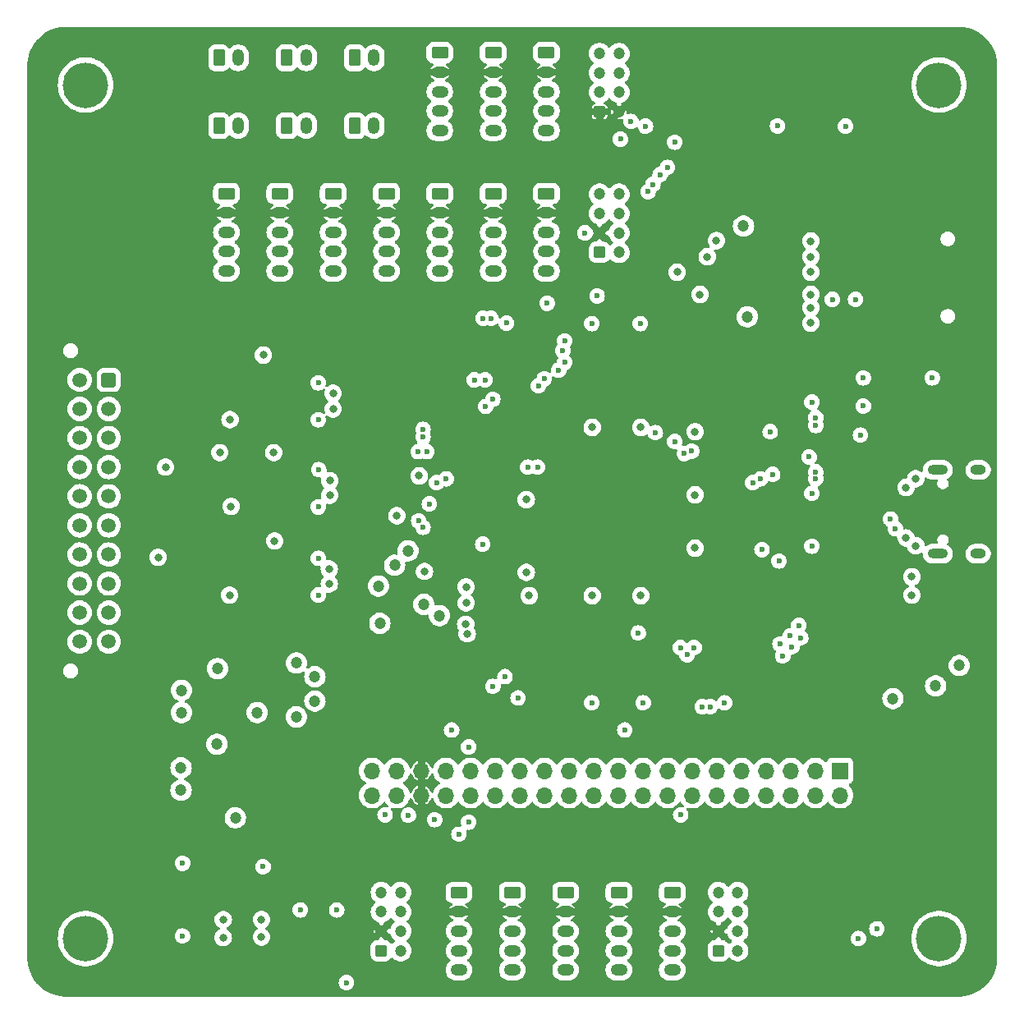
<source format=gbr>
%TF.GenerationSoftware,KiCad,Pcbnew,8.0.1*%
%TF.CreationDate,2024-03-19T23:57:42+08:00*%
%TF.ProjectId,bigger-brain,62696767-6572-42d6-9272-61696e2e6b69,2*%
%TF.SameCoordinates,Original*%
%TF.FileFunction,Copper,L2,Inr*%
%TF.FilePolarity,Positive*%
%FSLAX46Y46*%
G04 Gerber Fmt 4.6, Leading zero omitted, Abs format (unit mm)*
G04 Created by KiCad (PCBNEW 8.0.1) date 2024-03-19 23:57:42*
%MOMM*%
%LPD*%
G01*
G04 APERTURE LIST*
G04 Aperture macros list*
%AMRoundRect*
0 Rectangle with rounded corners*
0 $1 Rounding radius*
0 $2 $3 $4 $5 $6 $7 $8 $9 X,Y pos of 4 corners*
0 Add a 4 corners polygon primitive as box body*
4,1,4,$2,$3,$4,$5,$6,$7,$8,$9,$2,$3,0*
0 Add four circle primitives for the rounded corners*
1,1,$1+$1,$2,$3*
1,1,$1+$1,$4,$5*
1,1,$1+$1,$6,$7*
1,1,$1+$1,$8,$9*
0 Add four rect primitives between the rounded corners*
20,1,$1+$1,$2,$3,$4,$5,0*
20,1,$1+$1,$4,$5,$6,$7,0*
20,1,$1+$1,$6,$7,$8,$9,0*
20,1,$1+$1,$8,$9,$2,$3,0*%
G04 Aperture macros list end*
%TA.AperFunction,ComponentPad*%
%ADD10RoundRect,0.250000X-0.625000X0.350000X-0.625000X-0.350000X0.625000X-0.350000X0.625000X0.350000X0*%
%TD*%
%TA.AperFunction,ComponentPad*%
%ADD11O,1.750000X1.200000*%
%TD*%
%TA.AperFunction,ComponentPad*%
%ADD12C,4.700000*%
%TD*%
%TA.AperFunction,ComponentPad*%
%ADD13RoundRect,0.250000X-0.350000X-0.625000X0.350000X-0.625000X0.350000X0.625000X-0.350000X0.625000X0*%
%TD*%
%TA.AperFunction,ComponentPad*%
%ADD14O,1.200000X1.750000*%
%TD*%
%TA.AperFunction,ComponentPad*%
%ADD15R,1.700000X1.700000*%
%TD*%
%TA.AperFunction,ComponentPad*%
%ADD16O,1.700000X1.700000*%
%TD*%
%TA.AperFunction,ComponentPad*%
%ADD17O,2.100000X1.000000*%
%TD*%
%TA.AperFunction,ComponentPad*%
%ADD18O,1.600000X1.000000*%
%TD*%
%TA.AperFunction,ComponentPad*%
%ADD19RoundRect,0.250000X0.350000X-0.350000X0.350000X0.350000X-0.350000X0.350000X-0.350000X-0.350000X0*%
%TD*%
%TA.AperFunction,ComponentPad*%
%ADD20C,1.200000*%
%TD*%
%TA.AperFunction,ComponentPad*%
%ADD21RoundRect,0.250001X-0.499999X0.499999X-0.499999X-0.499999X0.499999X-0.499999X0.499999X0.499999X0*%
%TD*%
%TA.AperFunction,ComponentPad*%
%ADD22C,1.500000*%
%TD*%
%TA.AperFunction,ViaPad*%
%ADD23C,0.800000*%
%TD*%
%TA.AperFunction,ViaPad*%
%ADD24C,0.600000*%
%TD*%
%TA.AperFunction,ViaPad*%
%ADD25C,1.200000*%
%TD*%
G04 APERTURE END LIST*
D10*
%TO.N,PP-5.0V*%
%TO.C,J414*%
X51027276Y-72181808D03*
D11*
%TO.N,MCU-3.3V*%
X51027276Y-74181808D03*
%TO.N,/UART10_TX*%
X51027276Y-76181808D03*
%TO.N,/UART10_RX*%
X51027276Y-78181808D03*
%TO.N,GND*%
X51027276Y-80181808D03*
%TD*%
D12*
%TO.N,GND*%
%TO.C,H404*%
X119000000Y-149000000D03*
%TD*%
D10*
%TO.N,PP-5.0V*%
%TO.C,J418*%
X73027276Y-72181807D03*
D11*
%TO.N,MCU-3.3V*%
X73027276Y-74181807D03*
%TO.N,PE00*%
X73027276Y-76181807D03*
%TO.N,PE01*%
X73027276Y-78181807D03*
%TO.N,GND*%
X73027276Y-80181807D03*
%TD*%
D10*
%TO.N,PP-5.0V*%
%TO.C,J424*%
X80500000Y-144250000D03*
D11*
%TO.N,MCU-3.3V*%
X80500000Y-146250000D03*
%TO.N,/UART3_TX*%
X80500000Y-148250000D03*
%TO.N,/UART3_RX*%
X80500000Y-150250000D03*
%TO.N,GND*%
X80500000Y-152250000D03*
%TD*%
D13*
%TO.N,/CanTrx2/CAN_L*%
%TO.C,J410*%
X44749999Y-65199998D03*
D14*
%TO.N,/CanTrx2/CAN_H*%
X46749999Y-65199998D03*
%TD*%
D15*
%TO.N,PG07*%
%TO.C,J403*%
X108809415Y-131697663D03*
D16*
%TO.N,PG08*%
X108809415Y-134237663D03*
%TO.N,PG05*%
X106269415Y-131697663D03*
%TO.N,PG06*%
X106269415Y-134237663D03*
%TO.N,PG03*%
X103729415Y-131697663D03*
%TO.N,PG04*%
X103729415Y-134237663D03*
%TO.N,PD15*%
X101189415Y-131697663D03*
%TO.N,PG02*%
X101189415Y-134237663D03*
%TO.N,PD13*%
X98649415Y-131697663D03*
%TO.N,PD14*%
X98649415Y-134237663D03*
%TO.N,PD11*%
X96109415Y-131697663D03*
%TO.N,PD12*%
X96109415Y-134237663D03*
%TO.N,PE14*%
X93569415Y-131697663D03*
%TO.N,PD10*%
X93569415Y-134237663D03*
%TO.N,PE12*%
X91029415Y-131697663D03*
%TO.N,PE13*%
X91029415Y-134237663D03*
%TO.N,PE10*%
X88489415Y-131697663D03*
%TO.N,PE11*%
X88489415Y-134237663D03*
%TO.N,PE08*%
X85949415Y-131697663D03*
%TO.N,PE09*%
X85949415Y-134237663D03*
%TO.N,PG01*%
X83409415Y-131697663D03*
%TO.N,PE07*%
X83409415Y-134237663D03*
%TO.N,PF15*%
X80869415Y-131697663D03*
%TO.N,PG00*%
X80869415Y-134237663D03*
%TO.N,PF13*%
X78329415Y-131697663D03*
%TO.N,PF14*%
X78329415Y-134237663D03*
%TO.N,PB02*%
X75789415Y-131697663D03*
%TO.N,PF11*%
X75789415Y-134237663D03*
%TO.N,PB00*%
X73249415Y-131697663D03*
%TO.N,PB01*%
X73249415Y-134237663D03*
%TO.N,PP-5.0V*%
X70709415Y-131697663D03*
X70709415Y-134237663D03*
%TO.N,GND*%
X68169415Y-131697663D03*
X68169415Y-134237663D03*
%TO.N,MCU-3.3V*%
X65629415Y-131697663D03*
X65629415Y-134237663D03*
%TO.N,GND*%
X63089415Y-131697663D03*
X63089415Y-134237663D03*
%TO.N,VCC*%
X60549415Y-131697663D03*
X60549415Y-134237663D03*
%TD*%
D12*
%TO.N,GND*%
%TO.C,H401*%
X31000000Y-61000000D03*
%TD*%
D10*
%TO.N,PP-5.0V*%
%TO.C,J419*%
X78527276Y-72181807D03*
D11*
%TO.N,MCU-3.3V*%
X78527276Y-74181807D03*
%TO.N,PG12*%
X78527276Y-76181807D03*
%TO.N,PG13*%
X78527276Y-78181807D03*
%TO.N,GND*%
X78527276Y-80181807D03*
%TD*%
D13*
%TO.N,/CanTrx1/CAN_L*%
%TO.C,J411*%
X51749999Y-65199998D03*
D14*
%TO.N,/CanTrx1/CAN_H*%
X53749999Y-65199998D03*
%TD*%
D10*
%TO.N,PP-5.0V*%
%TO.C,J409*%
X78527276Y-57681807D03*
D11*
%TO.N,MCU-3.3V*%
X78527276Y-59681807D03*
%TO.N,/I2C5_SDA*%
X78527276Y-61681807D03*
%TO.N,/I2C5_SCL*%
X78527276Y-63681807D03*
%TO.N,GND*%
X78527276Y-65681807D03*
%TD*%
D10*
%TO.N,PP-5.0V*%
%TO.C,J417*%
X67527276Y-72181807D03*
D11*
%TO.N,MCU-3.3V*%
X67527276Y-74181807D03*
%TO.N,PB03*%
X67527276Y-76181807D03*
%TO.N,PB04*%
X67527276Y-78181807D03*
%TO.N,GND*%
X67527276Y-80181807D03*
%TD*%
D13*
%TO.N,/CanTrx1/CAN_L*%
%TO.C,J405*%
X51749999Y-58199999D03*
D14*
%TO.N,/CanTrx1/CAN_H*%
X53749999Y-58199999D03*
%TD*%
D13*
%TO.N,/CanTrx2/CAN_L*%
%TO.C,J404*%
X44749999Y-58199999D03*
D14*
%TO.N,/CanTrx2/CAN_H*%
X46749999Y-58199999D03*
%TD*%
D10*
%TO.N,PP-5.0V*%
%TO.C,J407*%
X67527276Y-57681807D03*
D11*
%TO.N,MCU-3.3V*%
X67527276Y-59681807D03*
%TO.N,/I2C5_SDA*%
X67527276Y-61681807D03*
%TO.N,/I2C5_SCL*%
X67527276Y-63681807D03*
%TO.N,GND*%
X67527276Y-65681807D03*
%TD*%
D10*
%TO.N,PP-5.0V*%
%TO.C,J426*%
X91500000Y-144250000D03*
D11*
%TO.N,MCU-3.3V*%
X91500000Y-146250000D03*
%TO.N,/I2C2_SDA*%
X91500000Y-148250000D03*
%TO.N,/I2C2_SCL*%
X91500000Y-150250000D03*
%TO.N,GND*%
X91500000Y-152250000D03*
%TD*%
D13*
%TO.N,/CanTrx3/CAN_L*%
%TO.C,J406*%
X58749999Y-58199999D03*
D14*
%TO.N,/CanTrx3/CAN_H*%
X60749999Y-58199999D03*
%TD*%
D10*
%TO.N,PP-5.0V*%
%TO.C,J415*%
X56527276Y-72181805D03*
D11*
%TO.N,MCU-3.3V*%
X56527276Y-74181805D03*
%TO.N,PF02*%
X56527276Y-76181805D03*
%TO.N,PF03*%
X56527276Y-78181805D03*
%TO.N,GND*%
X56527276Y-80181805D03*
%TD*%
D17*
%TO.N,unconnected-(J401-SHIELD-PadS1)_1*%
%TO.C,J401*%
X118870000Y-109320000D03*
D18*
%TO.N,unconnected-(J401-SHIELD-PadS1)_2*%
X123050000Y-109320000D03*
D17*
%TO.N,unconnected-(J401-SHIELD-PadS1)_0*%
X118870000Y-100680000D03*
D18*
%TO.N,unconnected-(J401-SHIELD-PadS1)*%
X123050000Y-100680000D03*
%TD*%
D19*
%TO.N,PP-5.0V*%
%TO.C,J421*%
X61500000Y-150250000D03*
D20*
%TO.N,PC04*%
X63500000Y-150250000D03*
%TO.N,MCU-3.3V*%
X61500000Y-148250000D03*
%TO.N,PA07*%
X63500000Y-148250000D03*
%TO.N,PC05*%
X61500000Y-146250000D03*
%TO.N,PA06*%
X63500000Y-146250000D03*
%TO.N,PA05*%
X61500000Y-144250000D03*
%TO.N,GND*%
X63500000Y-144250000D03*
%TD*%
D12*
%TO.N,GND*%
%TO.C,H402*%
X119000000Y-61000000D03*
%TD*%
D19*
%TO.N,MCU-3.3V*%
%TO.C,SWD401*%
X84000000Y-63750000D03*
D20*
X86000000Y-63750000D03*
%TO.N,/SWDIO*%
X84000000Y-61750000D03*
%TO.N,/UART1_RX*%
X86000000Y-61750000D03*
%TO.N,/SWCLK*%
X84000000Y-59750000D03*
%TO.N,/UART1_TX*%
X86000000Y-59750000D03*
%TO.N,GND*%
X84000000Y-57750000D03*
X86000000Y-57750000D03*
%TD*%
D10*
%TO.N,PP-5.0V*%
%TO.C,J423*%
X75000000Y-144250000D03*
D11*
%TO.N,MCU-3.3V*%
X75000000Y-146250000D03*
%TO.N,/UART2_TX*%
X75000000Y-148250000D03*
%TO.N,/UART2_RX*%
X75000000Y-150250000D03*
%TO.N,GND*%
X75000000Y-152250000D03*
%TD*%
D12*
%TO.N,GND*%
%TO.C,H403*%
X31000000Y-149000000D03*
%TD*%
D13*
%TO.N,/CanTrx3/CAN_L*%
%TO.C,J412*%
X58749999Y-65199998D03*
D14*
%TO.N,/CanTrx3/CAN_H*%
X60749999Y-65199998D03*
%TD*%
D10*
%TO.N,PP-5.0V*%
%TO.C,J413*%
X45527276Y-72181807D03*
D11*
%TO.N,MCU-3.3V*%
X45527276Y-74181807D03*
%TO.N,PE06*%
X45527276Y-76181807D03*
%TO.N,PE05*%
X45527276Y-78181807D03*
%TO.N,GND*%
X45527276Y-80181807D03*
%TD*%
D10*
%TO.N,PP-5.0V*%
%TO.C,J416*%
X62027276Y-72181807D03*
D11*
%TO.N,MCU-3.3V*%
X62027276Y-74181807D03*
%TO.N,PF02*%
X62027276Y-76181807D03*
%TO.N,PF03*%
X62027276Y-78181807D03*
%TO.N,GND*%
X62027276Y-80181807D03*
%TD*%
D10*
%TO.N,PP-5.0V*%
%TO.C,J425*%
X86000000Y-144250000D03*
D11*
%TO.N,MCU-3.3V*%
X86000000Y-146250000D03*
%TO.N,/I2C2_SDA*%
X86000000Y-148250000D03*
%TO.N,/I2C2_SCL*%
X86000000Y-150250000D03*
%TO.N,GND*%
X86000000Y-152250000D03*
%TD*%
D10*
%TO.N,PP-5.0V*%
%TO.C,J408*%
X73027276Y-57681807D03*
D11*
%TO.N,MCU-3.3V*%
X73027276Y-59681807D03*
%TO.N,/I2C5_SDA*%
X73027276Y-61681807D03*
%TO.N,/I2C5_SCL*%
X73027276Y-63681807D03*
%TO.N,GND*%
X73027276Y-65681807D03*
%TD*%
D19*
%TO.N,PP-5.0V*%
%TO.C,J427*%
X96250000Y-150250000D03*
D20*
%TO.N,/SPI2_SCLK*%
X98250000Y-150250000D03*
%TO.N,MCU-3.3V*%
X96250000Y-148250000D03*
%TO.N,/SPI2_MISO*%
X98250000Y-148250000D03*
%TO.N,/SPI2_IRQ*%
X96250000Y-146250000D03*
%TO.N,/SPI2_MOSI*%
X98250000Y-146250000D03*
%TO.N,/SPI2_CS*%
X96250000Y-144250000D03*
%TO.N,GND*%
X98250000Y-144250000D03*
%TD*%
D21*
%TO.N,/CanTrx2/CAN_L*%
%TO.C,J402*%
X33400000Y-91400000D03*
D22*
%TO.N,/CanTrx2/CAN_H*%
X33400000Y-94400000D03*
%TO.N,VBATT*%
X33400000Y-97400000D03*
%TO.N,/CanTrx1/CAN_L*%
X33400000Y-100400000D03*
%TO.N,/CanTrx1/CAN_H*%
X33400000Y-103400000D03*
%TO.N,GND*%
X33400000Y-106400000D03*
%TO.N,/CanTrx3/CAN_L*%
X33400000Y-109400000D03*
%TO.N,/CanTrx3/CAN_H*%
X33400000Y-112400000D03*
%TO.N,V1*%
X33400000Y-115400000D03*
%TO.N,V2*%
X33400000Y-118400000D03*
%TO.N,/HMI/CAN2_L-T*%
X30400000Y-91400000D03*
%TO.N,/CanTrx2/CAN_H*%
X30400000Y-94400000D03*
%TO.N,GND*%
X30400000Y-97400000D03*
%TO.N,/HMI/CAN1_L-T*%
X30400000Y-100400000D03*
%TO.N,/CanTrx1/CAN_H*%
X30400000Y-103400000D03*
%TO.N,GND*%
X30400000Y-106400000D03*
%TO.N,/HMI/CAN3_L-T*%
X30400000Y-109400000D03*
%TO.N,/CanTrx3/CAN_H*%
X30400000Y-112400000D03*
%TO.N,GND*%
X30400000Y-115400000D03*
X30400000Y-118400000D03*
%TD*%
D19*
%TO.N,PP-5.0V*%
%TO.C,J420*%
X84000000Y-78250000D03*
D20*
%TO.N,/SPI1_SCLK*%
X86000000Y-78250000D03*
%TO.N,MCU-3.3V*%
X84000000Y-76250000D03*
%TO.N,/SPI1_MISO*%
X86000000Y-76250000D03*
%TO.N,/SPI1_IRQ*%
X84000000Y-74250000D03*
%TO.N,/SPI1_MOSI*%
X86000000Y-74250000D03*
%TO.N,/SPI1_CS*%
X84000000Y-72250000D03*
%TO.N,GND*%
X86000000Y-72250000D03*
%TD*%
D10*
%TO.N,PP-5.0V*%
%TO.C,J422*%
X69500000Y-144249998D03*
D11*
%TO.N,MCU-3.3V*%
X69500000Y-146249998D03*
%TO.N,PF04*%
X69500000Y-148249998D03*
%TO.N,PF05*%
X69500000Y-150249998D03*
%TO.N,GND*%
X69500000Y-152249998D03*
%TD*%
D23*
%TO.N,MCU-3.3V*%
X96900000Y-120950000D03*
D24*
X63600000Y-81900000D03*
D25*
X102653745Y-75550000D03*
D23*
X88400000Y-120900000D03*
X102150000Y-93700000D03*
D24*
X66550000Y-94050000D03*
X118258577Y-94058577D03*
D25*
X52750000Y-134150000D03*
D24*
X59300000Y-105400000D03*
D25*
X54650000Y-130250000D03*
X100778744Y-75550000D03*
X102628745Y-87050000D03*
D23*
X83500000Y-121050000D03*
X46500000Y-108017149D03*
X83000000Y-89500000D03*
D25*
X61350000Y-118700000D03*
D23*
X74350000Y-89250000D03*
X102175000Y-108500000D03*
X76800000Y-96300000D03*
X46600000Y-98900000D03*
D24*
X94350000Y-64600000D03*
D25*
X52750000Y-128550000D03*
D24*
X106557385Y-64259758D03*
D23*
X102150000Y-102800000D03*
D24*
X118258579Y-96658579D03*
D23*
X47784523Y-88850000D03*
D24*
X99456611Y-64223965D03*
D23*
X76900000Y-120600000D03*
D25*
X54650000Y-132450000D03*
D24*
X58600000Y-84200000D03*
D23*
X70200000Y-111150000D03*
X88000000Y-89500000D03*
X70200000Y-104200000D03*
%TO.N,GND*%
X93850000Y-108750000D03*
D24*
X96900000Y-124700000D03*
D23*
X38500000Y-109700000D03*
D24*
X111200000Y-91200000D03*
X66450000Y-104200000D03*
X101850000Y-101150000D03*
D23*
X116600000Y-108500000D03*
D24*
X72800000Y-85050000D03*
D25*
X98850000Y-75550000D03*
D24*
X110400000Y-83100000D03*
D25*
X44600000Y-121167816D03*
D24*
X91750000Y-66900000D03*
D25*
X40849999Y-131400000D03*
D24*
X102356611Y-65223965D03*
D23*
X39250000Y-100400000D03*
D25*
X64250000Y-109025000D03*
D24*
X88200000Y-85600000D03*
X111200000Y-94100000D03*
D23*
X116200000Y-113600000D03*
X88250000Y-113650000D03*
X56184523Y-103300000D03*
D24*
X105900000Y-108550000D03*
X95400000Y-125100000D03*
X88500000Y-124700000D03*
D23*
X50400000Y-98900000D03*
X44850000Y-98900000D03*
D24*
X106300000Y-101600000D03*
X105900000Y-103100000D03*
D23*
X76750000Y-113650000D03*
D24*
X70500000Y-137000000D03*
D23*
X83250000Y-113650000D03*
X49150000Y-147050000D03*
D24*
X65800000Y-97300000D03*
X109356601Y-65252298D03*
D23*
X46000000Y-104450000D03*
D24*
X56900000Y-146050000D03*
D23*
X76450000Y-111250000D03*
X93850000Y-96750000D03*
X76450000Y-103750000D03*
X49150000Y-148850000D03*
X88250000Y-96300000D03*
D25*
X40850000Y-133699998D03*
D24*
X74400000Y-85550000D03*
D23*
X116200000Y-111700000D03*
D24*
X114000000Y-105750000D03*
X66200000Y-98800000D03*
X108000000Y-83100000D03*
X101600000Y-96750000D03*
X75600000Y-124200000D03*
D23*
X45900000Y-95500000D03*
D24*
X105900000Y-93700000D03*
D25*
X40900000Y-125699996D03*
D24*
X65300000Y-98800000D03*
D25*
X61350000Y-116500000D03*
D23*
X49334523Y-88850000D03*
D25*
X62875000Y-110525000D03*
D23*
X50500000Y-108017149D03*
X83250000Y-96300000D03*
X65950000Y-111150000D03*
D24*
X49300000Y-141600000D03*
X106300000Y-95300000D03*
X86150113Y-66578930D03*
X94600000Y-125100000D03*
X72000000Y-85050000D03*
D23*
X56134523Y-112450000D03*
D24*
X83200000Y-85600000D03*
D25*
X44549999Y-128967815D03*
X40900000Y-123399994D03*
D23*
X56534523Y-94400000D03*
D25*
X99250000Y-84900000D03*
D24*
X106300000Y-100900000D03*
D23*
X93850000Y-103250000D03*
D24*
X57900000Y-153550000D03*
X106300000Y-96100000D03*
D23*
X45850000Y-113600000D03*
D24*
X65800000Y-96500000D03*
D23*
X65400000Y-101300000D03*
D24*
X83200000Y-124700000D03*
D25*
X67500000Y-115700000D03*
D23*
X116600000Y-101600000D03*
X63100000Y-105400000D03*
D25*
%TO.N,VDDA*%
X65900000Y-114550000D03*
D23*
X70250000Y-114400000D03*
%TO.N,VREF+*%
X70250000Y-112750000D03*
D25*
X61200000Y-112650000D03*
%TO.N,VCC*%
X114250000Y-124250000D03*
X48700000Y-125700000D03*
X46450000Y-136550000D03*
%TO.N,PP-5.0V*%
X121100000Y-120850000D03*
X118650000Y-122950000D03*
D24*
X118300000Y-91200000D03*
D25*
X54650000Y-124500000D03*
D23*
X56134523Y-110900000D03*
D25*
X52750000Y-120600000D03*
D23*
X56184523Y-101800000D03*
D25*
X54650000Y-122000000D03*
D23*
X56534523Y-92800000D03*
D25*
X52750000Y-126150000D03*
D24*
%TO.N,/Power/V1_F*%
X41000000Y-141250000D03*
X41000000Y-148750000D03*
D23*
%TO.N,VBUS*%
X115600000Y-107700000D03*
X115600000Y-102500000D03*
%TO.N,/SD1_CMD*%
X92000000Y-80300000D03*
X105778745Y-80300000D03*
D24*
%TO.N,/SD1_DAT0*%
X99800000Y-102000000D03*
D23*
X105778745Y-83950000D03*
%TO.N,/SD1_DAT1*%
X105778745Y-85550000D03*
D24*
X100600000Y-101600000D03*
D23*
%TO.N,/SD1_DAT2*%
X105778745Y-77100000D03*
X96050000Y-77050001D03*
%TO.N,/SD1_DAT3*%
X105778745Y-78700000D03*
X95100000Y-78700000D03*
D24*
%TO.N,/CAN3_RX*%
X55000000Y-109800000D03*
X65356516Y-105934774D03*
%TO.N,/CAN3_TX*%
X55000000Y-113600000D03*
X65800000Y-106600000D03*
%TO.N,NRST*%
X71950000Y-108350000D03*
X53150000Y-146050000D03*
%TO.N,/SWCLK*%
X89000000Y-72000000D03*
X89750000Y-96837242D03*
X114500000Y-106750000D03*
%TO.N,/SWDIO*%
X91750000Y-97750000D03*
X89500000Y-71250000D03*
D23*
%TO.N,/SD1_CLK*%
X105778745Y-82600000D03*
X94350500Y-82600000D03*
D24*
%TO.N,/CAN2_RX*%
X55000000Y-91700500D03*
X80400000Y-89600000D03*
%TO.N,/CAN2_TX*%
X79791484Y-90408516D03*
X55000000Y-95510500D03*
%TO.N,BOOT0*%
X88750000Y-65250000D03*
X78600000Y-83500000D03*
%TO.N,/CAN1_RX*%
X78300000Y-91300000D03*
X55050000Y-100650000D03*
%TO.N,/CAN1_TX*%
X77700000Y-92000000D03*
X55000000Y-104500000D03*
D23*
%TO.N,/V1_SENSE*%
X45200000Y-148900000D03*
X70356135Y-117587232D03*
%TO.N,/V2_SENSE*%
X70200000Y-116600000D03*
X45200000Y-147050000D03*
D24*
%TO.N,/UART1_TX*%
X92741051Y-99002983D03*
X87250000Y-64750000D03*
X90250000Y-70250000D03*
%TO.N,/UART1_RX*%
X93500000Y-98750000D03*
X91000000Y-69500000D03*
%TO.N,/SPI1_SCLK*%
X83750000Y-82750000D03*
%TO.N,/SPI1_CS*%
X82500000Y-76250000D03*
%TO.N,/UART2_TX*%
X73000000Y-123000000D03*
%TO.N,/UART2_RX*%
X74250000Y-122000000D03*
%TO.N,/SPI2_CS*%
X102899457Y-119850543D03*
%TO.N,/SPI2_SCLK*%
X102609077Y-118640923D03*
%TO.N,/SPI2_MISO*%
X110700000Y-149000000D03*
X103830761Y-118919239D03*
%TO.N,/SPI2_MOSI*%
X103640379Y-117809618D03*
X112600000Y-148000000D03*
%TO.N,/UART3_TX*%
X104750000Y-118000000D03*
%TO.N,/UART3_RX*%
X104536658Y-116713342D03*
%TO.N,/SPI2_IRQ*%
X92369415Y-136250000D03*
X92330761Y-119000000D03*
%TO.N,PD13*%
X100750000Y-108900000D03*
X102501257Y-110082017D03*
%TO.N,/I2C2_SDA*%
X93750000Y-119000000D03*
%TO.N,/I2C2_SCL*%
X93019415Y-119750000D03*
%TO.N,PE09*%
X88000000Y-117500000D03*
X86599415Y-127500000D03*
%TO.N,PB03*%
X80400000Y-87400000D03*
%TO.N,PF02*%
X68200000Y-101600500D03*
X72200000Y-91400000D03*
%TO.N,PF03*%
X71081467Y-91400000D03*
X67200000Y-102000000D03*
%TO.N,PF04*%
X61889415Y-136250000D03*
%TO.N,PF05*%
X64289415Y-136289415D03*
%TO.N,PA06*%
X67000000Y-136750000D03*
X68750000Y-127500000D03*
%TO.N,PC04*%
X69500000Y-138250000D03*
X70500000Y-129250000D03*
%TO.N,/I2C5_SDA*%
X76600000Y-100400000D03*
X72259266Y-94140734D03*
%TO.N,/I2C5_SCL*%
X77600000Y-100400000D03*
X73000000Y-93400000D03*
%TO.N,PB04*%
X80200000Y-88400000D03*
%TO.N,USR_LED*%
X110900000Y-97100000D03*
X105600000Y-99350000D03*
%TD*%
%TA.AperFunction,Conductor*%
%TO.N,MCU-3.3V*%
G36*
X66795476Y-131958768D02*
G01*
X66847870Y-132004992D01*
X66862736Y-132039005D01*
X66895510Y-132161321D01*
X66895511Y-132161323D01*
X66895512Y-132161326D01*
X66951774Y-132281980D01*
X66995380Y-132375493D01*
X66995382Y-132375497D01*
X67075001Y-132489204D01*
X67130916Y-132569059D01*
X67130921Y-132569065D01*
X67298012Y-132736156D01*
X67298018Y-132736161D01*
X67483573Y-132866088D01*
X67527198Y-132920665D01*
X67534392Y-132990163D01*
X67502869Y-133052518D01*
X67483573Y-133069238D01*
X67298012Y-133199168D01*
X67130920Y-133366260D01*
X66995380Y-133559832D01*
X66995379Y-133559834D01*
X66895513Y-133773998D01*
X66895510Y-133774005D01*
X66862736Y-133896320D01*
X66826371Y-133955980D01*
X66763524Y-133986509D01*
X66694148Y-133978214D01*
X66640270Y-133933729D01*
X66624300Y-133900221D01*
X66604180Y-133833896D01*
X66506686Y-133651496D01*
X66506682Y-133651489D01*
X66375470Y-133491607D01*
X66215588Y-133360395D01*
X66215581Y-133360391D01*
X66033178Y-133262895D01*
X66004415Y-133254169D01*
X66004415Y-133905557D01*
X65936422Y-133837564D01*
X65822408Y-133771738D01*
X65695241Y-133737663D01*
X65563589Y-133737663D01*
X65436422Y-133771738D01*
X65322408Y-133837564D01*
X65254415Y-133905557D01*
X65254415Y-133254169D01*
X65225651Y-133262895D01*
X65043248Y-133360391D01*
X65043241Y-133360395D01*
X64883359Y-133491607D01*
X64752147Y-133651489D01*
X64752143Y-133651496D01*
X64654647Y-133833899D01*
X64634528Y-133900222D01*
X64596230Y-133958660D01*
X64532418Y-133987117D01*
X64463351Y-133976556D01*
X64410958Y-133930331D01*
X64396093Y-133896319D01*
X64363320Y-133774007D01*
X64363319Y-133774005D01*
X64363318Y-133774000D01*
X64263450Y-133559834D01*
X64257840Y-133551821D01*
X64127909Y-133366260D01*
X63960817Y-133199169D01*
X63960811Y-133199164D01*
X63775257Y-133069238D01*
X63731632Y-133014661D01*
X63724438Y-132945163D01*
X63755961Y-132882808D01*
X63775257Y-132866088D01*
X63843912Y-132818015D01*
X63960816Y-132736158D01*
X64127910Y-132569064D01*
X64263450Y-132375493D01*
X64363318Y-132161326D01*
X64396093Y-132039005D01*
X64432457Y-131979346D01*
X64495304Y-131948816D01*
X64564680Y-131957110D01*
X64618558Y-132001595D01*
X64634528Y-132035103D01*
X64654647Y-132101426D01*
X64752143Y-132283829D01*
X64752147Y-132283836D01*
X64883359Y-132443718D01*
X65043241Y-132574930D01*
X65043248Y-132574934D01*
X65225648Y-132672428D01*
X65225651Y-132672429D01*
X65254415Y-132681154D01*
X65254415Y-132029769D01*
X65322408Y-132097762D01*
X65436422Y-132163588D01*
X65563589Y-132197663D01*
X65695241Y-132197663D01*
X65822408Y-132163588D01*
X65936422Y-132097762D01*
X66004415Y-132029769D01*
X66004415Y-132681153D01*
X66033178Y-132672429D01*
X66033181Y-132672428D01*
X66215581Y-132574934D01*
X66215588Y-132574930D01*
X66375470Y-132443718D01*
X66506682Y-132283836D01*
X66506686Y-132283829D01*
X66604181Y-132101428D01*
X66624300Y-132035105D01*
X66662597Y-131976666D01*
X66726409Y-131948209D01*
X66795476Y-131958768D01*
G37*
%TD.AperFunction*%
%TA.AperFunction,Conductor*%
G36*
X121000733Y-55000008D02*
G01*
X121191077Y-55002343D01*
X121201681Y-55002930D01*
X121581224Y-55040312D01*
X121593249Y-55042096D01*
X121966527Y-55116345D01*
X121978329Y-55119301D01*
X122342544Y-55229785D01*
X122354002Y-55233885D01*
X122705627Y-55379532D01*
X122716626Y-55384734D01*
X123052282Y-55564147D01*
X123062713Y-55570399D01*
X123379169Y-55781849D01*
X123388942Y-55789097D01*
X123683148Y-56030544D01*
X123692165Y-56038717D01*
X123961282Y-56307834D01*
X123969455Y-56316851D01*
X124210902Y-56611057D01*
X124218150Y-56620830D01*
X124429600Y-56937286D01*
X124435856Y-56947724D01*
X124615264Y-57283372D01*
X124620467Y-57294372D01*
X124766114Y-57645997D01*
X124770214Y-57657455D01*
X124880698Y-58021670D01*
X124883654Y-58033474D01*
X124957902Y-58406744D01*
X124959688Y-58418781D01*
X124997068Y-58798304D01*
X124997656Y-58808937D01*
X124999991Y-58999266D01*
X125000000Y-59000787D01*
X125000000Y-150999212D01*
X124999991Y-151000733D01*
X124997656Y-151191062D01*
X124997068Y-151201695D01*
X124959688Y-151581218D01*
X124957902Y-151593255D01*
X124883654Y-151966525D01*
X124880698Y-151978329D01*
X124770214Y-152342544D01*
X124766114Y-152354002D01*
X124620467Y-152705627D01*
X124615264Y-152716627D01*
X124435856Y-153052275D01*
X124429600Y-153062713D01*
X124218150Y-153379169D01*
X124210902Y-153388942D01*
X123969455Y-153683148D01*
X123961282Y-153692165D01*
X123692165Y-153961282D01*
X123683148Y-153969455D01*
X123388942Y-154210902D01*
X123379169Y-154218150D01*
X123062713Y-154429600D01*
X123052275Y-154435856D01*
X122716627Y-154615264D01*
X122705627Y-154620467D01*
X122354002Y-154766114D01*
X122342544Y-154770214D01*
X121978329Y-154880698D01*
X121966525Y-154883654D01*
X121593255Y-154957902D01*
X121581218Y-154959688D01*
X121201695Y-154997068D01*
X121191062Y-154997656D01*
X121000734Y-154999991D01*
X120999213Y-155000000D01*
X29000787Y-155000000D01*
X28999266Y-154999991D01*
X28808937Y-154997656D01*
X28798304Y-154997068D01*
X28418781Y-154959688D01*
X28406744Y-154957902D01*
X28033474Y-154883654D01*
X28021670Y-154880698D01*
X27657455Y-154770214D01*
X27645997Y-154766114D01*
X27294372Y-154620467D01*
X27283372Y-154615264D01*
X26947724Y-154435856D01*
X26937286Y-154429600D01*
X26620830Y-154218150D01*
X26611057Y-154210902D01*
X26316851Y-153969455D01*
X26307834Y-153961282D01*
X26038717Y-153692165D01*
X26030544Y-153683148D01*
X25921275Y-153550003D01*
X57094435Y-153550003D01*
X57114630Y-153729249D01*
X57114631Y-153729254D01*
X57174211Y-153899523D01*
X57213017Y-153961282D01*
X57270184Y-154052262D01*
X57397738Y-154179816D01*
X57550478Y-154275789D01*
X57720745Y-154335368D01*
X57720750Y-154335369D01*
X57899996Y-154355565D01*
X57900000Y-154355565D01*
X57900004Y-154355565D01*
X58079249Y-154335369D01*
X58079252Y-154335368D01*
X58079255Y-154335368D01*
X58249522Y-154275789D01*
X58402262Y-154179816D01*
X58529816Y-154052262D01*
X58625789Y-153899522D01*
X58685368Y-153729255D01*
X58705565Y-153550000D01*
X58687418Y-153388942D01*
X58685369Y-153370750D01*
X58685368Y-153370745D01*
X58650071Y-153269873D01*
X58625789Y-153200478D01*
X58619979Y-153191232D01*
X58556003Y-153089414D01*
X58529816Y-153047738D01*
X58402262Y-152920184D01*
X58249523Y-152824211D01*
X58079254Y-152764631D01*
X58079249Y-152764630D01*
X57900004Y-152744435D01*
X57899996Y-152744435D01*
X57720750Y-152764630D01*
X57720745Y-152764631D01*
X57550476Y-152824211D01*
X57397737Y-152920184D01*
X57270184Y-153047737D01*
X57174211Y-153200476D01*
X57114631Y-153370745D01*
X57114630Y-153370750D01*
X57094435Y-153549996D01*
X57094435Y-153550003D01*
X25921275Y-153550003D01*
X25789097Y-153388942D01*
X25781849Y-153379169D01*
X25570399Y-153062713D01*
X25564143Y-153052275D01*
X25561717Y-153047737D01*
X25384734Y-152716626D01*
X25379532Y-152705627D01*
X25365788Y-152672447D01*
X25233884Y-152354001D01*
X25229785Y-152342544D01*
X25227985Y-152336609D01*
X68124500Y-152336609D01*
X68151598Y-152507699D01*
X68205127Y-152672443D01*
X68283768Y-152826786D01*
X68385586Y-152966926D01*
X68508072Y-153089412D01*
X68648212Y-153191230D01*
X68802555Y-153269871D01*
X68967299Y-153323400D01*
X69138389Y-153350498D01*
X69138390Y-153350498D01*
X69861610Y-153350498D01*
X69861611Y-153350498D01*
X70032701Y-153323400D01*
X70197445Y-153269871D01*
X70351788Y-153191230D01*
X70491928Y-153089412D01*
X70614414Y-152966926D01*
X70716232Y-152826786D01*
X70794873Y-152672443D01*
X70848402Y-152507699D01*
X70875500Y-152336611D01*
X73624500Y-152336611D01*
X73651598Y-152507701D01*
X73705127Y-152672445D01*
X73783768Y-152826788D01*
X73885586Y-152966928D01*
X74008072Y-153089414D01*
X74148212Y-153191232D01*
X74302555Y-153269873D01*
X74467299Y-153323402D01*
X74638389Y-153350500D01*
X74638390Y-153350500D01*
X75361610Y-153350500D01*
X75361611Y-153350500D01*
X75532701Y-153323402D01*
X75697445Y-153269873D01*
X75851788Y-153191232D01*
X75991928Y-153089414D01*
X76114414Y-152966928D01*
X76216232Y-152826788D01*
X76294873Y-152672445D01*
X76348402Y-152507701D01*
X76375500Y-152336611D01*
X79124500Y-152336611D01*
X79151598Y-152507701D01*
X79205127Y-152672445D01*
X79283768Y-152826788D01*
X79385586Y-152966928D01*
X79508072Y-153089414D01*
X79648212Y-153191232D01*
X79802555Y-153269873D01*
X79967299Y-153323402D01*
X80138389Y-153350500D01*
X80138390Y-153350500D01*
X80861610Y-153350500D01*
X80861611Y-153350500D01*
X81032701Y-153323402D01*
X81197445Y-153269873D01*
X81351788Y-153191232D01*
X81491928Y-153089414D01*
X81614414Y-152966928D01*
X81716232Y-152826788D01*
X81794873Y-152672445D01*
X81848402Y-152507701D01*
X81875500Y-152336611D01*
X84624500Y-152336611D01*
X84651598Y-152507701D01*
X84705127Y-152672445D01*
X84783768Y-152826788D01*
X84885586Y-152966928D01*
X85008072Y-153089414D01*
X85148212Y-153191232D01*
X85302555Y-153269873D01*
X85467299Y-153323402D01*
X85638389Y-153350500D01*
X85638390Y-153350500D01*
X86361610Y-153350500D01*
X86361611Y-153350500D01*
X86532701Y-153323402D01*
X86697445Y-153269873D01*
X86851788Y-153191232D01*
X86991928Y-153089414D01*
X87114414Y-152966928D01*
X87216232Y-152826788D01*
X87294873Y-152672445D01*
X87348402Y-152507701D01*
X87375500Y-152336611D01*
X90124500Y-152336611D01*
X90151598Y-152507701D01*
X90205127Y-152672445D01*
X90283768Y-152826788D01*
X90385586Y-152966928D01*
X90508072Y-153089414D01*
X90648212Y-153191232D01*
X90802555Y-153269873D01*
X90967299Y-153323402D01*
X91138389Y-153350500D01*
X91138390Y-153350500D01*
X91861610Y-153350500D01*
X91861611Y-153350500D01*
X92032701Y-153323402D01*
X92197445Y-153269873D01*
X92351788Y-153191232D01*
X92491928Y-153089414D01*
X92614414Y-152966928D01*
X92716232Y-152826788D01*
X92794873Y-152672445D01*
X92848402Y-152507701D01*
X92875500Y-152336611D01*
X92875500Y-152163389D01*
X92848402Y-151992299D01*
X92794873Y-151827555D01*
X92716232Y-151673212D01*
X92614414Y-151533072D01*
X92491928Y-151410586D01*
X92408974Y-151350316D01*
X92366311Y-151294988D01*
X92360332Y-151225374D01*
X92392938Y-151163579D01*
X92408976Y-151149682D01*
X92491928Y-151089414D01*
X92614414Y-150966928D01*
X92716232Y-150826788D01*
X92794873Y-150672445D01*
X92848402Y-150507701D01*
X92875500Y-150336611D01*
X92875500Y-150163389D01*
X92848402Y-149992299D01*
X92794873Y-149827555D01*
X92716232Y-149673212D01*
X92614414Y-149533072D01*
X92491928Y-149410586D01*
X92408974Y-149350316D01*
X92366311Y-149294988D01*
X92360332Y-149225374D01*
X92392938Y-149163579D01*
X92408976Y-149149682D01*
X92491928Y-149089414D01*
X92614414Y-148966928D01*
X92716232Y-148826788D01*
X92794873Y-148672445D01*
X92848402Y-148507701D01*
X92875500Y-148336611D01*
X92875500Y-148250002D01*
X95444938Y-148250002D01*
X95465122Y-148429142D01*
X95484667Y-148485000D01*
X95670298Y-148299370D01*
X95875000Y-148299370D01*
X95900556Y-148394745D01*
X95949925Y-148480255D01*
X96019745Y-148550075D01*
X96105255Y-148599444D01*
X96200630Y-148625000D01*
X96299370Y-148625000D01*
X96394745Y-148599444D01*
X96480255Y-148550075D01*
X96550075Y-148480255D01*
X96599444Y-148394745D01*
X96625000Y-148299370D01*
X96625000Y-148200630D01*
X96599444Y-148105255D01*
X96550075Y-148019745D01*
X96480255Y-147949925D01*
X96394745Y-147900556D01*
X96299370Y-147875000D01*
X96200630Y-147875000D01*
X96105255Y-147900556D01*
X96019745Y-147949925D01*
X95949925Y-148019745D01*
X95900556Y-148105255D01*
X95875000Y-148200630D01*
X95875000Y-148299370D01*
X95670298Y-148299370D01*
X95719669Y-148249999D01*
X95484668Y-148014998D01*
X95484667Y-148014998D01*
X95465123Y-148070855D01*
X95465121Y-148070862D01*
X95444938Y-148249997D01*
X95444938Y-148250002D01*
X92875500Y-148250002D01*
X92875500Y-148163389D01*
X92848402Y-147992299D01*
X92794873Y-147827555D01*
X92716232Y-147673212D01*
X92614414Y-147533072D01*
X92491928Y-147410586D01*
X92351788Y-147308768D01*
X92341255Y-147303401D01*
X92197450Y-147230129D01*
X92197447Y-147230128D01*
X92197445Y-147230127D01*
X92125845Y-147206862D01*
X92068171Y-147167424D01*
X92040974Y-147103065D01*
X92052889Y-147034219D01*
X92100134Y-146982744D01*
X92116715Y-146974370D01*
X92153941Y-146958951D01*
X92153948Y-146958947D01*
X92284969Y-146871401D01*
X92284973Y-146871398D01*
X92396398Y-146759973D01*
X92396401Y-146759969D01*
X92483950Y-146628943D01*
X92485584Y-146625000D01*
X91549370Y-146625000D01*
X91644745Y-146599444D01*
X91730255Y-146550075D01*
X91800075Y-146480255D01*
X91849444Y-146394745D01*
X91875000Y-146299370D01*
X91875000Y-146250000D01*
X95144785Y-146250000D01*
X95163602Y-146453082D01*
X95219417Y-146649247D01*
X95219422Y-146649260D01*
X95310327Y-146831821D01*
X95433237Y-146994581D01*
X95583958Y-147131980D01*
X95583960Y-147131982D01*
X95656015Y-147176596D01*
X95757363Y-147239348D01*
X95922704Y-147303401D01*
X95945564Y-147312257D01*
X96000965Y-147354830D01*
X96024556Y-147420597D01*
X96021661Y-147455477D01*
X96014998Y-147484668D01*
X96249999Y-147719669D01*
X96485000Y-147484667D01*
X96478338Y-147455477D01*
X96482611Y-147385738D01*
X96523909Y-147329380D01*
X96554433Y-147312258D01*
X96742637Y-147239348D01*
X96916041Y-147131981D01*
X97066764Y-146994579D01*
X97151046Y-146882970D01*
X97207155Y-146841335D01*
X97276867Y-146836644D01*
X97338049Y-146870386D01*
X97348954Y-146882971D01*
X97433237Y-146994581D01*
X97531878Y-147084503D01*
X97583959Y-147131981D01*
X97604294Y-147144572D01*
X97604296Y-147144573D01*
X97650931Y-147196601D01*
X97662035Y-147265583D01*
X97634082Y-147329617D01*
X97604296Y-147355427D01*
X97583957Y-147368020D01*
X97433237Y-147505418D01*
X97310327Y-147668178D01*
X97219422Y-147850739D01*
X97219418Y-147850750D01*
X97195277Y-147935595D01*
X97157997Y-147994688D01*
X97094687Y-148024245D01*
X97048418Y-148022550D01*
X97015331Y-148014998D01*
X96780330Y-148250000D01*
X96780330Y-148250001D01*
X97015330Y-148485001D01*
X97048418Y-148477449D01*
X97118157Y-148481722D01*
X97174515Y-148523021D01*
X97195277Y-148564405D01*
X97219417Y-148649247D01*
X97219422Y-148649260D01*
X97310327Y-148831821D01*
X97433237Y-148994581D01*
X97548353Y-149099522D01*
X97583959Y-149131981D01*
X97604294Y-149144572D01*
X97604296Y-149144573D01*
X97650931Y-149196601D01*
X97662035Y-149265583D01*
X97634082Y-149329617D01*
X97604296Y-149355427D01*
X97583957Y-149368020D01*
X97433236Y-149505419D01*
X97429375Y-149509656D01*
X97427828Y-149508245D01*
X97379159Y-149544351D01*
X97309447Y-149549034D01*
X97248269Y-149515284D01*
X97230790Y-149493079D01*
X97192712Y-149431344D01*
X97068657Y-149307289D01*
X97068656Y-149307288D01*
X96950516Y-149234419D01*
X96919336Y-149215187D01*
X96919331Y-149215185D01*
X96863248Y-149196601D01*
X96752797Y-149160001D01*
X96752795Y-149160000D01*
X96650016Y-149149500D01*
X96609869Y-149149500D01*
X96542830Y-149129815D01*
X96497075Y-149077011D01*
X96488744Y-149019073D01*
X96250001Y-148780330D01*
X96009624Y-149020705D01*
X96006748Y-149067647D01*
X95965449Y-149124004D01*
X95900237Y-149149087D01*
X95890133Y-149149500D01*
X95850000Y-149149500D01*
X95849980Y-149149501D01*
X95747203Y-149160000D01*
X95747200Y-149160001D01*
X95580668Y-149215185D01*
X95580663Y-149215187D01*
X95431342Y-149307289D01*
X95307289Y-149431342D01*
X95215187Y-149580663D01*
X95215185Y-149580668D01*
X95198899Y-149629816D01*
X95160001Y-149747203D01*
X95160001Y-149747204D01*
X95160000Y-149747204D01*
X95149500Y-149849983D01*
X95149500Y-150650001D01*
X95149501Y-150650019D01*
X95160000Y-150752796D01*
X95160001Y-150752799D01*
X95184519Y-150826788D01*
X95215186Y-150919334D01*
X95307288Y-151068656D01*
X95431344Y-151192712D01*
X95580666Y-151284814D01*
X95747203Y-151339999D01*
X95849991Y-151350500D01*
X96650008Y-151350499D01*
X96650016Y-151350498D01*
X96650019Y-151350498D01*
X96706302Y-151344748D01*
X96752797Y-151339999D01*
X96919334Y-151284814D01*
X97068656Y-151192712D01*
X97192712Y-151068656D01*
X97230790Y-151006920D01*
X97282737Y-150960195D01*
X97351699Y-150948972D01*
X97415782Y-150976815D01*
X97428995Y-150990689D01*
X97429375Y-150990344D01*
X97433236Y-150994580D01*
X97583958Y-151131980D01*
X97583960Y-151131982D01*
X97679378Y-151191062D01*
X97757363Y-151239348D01*
X97947544Y-151313024D01*
X98148024Y-151350500D01*
X98148026Y-151350500D01*
X98351974Y-151350500D01*
X98351976Y-151350500D01*
X98552456Y-151313024D01*
X98742637Y-151239348D01*
X98916041Y-151131981D01*
X99044122Y-151015219D01*
X99066762Y-150994581D01*
X99066764Y-150994579D01*
X99189673Y-150831821D01*
X99280582Y-150649250D01*
X99336397Y-150453083D01*
X99355215Y-150250000D01*
X99347189Y-150163389D01*
X99336397Y-150046917D01*
X99280582Y-149850750D01*
X99280204Y-149849991D01*
X99230664Y-149750500D01*
X99189673Y-149668179D01*
X99087641Y-149533067D01*
X99066762Y-149505418D01*
X98916042Y-149368019D01*
X98904723Y-149361011D01*
X98895704Y-149355426D01*
X98849069Y-149303401D01*
X98837964Y-149234419D01*
X98865916Y-149170385D01*
X98895703Y-149144573D01*
X98916041Y-149131981D01*
X99060814Y-149000003D01*
X109894435Y-149000003D01*
X109914630Y-149179249D01*
X109914631Y-149179254D01*
X109974211Y-149349523D01*
X110012580Y-149410586D01*
X110070184Y-149502262D01*
X110197738Y-149629816D01*
X110266799Y-149673210D01*
X110327170Y-149711144D01*
X110350478Y-149725789D01*
X110411676Y-149747203D01*
X110520745Y-149785368D01*
X110520750Y-149785369D01*
X110699996Y-149805565D01*
X110700000Y-149805565D01*
X110700004Y-149805565D01*
X110879249Y-149785369D01*
X110879252Y-149785368D01*
X110879255Y-149785368D01*
X111049522Y-149725789D01*
X111202262Y-149629816D01*
X111329816Y-149502262D01*
X111425789Y-149349522D01*
X111485368Y-149179255D01*
X111485369Y-149179249D01*
X111505565Y-149000003D01*
X116144669Y-149000003D01*
X116163976Y-149331484D01*
X116163977Y-149331495D01*
X116221631Y-149658467D01*
X116221634Y-149658481D01*
X116221635Y-149658485D01*
X116226044Y-149673211D01*
X116316866Y-149976580D01*
X116448379Y-150281461D01*
X116448385Y-150281474D01*
X116614406Y-150569031D01*
X116812678Y-150835356D01*
X116812683Y-150835362D01*
X116812690Y-150835371D01*
X117040553Y-151076893D01*
X117217504Y-151225372D01*
X117294912Y-151290325D01*
X117294920Y-151290331D01*
X117572330Y-151472787D01*
X117572334Y-151472789D01*
X117869061Y-151621811D01*
X118181082Y-151735377D01*
X118181088Y-151735378D01*
X118181090Y-151735379D01*
X118504161Y-151811949D01*
X118504168Y-151811950D01*
X118504177Y-151811952D01*
X118833977Y-151850500D01*
X118833984Y-151850500D01*
X119166016Y-151850500D01*
X119166023Y-151850500D01*
X119495823Y-151811952D01*
X119495832Y-151811949D01*
X119495838Y-151811949D01*
X119756445Y-151750183D01*
X119818918Y-151735377D01*
X120130939Y-151621811D01*
X120427666Y-151472789D01*
X120613875Y-151350317D01*
X120705079Y-151290331D01*
X120705079Y-151290330D01*
X120705085Y-151290327D01*
X120959447Y-151076893D01*
X121187310Y-150835371D01*
X121385594Y-150569030D01*
X121551617Y-150281470D01*
X121683133Y-149976581D01*
X121778365Y-149658485D01*
X121836024Y-149331484D01*
X121855331Y-149000000D01*
X121855015Y-148994581D01*
X121851210Y-148929249D01*
X121836024Y-148668516D01*
X121832843Y-148650478D01*
X121778368Y-148341532D01*
X121778367Y-148341531D01*
X121778365Y-148341515D01*
X121683133Y-148023419D01*
X121551617Y-147718530D01*
X121385594Y-147430970D01*
X121376150Y-147418284D01*
X121187321Y-147164643D01*
X121187314Y-147164635D01*
X121187310Y-147164629D01*
X120959447Y-146923107D01*
X120765026Y-146759969D01*
X120705087Y-146709674D01*
X120705079Y-146709668D01*
X120427669Y-146527212D01*
X120130946Y-146378192D01*
X120130940Y-146378189D01*
X119818930Y-146264627D01*
X119818909Y-146264620D01*
X119495838Y-146188050D01*
X119495823Y-146188048D01*
X119166023Y-146149500D01*
X118833977Y-146149500D01*
X118545402Y-146183229D01*
X118504176Y-146188048D01*
X118504161Y-146188050D01*
X118181090Y-146264620D01*
X118181069Y-146264627D01*
X117869059Y-146378189D01*
X117869053Y-146378192D01*
X117572330Y-146527212D01*
X117294920Y-146709668D01*
X117294912Y-146709674D01*
X117102174Y-146871401D01*
X117040553Y-146923107D01*
X116812690Y-147164629D01*
X116812687Y-147164632D01*
X116812685Y-147164635D01*
X116812678Y-147164643D01*
X116614406Y-147430968D01*
X116448385Y-147718525D01*
X116448379Y-147718538D01*
X116316866Y-148023419D01*
X116221634Y-148341518D01*
X116221631Y-148341532D01*
X116163977Y-148668504D01*
X116163976Y-148668515D01*
X116144669Y-148999996D01*
X116144669Y-149000003D01*
X111505565Y-149000003D01*
X111505565Y-148999996D01*
X111485369Y-148820750D01*
X111485368Y-148820745D01*
X111447227Y-148711744D01*
X111425789Y-148650478D01*
X111425017Y-148649250D01*
X111386582Y-148588080D01*
X111329816Y-148497738D01*
X111202262Y-148370184D01*
X111156663Y-148341532D01*
X111049523Y-148274211D01*
X110879254Y-148214631D01*
X110879249Y-148214630D01*
X110700004Y-148194435D01*
X110699996Y-148194435D01*
X110520750Y-148214630D01*
X110520745Y-148214631D01*
X110350476Y-148274211D01*
X110197737Y-148370184D01*
X110070184Y-148497737D01*
X109974211Y-148650476D01*
X109914631Y-148820745D01*
X109914630Y-148820750D01*
X109894435Y-148999996D01*
X109894435Y-149000003D01*
X99060814Y-149000003D01*
X99066762Y-148994581D01*
X99066764Y-148994579D01*
X99189673Y-148831821D01*
X99280582Y-148649250D01*
X99336397Y-148453083D01*
X99355215Y-148250000D01*
X99347189Y-148163389D01*
X99336397Y-148046917D01*
X99329946Y-148024245D01*
X99323048Y-148000003D01*
X111794435Y-148000003D01*
X111814630Y-148179249D01*
X111814631Y-148179254D01*
X111874211Y-148349523D01*
X111959338Y-148485001D01*
X111970184Y-148502262D01*
X112097738Y-148629816D01*
X112165582Y-148672445D01*
X112228125Y-148711744D01*
X112250478Y-148725789D01*
X112319678Y-148750003D01*
X112420745Y-148785368D01*
X112420750Y-148785369D01*
X112599996Y-148805565D01*
X112600000Y-148805565D01*
X112600004Y-148805565D01*
X112779249Y-148785369D01*
X112779252Y-148785368D01*
X112779255Y-148785368D01*
X112949522Y-148725789D01*
X113102262Y-148629816D01*
X113229816Y-148502262D01*
X113325789Y-148349522D01*
X113385368Y-148179255D01*
X113385369Y-148179249D01*
X113405565Y-148000003D01*
X113405565Y-147999996D01*
X113385369Y-147820750D01*
X113385368Y-147820745D01*
X113349601Y-147718530D01*
X113325789Y-147650478D01*
X113229816Y-147497738D01*
X113102262Y-147370184D01*
X113078778Y-147355428D01*
X112949523Y-147274211D01*
X112779254Y-147214631D01*
X112779249Y-147214630D01*
X112600004Y-147194435D01*
X112599996Y-147194435D01*
X112420750Y-147214630D01*
X112420745Y-147214631D01*
X112250476Y-147274211D01*
X112097737Y-147370184D01*
X111970184Y-147497737D01*
X111874211Y-147650476D01*
X111814631Y-147820745D01*
X111814630Y-147820750D01*
X111794435Y-147999996D01*
X111794435Y-148000003D01*
X99323048Y-148000003D01*
X99280582Y-147850750D01*
X99273596Y-147836721D01*
X99236272Y-147761764D01*
X99189673Y-147668179D01*
X99066764Y-147505421D01*
X99066762Y-147505418D01*
X98916042Y-147368019D01*
X98904723Y-147361011D01*
X98895704Y-147355426D01*
X98849069Y-147303401D01*
X98837964Y-147234419D01*
X98865916Y-147170385D01*
X98895703Y-147144573D01*
X98916041Y-147131981D01*
X99066764Y-146994579D01*
X99189673Y-146831821D01*
X99280582Y-146649250D01*
X99336397Y-146453083D01*
X99355215Y-146250000D01*
X99336397Y-146046917D01*
X99280582Y-145850750D01*
X99189673Y-145668179D01*
X99114834Y-145569076D01*
X99066762Y-145505418D01*
X98916042Y-145368019D01*
X98904723Y-145361011D01*
X98895704Y-145355426D01*
X98849069Y-145303401D01*
X98837964Y-145234419D01*
X98865916Y-145170385D01*
X98895703Y-145144573D01*
X98916041Y-145131981D01*
X98985506Y-145068655D01*
X99066762Y-144994581D01*
X99066764Y-144994579D01*
X99189673Y-144831821D01*
X99280582Y-144649250D01*
X99336397Y-144453083D01*
X99355215Y-144250000D01*
X99336397Y-144046917D01*
X99280582Y-143850750D01*
X99280204Y-143849991D01*
X99236272Y-143761764D01*
X99189673Y-143668179D01*
X99066764Y-143505421D01*
X99066762Y-143505418D01*
X98916041Y-143368019D01*
X98916039Y-143368017D01*
X98742642Y-143260655D01*
X98742635Y-143260651D01*
X98625267Y-143215183D01*
X98552456Y-143186976D01*
X98351976Y-143149500D01*
X98148024Y-143149500D01*
X97947544Y-143186976D01*
X97947541Y-143186976D01*
X97947541Y-143186977D01*
X97757364Y-143260651D01*
X97757357Y-143260655D01*
X97583960Y-143368017D01*
X97583958Y-143368019D01*
X97433237Y-143505419D01*
X97348954Y-143617028D01*
X97292845Y-143658664D01*
X97223133Y-143663355D01*
X97161951Y-143629613D01*
X97151046Y-143617028D01*
X97066762Y-143505419D01*
X96916041Y-143368019D01*
X96916039Y-143368017D01*
X96742642Y-143260655D01*
X96742635Y-143260651D01*
X96625267Y-143215183D01*
X96552456Y-143186976D01*
X96351976Y-143149500D01*
X96148024Y-143149500D01*
X95947544Y-143186976D01*
X95947541Y-143186976D01*
X95947541Y-143186977D01*
X95757364Y-143260651D01*
X95757357Y-143260655D01*
X95583960Y-143368017D01*
X95583958Y-143368019D01*
X95433237Y-143505418D01*
X95310327Y-143668178D01*
X95219422Y-143850739D01*
X95219417Y-143850752D01*
X95163602Y-144046917D01*
X95144785Y-144249999D01*
X95144785Y-144250000D01*
X95163602Y-144453082D01*
X95219417Y-144649247D01*
X95219422Y-144649260D01*
X95310327Y-144831821D01*
X95433237Y-144994581D01*
X95562898Y-145112782D01*
X95583959Y-145131981D01*
X95604294Y-145144572D01*
X95604296Y-145144573D01*
X95650931Y-145196601D01*
X95662035Y-145265583D01*
X95634082Y-145329617D01*
X95604296Y-145355427D01*
X95583957Y-145368020D01*
X95433237Y-145505418D01*
X95310327Y-145668178D01*
X95219422Y-145850739D01*
X95219417Y-145850752D01*
X95163602Y-146046917D01*
X95144785Y-146249999D01*
X95144785Y-146250000D01*
X91875000Y-146250000D01*
X91875000Y-146200630D01*
X91849444Y-146105255D01*
X91800075Y-146019745D01*
X91730255Y-145949925D01*
X91644745Y-145900556D01*
X91549370Y-145875000D01*
X92485583Y-145875000D01*
X92485583Y-145874999D01*
X92483950Y-145871056D01*
X92396401Y-145740030D01*
X92396398Y-145740026D01*
X92284973Y-145628601D01*
X92284969Y-145628598D01*
X92195888Y-145569076D01*
X92151083Y-145515464D01*
X92142376Y-145446139D01*
X92172530Y-145383112D01*
X92231973Y-145346392D01*
X92252178Y-145342616D01*
X92252198Y-145342614D01*
X92277797Y-145339999D01*
X92444334Y-145284814D01*
X92593656Y-145192712D01*
X92717712Y-145068656D01*
X92809814Y-144919334D01*
X92864999Y-144752797D01*
X92875500Y-144650009D01*
X92875499Y-143849992D01*
X92864999Y-143747203D01*
X92809814Y-143580666D01*
X92717712Y-143431344D01*
X92593656Y-143307288D01*
X92444334Y-143215186D01*
X92277797Y-143160001D01*
X92277795Y-143160000D01*
X92175010Y-143149500D01*
X90824998Y-143149500D01*
X90824981Y-143149501D01*
X90722203Y-143160000D01*
X90722200Y-143160001D01*
X90555668Y-143215185D01*
X90555663Y-143215187D01*
X90406342Y-143307289D01*
X90282289Y-143431342D01*
X90190187Y-143580663D01*
X90190185Y-143580668D01*
X90164340Y-143658664D01*
X90135001Y-143747203D01*
X90135001Y-143747204D01*
X90135000Y-143747204D01*
X90124500Y-143849983D01*
X90124500Y-144650001D01*
X90124501Y-144650019D01*
X90135000Y-144752796D01*
X90135001Y-144752799D01*
X90173966Y-144870386D01*
X90190186Y-144919334D01*
X90282288Y-145068656D01*
X90406344Y-145192712D01*
X90555666Y-145284814D01*
X90722203Y-145339999D01*
X90747821Y-145342616D01*
X90812513Y-145369011D01*
X90852665Y-145426192D01*
X90855529Y-145496003D01*
X90820196Y-145556280D01*
X90804111Y-145569076D01*
X90715030Y-145628598D01*
X90715026Y-145628601D01*
X90603601Y-145740026D01*
X90603598Y-145740030D01*
X90516049Y-145871056D01*
X90514416Y-145874999D01*
X90514417Y-145875000D01*
X91450630Y-145875000D01*
X91355255Y-145900556D01*
X91269745Y-145949925D01*
X91199925Y-146019745D01*
X91150556Y-146105255D01*
X91125000Y-146200630D01*
X91125000Y-146299370D01*
X91150556Y-146394745D01*
X91199925Y-146480255D01*
X91269745Y-146550075D01*
X91355255Y-146599444D01*
X91450630Y-146625000D01*
X90514416Y-146625000D01*
X90516049Y-146628943D01*
X90603598Y-146759969D01*
X90603601Y-146759973D01*
X90715026Y-146871398D01*
X90715030Y-146871401D01*
X90846051Y-146958947D01*
X90846055Y-146958949D01*
X90883285Y-146974370D01*
X90937688Y-147018211D01*
X90959754Y-147084505D01*
X90942475Y-147152204D01*
X90891339Y-147199815D01*
X90874153Y-147206862D01*
X90802554Y-147230126D01*
X90648211Y-147308768D01*
X90583990Y-147355428D01*
X90508072Y-147410586D01*
X90508070Y-147410588D01*
X90508069Y-147410588D01*
X90385588Y-147533069D01*
X90385588Y-147533070D01*
X90385586Y-147533072D01*
X90349882Y-147582214D01*
X90283768Y-147673211D01*
X90205128Y-147827552D01*
X90151597Y-147992302D01*
X90132029Y-148115851D01*
X90124500Y-148163389D01*
X90124500Y-148336611D01*
X90129817Y-148370184D01*
X90150736Y-148502262D01*
X90151598Y-148507701D01*
X90205127Y-148672445D01*
X90283768Y-148826788D01*
X90385586Y-148966928D01*
X90508072Y-149089414D01*
X90521986Y-149099523D01*
X90591023Y-149149683D01*
X90633689Y-149205013D01*
X90639667Y-149274626D01*
X90607061Y-149336421D01*
X90591023Y-149350317D01*
X90508078Y-149410581D01*
X90508069Y-149410588D01*
X90385588Y-149533069D01*
X90385588Y-149533070D01*
X90385586Y-149533072D01*
X90373989Y-149549034D01*
X90283768Y-149673211D01*
X90205128Y-149827552D01*
X90151597Y-149992302D01*
X90142947Y-150046917D01*
X90124500Y-150163389D01*
X90124500Y-150336611D01*
X90151598Y-150507701D01*
X90205127Y-150672445D01*
X90283768Y-150826788D01*
X90385586Y-150966928D01*
X90508072Y-151089414D01*
X90508075Y-151089416D01*
X90508078Y-151089418D01*
X90591023Y-151149683D01*
X90633689Y-151205013D01*
X90639667Y-151274626D01*
X90607061Y-151336421D01*
X90591023Y-151350317D01*
X90508078Y-151410581D01*
X90508069Y-151410588D01*
X90385588Y-151533069D01*
X90385588Y-151533070D01*
X90385586Y-151533072D01*
X90350606Y-151581218D01*
X90283768Y-151673211D01*
X90205128Y-151827552D01*
X90151597Y-151992302D01*
X90124500Y-152163387D01*
X90124500Y-152163389D01*
X90124500Y-152336611D01*
X87375500Y-152336611D01*
X87375500Y-152163389D01*
X87348402Y-151992299D01*
X87294873Y-151827555D01*
X87216232Y-151673212D01*
X87114414Y-151533072D01*
X86991928Y-151410586D01*
X86908974Y-151350316D01*
X86866311Y-151294988D01*
X86860332Y-151225374D01*
X86892938Y-151163579D01*
X86908976Y-151149682D01*
X86991928Y-151089414D01*
X87114414Y-150966928D01*
X87216232Y-150826788D01*
X87294873Y-150672445D01*
X87348402Y-150507701D01*
X87375500Y-150336611D01*
X87375500Y-150163389D01*
X87348402Y-149992299D01*
X87294873Y-149827555D01*
X87216232Y-149673212D01*
X87114414Y-149533072D01*
X86991928Y-149410586D01*
X86908974Y-149350316D01*
X86866311Y-149294988D01*
X86860332Y-149225374D01*
X86892938Y-149163579D01*
X86908976Y-149149682D01*
X86991928Y-149089414D01*
X87114414Y-148966928D01*
X87216232Y-148826788D01*
X87294873Y-148672445D01*
X87348402Y-148507701D01*
X87375500Y-148336611D01*
X87375500Y-148163389D01*
X87348402Y-147992299D01*
X87294873Y-147827555D01*
X87216232Y-147673212D01*
X87114414Y-147533072D01*
X86991928Y-147410586D01*
X86851788Y-147308768D01*
X86841255Y-147303401D01*
X86697450Y-147230129D01*
X86697447Y-147230128D01*
X86697445Y-147230127D01*
X86625845Y-147206862D01*
X86568171Y-147167424D01*
X86540974Y-147103065D01*
X86552889Y-147034219D01*
X86600134Y-146982744D01*
X86616715Y-146974370D01*
X86653941Y-146958951D01*
X86653948Y-146958947D01*
X86784969Y-146871401D01*
X86784973Y-146871398D01*
X86896398Y-146759973D01*
X86896401Y-146759969D01*
X86983950Y-146628943D01*
X86985584Y-146625000D01*
X86049370Y-146625000D01*
X86144745Y-146599444D01*
X86230255Y-146550075D01*
X86300075Y-146480255D01*
X86349444Y-146394745D01*
X86375000Y-146299370D01*
X86375000Y-146200630D01*
X86349444Y-146105255D01*
X86300075Y-146019745D01*
X86230255Y-145949925D01*
X86144745Y-145900556D01*
X86049370Y-145875000D01*
X86985583Y-145875000D01*
X86985583Y-145874999D01*
X86983950Y-145871056D01*
X86896401Y-145740030D01*
X86896398Y-145740026D01*
X86784973Y-145628601D01*
X86784969Y-145628598D01*
X86695888Y-145569076D01*
X86651083Y-145515464D01*
X86642376Y-145446139D01*
X86672530Y-145383112D01*
X86731973Y-145346392D01*
X86752178Y-145342616D01*
X86752198Y-145342614D01*
X86777797Y-145339999D01*
X86944334Y-145284814D01*
X87093656Y-145192712D01*
X87217712Y-145068656D01*
X87309814Y-144919334D01*
X87364999Y-144752797D01*
X87375500Y-144650009D01*
X87375499Y-143849992D01*
X87364999Y-143747203D01*
X87309814Y-143580666D01*
X87217712Y-143431344D01*
X87093656Y-143307288D01*
X86944334Y-143215186D01*
X86777797Y-143160001D01*
X86777795Y-143160000D01*
X86675010Y-143149500D01*
X85324998Y-143149500D01*
X85324981Y-143149501D01*
X85222203Y-143160000D01*
X85222200Y-143160001D01*
X85055668Y-143215185D01*
X85055663Y-143215187D01*
X84906342Y-143307289D01*
X84782289Y-143431342D01*
X84690187Y-143580663D01*
X84690185Y-143580668D01*
X84664340Y-143658664D01*
X84635001Y-143747203D01*
X84635001Y-143747204D01*
X84635000Y-143747204D01*
X84624500Y-143849983D01*
X84624500Y-144650001D01*
X84624501Y-144650019D01*
X84635000Y-144752796D01*
X84635001Y-144752799D01*
X84673966Y-144870386D01*
X84690186Y-144919334D01*
X84782288Y-145068656D01*
X84906344Y-145192712D01*
X85055666Y-145284814D01*
X85222203Y-145339999D01*
X85247821Y-145342616D01*
X85312513Y-145369011D01*
X85352665Y-145426192D01*
X85355529Y-145496003D01*
X85320196Y-145556280D01*
X85304111Y-145569076D01*
X85215030Y-145628598D01*
X85215026Y-145628601D01*
X85103601Y-145740026D01*
X85103598Y-145740030D01*
X85016049Y-145871056D01*
X85014416Y-145874999D01*
X85014417Y-145875000D01*
X85950630Y-145875000D01*
X85855255Y-145900556D01*
X85769745Y-145949925D01*
X85699925Y-146019745D01*
X85650556Y-146105255D01*
X85625000Y-146200630D01*
X85625000Y-146299370D01*
X85650556Y-146394745D01*
X85699925Y-146480255D01*
X85769745Y-146550075D01*
X85855255Y-146599444D01*
X85950630Y-146625000D01*
X85014416Y-146625000D01*
X85016049Y-146628943D01*
X85103598Y-146759969D01*
X85103601Y-146759973D01*
X85215026Y-146871398D01*
X85215030Y-146871401D01*
X85346051Y-146958947D01*
X85346055Y-146958949D01*
X85383285Y-146974370D01*
X85437688Y-147018211D01*
X85459754Y-147084505D01*
X85442475Y-147152204D01*
X85391339Y-147199815D01*
X85374153Y-147206862D01*
X85302554Y-147230126D01*
X85148211Y-147308768D01*
X85083990Y-147355428D01*
X85008072Y-147410586D01*
X85008070Y-147410588D01*
X85008069Y-147410588D01*
X84885588Y-147533069D01*
X84885588Y-147533070D01*
X84885586Y-147533072D01*
X84849882Y-147582214D01*
X84783768Y-147673211D01*
X84705128Y-147827552D01*
X84651597Y-147992302D01*
X84632029Y-148115851D01*
X84624500Y-148163389D01*
X84624500Y-148336611D01*
X84629817Y-148370184D01*
X84650736Y-148502262D01*
X84651598Y-148507701D01*
X84705127Y-148672445D01*
X84783768Y-148826788D01*
X84885586Y-148966928D01*
X85008072Y-149089414D01*
X85021986Y-149099523D01*
X85091023Y-149149683D01*
X85133689Y-149205013D01*
X85139667Y-149274626D01*
X85107061Y-149336421D01*
X85091023Y-149350317D01*
X85008078Y-149410581D01*
X85008069Y-149410588D01*
X84885588Y-149533069D01*
X84885588Y-149533070D01*
X84885586Y-149533072D01*
X84873989Y-149549034D01*
X84783768Y-149673211D01*
X84705128Y-149827552D01*
X84651597Y-149992302D01*
X84642947Y-150046917D01*
X84624500Y-150163389D01*
X84624500Y-150336611D01*
X84651598Y-150507701D01*
X84705127Y-150672445D01*
X84783768Y-150826788D01*
X84885586Y-150966928D01*
X85008072Y-151089414D01*
X85008075Y-151089416D01*
X85008078Y-151089418D01*
X85091023Y-151149683D01*
X85133689Y-151205013D01*
X85139667Y-151274626D01*
X85107061Y-151336421D01*
X85091023Y-151350317D01*
X85008078Y-151410581D01*
X85008069Y-151410588D01*
X84885588Y-151533069D01*
X84885588Y-151533070D01*
X84885586Y-151533072D01*
X84850606Y-151581218D01*
X84783768Y-151673211D01*
X84705128Y-151827552D01*
X84651597Y-151992302D01*
X84624500Y-152163387D01*
X84624500Y-152163389D01*
X84624500Y-152336611D01*
X81875500Y-152336611D01*
X81875500Y-152163389D01*
X81848402Y-151992299D01*
X81794873Y-151827555D01*
X81716232Y-151673212D01*
X81614414Y-151533072D01*
X81491928Y-151410586D01*
X81408974Y-151350316D01*
X81366311Y-151294988D01*
X81360332Y-151225374D01*
X81392938Y-151163579D01*
X81408976Y-151149682D01*
X81491928Y-151089414D01*
X81614414Y-150966928D01*
X81716232Y-150826788D01*
X81794873Y-150672445D01*
X81848402Y-150507701D01*
X81875500Y-150336611D01*
X81875500Y-150163389D01*
X81848402Y-149992299D01*
X81794873Y-149827555D01*
X81716232Y-149673212D01*
X81614414Y-149533072D01*
X81491928Y-149410586D01*
X81408974Y-149350316D01*
X81366311Y-149294988D01*
X81360332Y-149225374D01*
X81392938Y-149163579D01*
X81408976Y-149149682D01*
X81491928Y-149089414D01*
X81614414Y-148966928D01*
X81716232Y-148826788D01*
X81794873Y-148672445D01*
X81848402Y-148507701D01*
X81875500Y-148336611D01*
X81875500Y-148163389D01*
X81848402Y-147992299D01*
X81794873Y-147827555D01*
X81716232Y-147673212D01*
X81614414Y-147533072D01*
X81491928Y-147410586D01*
X81351788Y-147308768D01*
X81341255Y-147303401D01*
X81197450Y-147230129D01*
X81197447Y-147230128D01*
X81197445Y-147230127D01*
X81125845Y-147206862D01*
X81068171Y-147167424D01*
X81040974Y-147103065D01*
X81052889Y-147034219D01*
X81100134Y-146982744D01*
X81116715Y-146974370D01*
X81153941Y-146958951D01*
X81153948Y-146958947D01*
X81284969Y-146871401D01*
X81284973Y-146871398D01*
X81396398Y-146759973D01*
X81396401Y-146759969D01*
X81483950Y-146628943D01*
X81485584Y-146625000D01*
X80549370Y-146625000D01*
X80644745Y-146599444D01*
X80730255Y-146550075D01*
X80800075Y-146480255D01*
X80849444Y-146394745D01*
X80875000Y-146299370D01*
X80875000Y-146200630D01*
X80849444Y-146105255D01*
X80800075Y-146019745D01*
X80730255Y-145949925D01*
X80644745Y-145900556D01*
X80549370Y-145875000D01*
X81485583Y-145875000D01*
X81485583Y-145874999D01*
X81483950Y-145871056D01*
X81396401Y-145740030D01*
X81396398Y-145740026D01*
X81284973Y-145628601D01*
X81284969Y-145628598D01*
X81195888Y-145569076D01*
X81151083Y-145515464D01*
X81142376Y-145446139D01*
X81172530Y-145383112D01*
X81231973Y-145346392D01*
X81252178Y-145342616D01*
X81252198Y-145342614D01*
X81277797Y-145339999D01*
X81444334Y-145284814D01*
X81593656Y-145192712D01*
X81717712Y-145068656D01*
X81809814Y-144919334D01*
X81864999Y-144752797D01*
X81875500Y-144650009D01*
X81875499Y-143849992D01*
X81864999Y-143747203D01*
X81809814Y-143580666D01*
X81717712Y-143431344D01*
X81593656Y-143307288D01*
X81444334Y-143215186D01*
X81277797Y-143160001D01*
X81277795Y-143160000D01*
X81175010Y-143149500D01*
X79824998Y-143149500D01*
X79824981Y-143149501D01*
X79722203Y-143160000D01*
X79722200Y-143160001D01*
X79555668Y-143215185D01*
X79555663Y-143215187D01*
X79406342Y-143307289D01*
X79282289Y-143431342D01*
X79190187Y-143580663D01*
X79190185Y-143580668D01*
X79164340Y-143658664D01*
X79135001Y-143747203D01*
X79135001Y-143747204D01*
X79135000Y-143747204D01*
X79124500Y-143849983D01*
X79124500Y-144650001D01*
X79124501Y-144650019D01*
X79135000Y-144752796D01*
X79135001Y-144752799D01*
X79173966Y-144870386D01*
X79190186Y-144919334D01*
X79282288Y-145068656D01*
X79406344Y-145192712D01*
X79555666Y-145284814D01*
X79722203Y-145339999D01*
X79747821Y-145342616D01*
X79812513Y-145369011D01*
X79852665Y-145426192D01*
X79855529Y-145496003D01*
X79820196Y-145556280D01*
X79804111Y-145569076D01*
X79715030Y-145628598D01*
X79715026Y-145628601D01*
X79603601Y-145740026D01*
X79603598Y-145740030D01*
X79516049Y-145871056D01*
X79514416Y-145874999D01*
X79514417Y-145875000D01*
X80450630Y-145875000D01*
X80355255Y-145900556D01*
X80269745Y-145949925D01*
X80199925Y-146019745D01*
X80150556Y-146105255D01*
X80125000Y-146200630D01*
X80125000Y-146299370D01*
X80150556Y-146394745D01*
X80199925Y-146480255D01*
X80269745Y-146550075D01*
X80355255Y-146599444D01*
X80450630Y-146625000D01*
X79514416Y-146625000D01*
X79516049Y-146628943D01*
X79603598Y-146759969D01*
X79603601Y-146759973D01*
X79715026Y-146871398D01*
X79715030Y-146871401D01*
X79846051Y-146958947D01*
X79846055Y-146958949D01*
X79883285Y-146974370D01*
X79937688Y-147018211D01*
X79959754Y-147084505D01*
X79942475Y-147152204D01*
X79891339Y-147199815D01*
X79874153Y-147206862D01*
X79802554Y-147230126D01*
X79648211Y-147308768D01*
X79583990Y-147355428D01*
X79508072Y-147410586D01*
X79508070Y-147410588D01*
X79508069Y-147410588D01*
X79385588Y-147533069D01*
X79385588Y-147533070D01*
X79385586Y-147533072D01*
X79349882Y-147582214D01*
X79283768Y-147673211D01*
X79205128Y-147827552D01*
X79151597Y-147992302D01*
X79132029Y-148115851D01*
X79124500Y-148163389D01*
X79124500Y-148336611D01*
X79129817Y-148370184D01*
X79150736Y-148502262D01*
X79151598Y-148507701D01*
X79205127Y-148672445D01*
X79283768Y-148826788D01*
X79385586Y-148966928D01*
X79508072Y-149089414D01*
X79521986Y-149099523D01*
X79591023Y-149149683D01*
X79633689Y-149205013D01*
X79639667Y-149274626D01*
X79607061Y-149336421D01*
X79591023Y-149350317D01*
X79508078Y-149410581D01*
X79508069Y-149410588D01*
X79385588Y-149533069D01*
X79385588Y-149533070D01*
X79385586Y-149533072D01*
X79373989Y-149549034D01*
X79283768Y-149673211D01*
X79205128Y-149827552D01*
X79151597Y-149992302D01*
X79142947Y-150046917D01*
X79124500Y-150163389D01*
X79124500Y-150336611D01*
X79151598Y-150507701D01*
X79205127Y-150672445D01*
X79283768Y-150826788D01*
X79385586Y-150966928D01*
X79508072Y-151089414D01*
X79508075Y-151089416D01*
X79508078Y-151089418D01*
X79591023Y-151149683D01*
X79633689Y-151205013D01*
X79639667Y-151274626D01*
X79607061Y-151336421D01*
X79591023Y-151350317D01*
X79508078Y-151410581D01*
X79508069Y-151410588D01*
X79385588Y-151533069D01*
X79385588Y-151533070D01*
X79385586Y-151533072D01*
X79350606Y-151581218D01*
X79283768Y-151673211D01*
X79205128Y-151827552D01*
X79151597Y-151992302D01*
X79124500Y-152163387D01*
X79124500Y-152163389D01*
X79124500Y-152336611D01*
X76375500Y-152336611D01*
X76375500Y-152163389D01*
X76348402Y-151992299D01*
X76294873Y-151827555D01*
X76216232Y-151673212D01*
X76114414Y-151533072D01*
X75991928Y-151410586D01*
X75908974Y-151350316D01*
X75866311Y-151294988D01*
X75860332Y-151225374D01*
X75892938Y-151163579D01*
X75908976Y-151149682D01*
X75991928Y-151089414D01*
X76114414Y-150966928D01*
X76216232Y-150826788D01*
X76294873Y-150672445D01*
X76348402Y-150507701D01*
X76375500Y-150336611D01*
X76375500Y-150163389D01*
X76348402Y-149992299D01*
X76294873Y-149827555D01*
X76216232Y-149673212D01*
X76114414Y-149533072D01*
X75991928Y-149410586D01*
X75908974Y-149350316D01*
X75866311Y-149294988D01*
X75860332Y-149225374D01*
X75892938Y-149163579D01*
X75908976Y-149149682D01*
X75991928Y-149089414D01*
X76114414Y-148966928D01*
X76216232Y-148826788D01*
X76294873Y-148672445D01*
X76348402Y-148507701D01*
X76375500Y-148336611D01*
X76375500Y-148163389D01*
X76348402Y-147992299D01*
X76294873Y-147827555D01*
X76216232Y-147673212D01*
X76114414Y-147533072D01*
X75991928Y-147410586D01*
X75851788Y-147308768D01*
X75841255Y-147303401D01*
X75697450Y-147230129D01*
X75697447Y-147230128D01*
X75697445Y-147230127D01*
X75625845Y-147206862D01*
X75568171Y-147167424D01*
X75540974Y-147103065D01*
X75552889Y-147034219D01*
X75600134Y-146982744D01*
X75616715Y-146974370D01*
X75653941Y-146958951D01*
X75653948Y-146958947D01*
X75784969Y-146871401D01*
X75784973Y-146871398D01*
X75896398Y-146759973D01*
X75896401Y-146759969D01*
X75983950Y-146628943D01*
X75985584Y-146625000D01*
X75049370Y-146625000D01*
X75144745Y-146599444D01*
X75230255Y-146550075D01*
X75300075Y-146480255D01*
X75349444Y-146394745D01*
X75375000Y-146299370D01*
X75375000Y-146200630D01*
X75349444Y-146105255D01*
X75300075Y-146019745D01*
X75230255Y-145949925D01*
X75144745Y-145900556D01*
X75049370Y-145875000D01*
X75985583Y-145875000D01*
X75985583Y-145874999D01*
X75983950Y-145871056D01*
X75896401Y-145740030D01*
X75896398Y-145740026D01*
X75784973Y-145628601D01*
X75784969Y-145628598D01*
X75695888Y-145569076D01*
X75651083Y-145515464D01*
X75642376Y-145446139D01*
X75672530Y-145383112D01*
X75731973Y-145346392D01*
X75752178Y-145342616D01*
X75752198Y-145342614D01*
X75777797Y-145339999D01*
X75944334Y-145284814D01*
X76093656Y-145192712D01*
X76217712Y-145068656D01*
X76309814Y-144919334D01*
X76364999Y-144752797D01*
X76375500Y-144650009D01*
X76375499Y-143849992D01*
X76364999Y-143747203D01*
X76309814Y-143580666D01*
X76217712Y-143431344D01*
X76093656Y-143307288D01*
X75944334Y-143215186D01*
X75777797Y-143160001D01*
X75777795Y-143160000D01*
X75675010Y-143149500D01*
X74324998Y-143149500D01*
X74324981Y-143149501D01*
X74222203Y-143160000D01*
X74222200Y-143160001D01*
X74055668Y-143215185D01*
X74055663Y-143215187D01*
X73906342Y-143307289D01*
X73782289Y-143431342D01*
X73690187Y-143580663D01*
X73690185Y-143580668D01*
X73664340Y-143658664D01*
X73635001Y-143747203D01*
X73635001Y-143747204D01*
X73635000Y-143747204D01*
X73624500Y-143849983D01*
X73624500Y-144650001D01*
X73624501Y-144650019D01*
X73635000Y-144752796D01*
X73635001Y-144752799D01*
X73673966Y-144870386D01*
X73690186Y-144919334D01*
X73782288Y-145068656D01*
X73906344Y-145192712D01*
X74055666Y-145284814D01*
X74222203Y-145339999D01*
X74247821Y-145342616D01*
X74312513Y-145369011D01*
X74352665Y-145426192D01*
X74355529Y-145496003D01*
X74320196Y-145556280D01*
X74304111Y-145569076D01*
X74215030Y-145628598D01*
X74215026Y-145628601D01*
X74103601Y-145740026D01*
X74103598Y-145740030D01*
X74016049Y-145871056D01*
X74014416Y-145874999D01*
X74014417Y-145875000D01*
X74950630Y-145875000D01*
X74855255Y-145900556D01*
X74769745Y-145949925D01*
X74699925Y-146019745D01*
X74650556Y-146105255D01*
X74625000Y-146200630D01*
X74625000Y-146299370D01*
X74650556Y-146394745D01*
X74699925Y-146480255D01*
X74769745Y-146550075D01*
X74855255Y-146599444D01*
X74950630Y-146625000D01*
X74014416Y-146625000D01*
X74016049Y-146628943D01*
X74103598Y-146759969D01*
X74103601Y-146759973D01*
X74215026Y-146871398D01*
X74215030Y-146871401D01*
X74346051Y-146958947D01*
X74346055Y-146958949D01*
X74383285Y-146974370D01*
X74437688Y-147018211D01*
X74459754Y-147084505D01*
X74442475Y-147152204D01*
X74391339Y-147199815D01*
X74374153Y-147206862D01*
X74302554Y-147230126D01*
X74148211Y-147308768D01*
X74083990Y-147355428D01*
X74008072Y-147410586D01*
X74008070Y-147410588D01*
X74008069Y-147410588D01*
X73885588Y-147533069D01*
X73885588Y-147533070D01*
X73885586Y-147533072D01*
X73849882Y-147582214D01*
X73783768Y-147673211D01*
X73705128Y-147827552D01*
X73651597Y-147992302D01*
X73632029Y-148115851D01*
X73624500Y-148163389D01*
X73624500Y-148336611D01*
X73629817Y-148370184D01*
X73650736Y-148502262D01*
X73651598Y-148507701D01*
X73705127Y-148672445D01*
X73783768Y-148826788D01*
X73885586Y-148966928D01*
X74008072Y-149089414D01*
X74021986Y-149099523D01*
X74091023Y-149149683D01*
X74133689Y-149205013D01*
X74139667Y-149274626D01*
X74107061Y-149336421D01*
X74091023Y-149350317D01*
X74008078Y-149410581D01*
X74008069Y-149410588D01*
X73885588Y-149533069D01*
X73885588Y-149533070D01*
X73885586Y-149533072D01*
X73873989Y-149549034D01*
X73783768Y-149673211D01*
X73705128Y-149827552D01*
X73651597Y-149992302D01*
X73642947Y-150046917D01*
X73624500Y-150163389D01*
X73624500Y-150336611D01*
X73651598Y-150507701D01*
X73705127Y-150672445D01*
X73783768Y-150826788D01*
X73885586Y-150966928D01*
X74008072Y-151089414D01*
X74008075Y-151089416D01*
X74008078Y-151089418D01*
X74091023Y-151149683D01*
X74133689Y-151205013D01*
X74139667Y-151274626D01*
X74107061Y-151336421D01*
X74091023Y-151350317D01*
X74008078Y-151410581D01*
X74008069Y-151410588D01*
X73885588Y-151533069D01*
X73885588Y-151533070D01*
X73885586Y-151533072D01*
X73850606Y-151581218D01*
X73783768Y-151673211D01*
X73705128Y-151827552D01*
X73651597Y-151992302D01*
X73624500Y-152163387D01*
X73624500Y-152163389D01*
X73624500Y-152336611D01*
X70875500Y-152336611D01*
X70875500Y-152336609D01*
X70875500Y-152163387D01*
X70848402Y-151992297D01*
X70794873Y-151827553D01*
X70716232Y-151673210D01*
X70614414Y-151533070D01*
X70491928Y-151410584D01*
X70408975Y-151350315D01*
X70366311Y-151294986D01*
X70360332Y-151225372D01*
X70392938Y-151163577D01*
X70408976Y-151149680D01*
X70491928Y-151089412D01*
X70614414Y-150966926D01*
X70716232Y-150826786D01*
X70794873Y-150672443D01*
X70848402Y-150507699D01*
X70875500Y-150336609D01*
X70875500Y-150163387D01*
X70848402Y-149992297D01*
X70794873Y-149827553D01*
X70716232Y-149673210D01*
X70614414Y-149533070D01*
X70491928Y-149410584D01*
X70408975Y-149350315D01*
X70366311Y-149294986D01*
X70360332Y-149225372D01*
X70392938Y-149163577D01*
X70408976Y-149149680D01*
X70491928Y-149089412D01*
X70614414Y-148966926D01*
X70716232Y-148826786D01*
X70794873Y-148672443D01*
X70848402Y-148507699D01*
X70875500Y-148336609D01*
X70875500Y-148163387D01*
X70848402Y-147992297D01*
X70794873Y-147827553D01*
X70716232Y-147673210D01*
X70614414Y-147533070D01*
X70491928Y-147410584D01*
X70351788Y-147308766D01*
X70341259Y-147303401D01*
X70197450Y-147230127D01*
X70197447Y-147230126D01*
X70197445Y-147230125D01*
X70125845Y-147206860D01*
X70068171Y-147167422D01*
X70040974Y-147103063D01*
X70052889Y-147034217D01*
X70100134Y-146982742D01*
X70116715Y-146974368D01*
X70153941Y-146958949D01*
X70153948Y-146958945D01*
X70284969Y-146871399D01*
X70284973Y-146871396D01*
X70396398Y-146759971D01*
X70396401Y-146759967D01*
X70483950Y-146628941D01*
X70485584Y-146624998D01*
X69549370Y-146624998D01*
X69644745Y-146599442D01*
X69730255Y-146550073D01*
X69800075Y-146480253D01*
X69849444Y-146394743D01*
X69875000Y-146299368D01*
X69875000Y-146200628D01*
X69849444Y-146105253D01*
X69800075Y-146019743D01*
X69730255Y-145949923D01*
X69644745Y-145900554D01*
X69549370Y-145874998D01*
X70485583Y-145874998D01*
X70485583Y-145874997D01*
X70483950Y-145871054D01*
X70396401Y-145740028D01*
X70396398Y-145740024D01*
X70284973Y-145628599D01*
X70284969Y-145628596D01*
X70195888Y-145569074D01*
X70151083Y-145515462D01*
X70142376Y-145446137D01*
X70172530Y-145383110D01*
X70231973Y-145346390D01*
X70252178Y-145342614D01*
X70277797Y-145339997D01*
X70444334Y-145284812D01*
X70593656Y-145192710D01*
X70717712Y-145068654D01*
X70809814Y-144919332D01*
X70864999Y-144752795D01*
X70875500Y-144650007D01*
X70875499Y-143849990D01*
X70864999Y-143747201D01*
X70809814Y-143580664D01*
X70717712Y-143431342D01*
X70593656Y-143307286D01*
X70444339Y-143215187D01*
X70444336Y-143215185D01*
X70444331Y-143215183D01*
X70442862Y-143214696D01*
X70277797Y-143159999D01*
X70277795Y-143159998D01*
X70175010Y-143149498D01*
X68824998Y-143149498D01*
X68824981Y-143149499D01*
X68722203Y-143159998D01*
X68722200Y-143159999D01*
X68555668Y-143215183D01*
X68555663Y-143215185D01*
X68406342Y-143307287D01*
X68282289Y-143431340D01*
X68190187Y-143580661D01*
X68190185Y-143580666D01*
X68178136Y-143617028D01*
X68135001Y-143747201D01*
X68135001Y-143747202D01*
X68135000Y-143747202D01*
X68124500Y-143849981D01*
X68124500Y-144649999D01*
X68124501Y-144650017D01*
X68135000Y-144752794D01*
X68135001Y-144752797D01*
X68162786Y-144836644D01*
X68190186Y-144919332D01*
X68282288Y-145068654D01*
X68406344Y-145192710D01*
X68555666Y-145284812D01*
X68722203Y-145339997D01*
X68747821Y-145342614D01*
X68812513Y-145369009D01*
X68852665Y-145426190D01*
X68855529Y-145496001D01*
X68820196Y-145556278D01*
X68804111Y-145569074D01*
X68715030Y-145628596D01*
X68715026Y-145628599D01*
X68603601Y-145740024D01*
X68603598Y-145740028D01*
X68516049Y-145871054D01*
X68514416Y-145874997D01*
X68514417Y-145874998D01*
X69450630Y-145874998D01*
X69355255Y-145900554D01*
X69269745Y-145949923D01*
X69199925Y-146019743D01*
X69150556Y-146105253D01*
X69125000Y-146200628D01*
X69125000Y-146299368D01*
X69150556Y-146394743D01*
X69199925Y-146480253D01*
X69269745Y-146550073D01*
X69355255Y-146599442D01*
X69450630Y-146624998D01*
X68514416Y-146624998D01*
X68516049Y-146628941D01*
X68603598Y-146759967D01*
X68603601Y-146759971D01*
X68715026Y-146871396D01*
X68715030Y-146871399D01*
X68846051Y-146958945D01*
X68846055Y-146958947D01*
X68883285Y-146974368D01*
X68937688Y-147018209D01*
X68959754Y-147084503D01*
X68942475Y-147152202D01*
X68891339Y-147199813D01*
X68874153Y-147206860D01*
X68802554Y-147230124D01*
X68648211Y-147308766D01*
X68583989Y-147355427D01*
X68508072Y-147410584D01*
X68508070Y-147410586D01*
X68508069Y-147410586D01*
X68385588Y-147533067D01*
X68385588Y-147533068D01*
X68385586Y-147533070D01*
X68385585Y-147533072D01*
X68283768Y-147673209D01*
X68205128Y-147827550D01*
X68205127Y-147827552D01*
X68205127Y-147827553D01*
X68202983Y-147834151D01*
X68151597Y-147992300D01*
X68124500Y-148163387D01*
X68124500Y-148336608D01*
X68147483Y-148481722D01*
X68151598Y-148507699D01*
X68205127Y-148672443D01*
X68283768Y-148826786D01*
X68385586Y-148966926D01*
X68508072Y-149089412D01*
X68521987Y-149099522D01*
X68591023Y-149149681D01*
X68633689Y-149205011D01*
X68639667Y-149274624D01*
X68607061Y-149336419D01*
X68591023Y-149350315D01*
X68508078Y-149410579D01*
X68508069Y-149410586D01*
X68385588Y-149533067D01*
X68385588Y-149533068D01*
X68385586Y-149533070D01*
X68351008Y-149580663D01*
X68283768Y-149673209D01*
X68205128Y-149827550D01*
X68151597Y-149992300D01*
X68124500Y-150163387D01*
X68124500Y-150336608D01*
X68142947Y-150453083D01*
X68151598Y-150507699D01*
X68205127Y-150672443D01*
X68283768Y-150826786D01*
X68385586Y-150966926D01*
X68508072Y-151089412D01*
X68525257Y-151101897D01*
X68591023Y-151149681D01*
X68633689Y-151205011D01*
X68639667Y-151274624D01*
X68607061Y-151336419D01*
X68591023Y-151350315D01*
X68508078Y-151410579D01*
X68508069Y-151410586D01*
X68385588Y-151533067D01*
X68385588Y-151533068D01*
X68385586Y-151533070D01*
X68385585Y-151533072D01*
X68283768Y-151673209D01*
X68205128Y-151827550D01*
X68151597Y-151992300D01*
X68151597Y-151992302D01*
X68124500Y-152163387D01*
X68124500Y-152336609D01*
X25227985Y-152336609D01*
X25119301Y-151978329D01*
X25116345Y-151966525D01*
X25088701Y-151827550D01*
X25042096Y-151593249D01*
X25040311Y-151581218D01*
X25035569Y-151533067D01*
X25002930Y-151201681D01*
X25002343Y-151191075D01*
X25000009Y-151000732D01*
X25000000Y-150999212D01*
X25000000Y-149000003D01*
X28144669Y-149000003D01*
X28163976Y-149331484D01*
X28163977Y-149331495D01*
X28221631Y-149658467D01*
X28221634Y-149658481D01*
X28221635Y-149658485D01*
X28226044Y-149673211D01*
X28316866Y-149976580D01*
X28448379Y-150281461D01*
X28448385Y-150281474D01*
X28614406Y-150569031D01*
X28812678Y-150835356D01*
X28812683Y-150835362D01*
X28812690Y-150835371D01*
X29040553Y-151076893D01*
X29217504Y-151225372D01*
X29294912Y-151290325D01*
X29294920Y-151290331D01*
X29572330Y-151472787D01*
X29572334Y-151472789D01*
X29869061Y-151621811D01*
X30181082Y-151735377D01*
X30181088Y-151735378D01*
X30181090Y-151735379D01*
X30504161Y-151811949D01*
X30504168Y-151811950D01*
X30504177Y-151811952D01*
X30833977Y-151850500D01*
X30833984Y-151850500D01*
X31166016Y-151850500D01*
X31166023Y-151850500D01*
X31495823Y-151811952D01*
X31495832Y-151811949D01*
X31495838Y-151811949D01*
X31756445Y-151750183D01*
X31818918Y-151735377D01*
X32130939Y-151621811D01*
X32427666Y-151472789D01*
X32613875Y-151350317D01*
X32705079Y-151290331D01*
X32705079Y-151290330D01*
X32705085Y-151290327D01*
X32959447Y-151076893D01*
X33187310Y-150835371D01*
X33385594Y-150569030D01*
X33551617Y-150281470D01*
X33683133Y-149976581D01*
X33778365Y-149658485D01*
X33836024Y-149331484D01*
X33855331Y-149000000D01*
X33855015Y-148994581D01*
X33851210Y-148929249D01*
X33840770Y-148750003D01*
X40194435Y-148750003D01*
X40214630Y-148929249D01*
X40214631Y-148929254D01*
X40274211Y-149099523D01*
X40346888Y-149215187D01*
X40370184Y-149252262D01*
X40497738Y-149379816D01*
X40650478Y-149475789D01*
X40785079Y-149522888D01*
X40820745Y-149535368D01*
X40820750Y-149535369D01*
X40999996Y-149555565D01*
X41000000Y-149555565D01*
X41000004Y-149555565D01*
X41179249Y-149535369D01*
X41179252Y-149535368D01*
X41179255Y-149535368D01*
X41349522Y-149475789D01*
X41502262Y-149379816D01*
X41629816Y-149252262D01*
X41725789Y-149099522D01*
X41785368Y-148929255D01*
X41785369Y-148929249D01*
X41788665Y-148900000D01*
X44294540Y-148900000D01*
X44314326Y-149088256D01*
X44314327Y-149088259D01*
X44372818Y-149268277D01*
X44372821Y-149268284D01*
X44467467Y-149432216D01*
X44560346Y-149535368D01*
X44594129Y-149572888D01*
X44747265Y-149684148D01*
X44747270Y-149684151D01*
X44920192Y-149761142D01*
X44920197Y-149761144D01*
X45105354Y-149800500D01*
X45105355Y-149800500D01*
X45294644Y-149800500D01*
X45294646Y-149800500D01*
X45479803Y-149761144D01*
X45652730Y-149684151D01*
X45805871Y-149572888D01*
X45932533Y-149432216D01*
X46027179Y-149268284D01*
X46085674Y-149088256D01*
X46105460Y-148900000D01*
X46100205Y-148850000D01*
X48244540Y-148850000D01*
X48264326Y-149038256D01*
X48264327Y-149038259D01*
X48322818Y-149218277D01*
X48322821Y-149218284D01*
X48417467Y-149382216D01*
X48501720Y-149475788D01*
X48544129Y-149522888D01*
X48697265Y-149634148D01*
X48697270Y-149634151D01*
X48870192Y-149711142D01*
X48870197Y-149711144D01*
X49055354Y-149750500D01*
X49055355Y-149750500D01*
X49244644Y-149750500D01*
X49244646Y-149750500D01*
X49429803Y-149711144D01*
X49602730Y-149634151D01*
X49755871Y-149522888D01*
X49882533Y-149382216D01*
X49977179Y-149218284D01*
X50035674Y-149038256D01*
X50055460Y-148850000D01*
X50035674Y-148661744D01*
X49977179Y-148481716D01*
X49882533Y-148317784D01*
X49821502Y-148250002D01*
X60694938Y-148250002D01*
X60715122Y-148429142D01*
X60734667Y-148485000D01*
X60920298Y-148299370D01*
X61125000Y-148299370D01*
X61150556Y-148394745D01*
X61199925Y-148480255D01*
X61269745Y-148550075D01*
X61355255Y-148599444D01*
X61450630Y-148625000D01*
X61549370Y-148625000D01*
X61644745Y-148599444D01*
X61730255Y-148550075D01*
X61800075Y-148480255D01*
X61849444Y-148394745D01*
X61875000Y-148299370D01*
X61875000Y-148200630D01*
X61849444Y-148105255D01*
X61800075Y-148019745D01*
X61730255Y-147949925D01*
X61644745Y-147900556D01*
X61549370Y-147875000D01*
X61450630Y-147875000D01*
X61355255Y-147900556D01*
X61269745Y-147949925D01*
X61199925Y-148019745D01*
X61150556Y-148105255D01*
X61125000Y-148200630D01*
X61125000Y-148299370D01*
X60920298Y-148299370D01*
X60969669Y-148249999D01*
X60734668Y-148014998D01*
X60734667Y-148014998D01*
X60715123Y-148070855D01*
X60715121Y-148070862D01*
X60694938Y-148249997D01*
X60694938Y-148250002D01*
X49821502Y-148250002D01*
X49755871Y-148177112D01*
X49736983Y-148163389D01*
X49602734Y-148065851D01*
X49602731Y-148065850D01*
X49602730Y-148065849D01*
X49596957Y-148063279D01*
X49543721Y-148018031D01*
X49523399Y-147951182D01*
X49542443Y-147883958D01*
X49594809Y-147837702D01*
X49596920Y-147836737D01*
X49602730Y-147834151D01*
X49755871Y-147722888D01*
X49882533Y-147582216D01*
X49977179Y-147418284D01*
X50035674Y-147238256D01*
X50055460Y-147050000D01*
X50035674Y-146861744D01*
X49977179Y-146681716D01*
X49882533Y-146517784D01*
X49755871Y-146377112D01*
X49755870Y-146377111D01*
X49602734Y-146265851D01*
X49602729Y-146265848D01*
X49429807Y-146188857D01*
X49429802Y-146188855D01*
X49284001Y-146157865D01*
X49244646Y-146149500D01*
X49055354Y-146149500D01*
X49022897Y-146156398D01*
X48870197Y-146188855D01*
X48870192Y-146188857D01*
X48697270Y-146265848D01*
X48697265Y-146265851D01*
X48544129Y-146377111D01*
X48417466Y-146517785D01*
X48322821Y-146681715D01*
X48322818Y-146681722D01*
X48264327Y-146861740D01*
X48264326Y-146861744D01*
X48244540Y-147050000D01*
X48264326Y-147238256D01*
X48264327Y-147238259D01*
X48322818Y-147418277D01*
X48322821Y-147418284D01*
X48417467Y-147582216D01*
X48540201Y-147718525D01*
X48544129Y-147722888D01*
X48697265Y-147834148D01*
X48697267Y-147834149D01*
X48697270Y-147834151D01*
X48703043Y-147836721D01*
X48756280Y-147881972D01*
X48776600Y-147948822D01*
X48757554Y-148016045D01*
X48705187Y-148062300D01*
X48703072Y-148063265D01*
X48700151Y-148064566D01*
X48697267Y-148065850D01*
X48697265Y-148065851D01*
X48544129Y-148177111D01*
X48417466Y-148317785D01*
X48322821Y-148481715D01*
X48322818Y-148481722D01*
X48264327Y-148661740D01*
X48264326Y-148661744D01*
X48244540Y-148850000D01*
X46100205Y-148850000D01*
X46085674Y-148711744D01*
X46027179Y-148531716D01*
X45932533Y-148367784D01*
X45805871Y-148227112D01*
X45788694Y-148214632D01*
X45652734Y-148115851D01*
X45652731Y-148115849D01*
X45652730Y-148115849D01*
X45590806Y-148088278D01*
X45537570Y-148043029D01*
X45517249Y-147976180D01*
X45536294Y-147908956D01*
X45588660Y-147862701D01*
X45590786Y-147861730D01*
X45652730Y-147834151D01*
X45805871Y-147722888D01*
X45932533Y-147582216D01*
X46027179Y-147418284D01*
X46085674Y-147238256D01*
X46105460Y-147050000D01*
X46085674Y-146861744D01*
X46027179Y-146681716D01*
X45932533Y-146517784D01*
X45805871Y-146377112D01*
X45805870Y-146377111D01*
X45652734Y-146265851D01*
X45652729Y-146265848D01*
X45479807Y-146188857D01*
X45479802Y-146188855D01*
X45334001Y-146157865D01*
X45294646Y-146149500D01*
X45105354Y-146149500D01*
X45072897Y-146156398D01*
X44920197Y-146188855D01*
X44920192Y-146188857D01*
X44747270Y-146265848D01*
X44747265Y-146265851D01*
X44594129Y-146377111D01*
X44467466Y-146517785D01*
X44372821Y-146681715D01*
X44372818Y-146681722D01*
X44314327Y-146861740D01*
X44314326Y-146861744D01*
X44294540Y-147050000D01*
X44314326Y-147238256D01*
X44314327Y-147238259D01*
X44372818Y-147418277D01*
X44372821Y-147418284D01*
X44467467Y-147582216D01*
X44590201Y-147718525D01*
X44594129Y-147722888D01*
X44747265Y-147834148D01*
X44747270Y-147834151D01*
X44809192Y-147861721D01*
X44862429Y-147906971D01*
X44882750Y-147973821D01*
X44863704Y-148041044D01*
X44811338Y-148087299D01*
X44809192Y-148088279D01*
X44747270Y-148115848D01*
X44747265Y-148115851D01*
X44594129Y-148227111D01*
X44467466Y-148367785D01*
X44372821Y-148531715D01*
X44372818Y-148531722D01*
X44327095Y-148672445D01*
X44314326Y-148711744D01*
X44294540Y-148900000D01*
X41788665Y-148900000D01*
X41805565Y-148750003D01*
X41805565Y-148749996D01*
X41785369Y-148570750D01*
X41785368Y-148570745D01*
X41763307Y-148507699D01*
X41725789Y-148400478D01*
X41629816Y-148247738D01*
X41502262Y-148120184D01*
X41423767Y-148070862D01*
X41349523Y-148024211D01*
X41179254Y-147964631D01*
X41179249Y-147964630D01*
X41000004Y-147944435D01*
X40999996Y-147944435D01*
X40820750Y-147964630D01*
X40820745Y-147964631D01*
X40650476Y-148024211D01*
X40497737Y-148120184D01*
X40370184Y-148247737D01*
X40274211Y-148400476D01*
X40214631Y-148570745D01*
X40214630Y-148570750D01*
X40194435Y-148749996D01*
X40194435Y-148750003D01*
X33840770Y-148750003D01*
X33836024Y-148668516D01*
X33832843Y-148650478D01*
X33778368Y-148341532D01*
X33778367Y-148341531D01*
X33778365Y-148341515D01*
X33683133Y-148023419D01*
X33551617Y-147718530D01*
X33385594Y-147430970D01*
X33376150Y-147418284D01*
X33187321Y-147164643D01*
X33187314Y-147164635D01*
X33187310Y-147164629D01*
X32959447Y-146923107D01*
X32765026Y-146759969D01*
X32705087Y-146709674D01*
X32705079Y-146709668D01*
X32427669Y-146527212D01*
X32130946Y-146378192D01*
X32130940Y-146378189D01*
X31818930Y-146264627D01*
X31818909Y-146264620D01*
X31495838Y-146188050D01*
X31495823Y-146188048D01*
X31166023Y-146149500D01*
X30833977Y-146149500D01*
X30545402Y-146183229D01*
X30504176Y-146188048D01*
X30504161Y-146188050D01*
X30181090Y-146264620D01*
X30181069Y-146264627D01*
X29869059Y-146378189D01*
X29869053Y-146378192D01*
X29572330Y-146527212D01*
X29294920Y-146709668D01*
X29294912Y-146709674D01*
X29102174Y-146871401D01*
X29040553Y-146923107D01*
X28812690Y-147164629D01*
X28812687Y-147164632D01*
X28812685Y-147164635D01*
X28812678Y-147164643D01*
X28614406Y-147430968D01*
X28448385Y-147718525D01*
X28448379Y-147718538D01*
X28316866Y-148023419D01*
X28221634Y-148341518D01*
X28221631Y-148341532D01*
X28163977Y-148668504D01*
X28163976Y-148668515D01*
X28144669Y-148999996D01*
X28144669Y-149000003D01*
X25000000Y-149000003D01*
X25000000Y-146050003D01*
X52344435Y-146050003D01*
X52364630Y-146229249D01*
X52364631Y-146229254D01*
X52424211Y-146399523D01*
X52474939Y-146480255D01*
X52520184Y-146552262D01*
X52647738Y-146679816D01*
X52695247Y-146709668D01*
X52775300Y-146759969D01*
X52800478Y-146775789D01*
X52960608Y-146831821D01*
X52970745Y-146835368D01*
X52970750Y-146835369D01*
X53149996Y-146855565D01*
X53150000Y-146855565D01*
X53150004Y-146855565D01*
X53329249Y-146835369D01*
X53329252Y-146835368D01*
X53329255Y-146835368D01*
X53499522Y-146775789D01*
X53652262Y-146679816D01*
X53779816Y-146552262D01*
X53875789Y-146399522D01*
X53935368Y-146229255D01*
X53935369Y-146229249D01*
X53955565Y-146050003D01*
X56094435Y-146050003D01*
X56114630Y-146229249D01*
X56114631Y-146229254D01*
X56174211Y-146399523D01*
X56224939Y-146480255D01*
X56270184Y-146552262D01*
X56397738Y-146679816D01*
X56445247Y-146709668D01*
X56525300Y-146759969D01*
X56550478Y-146775789D01*
X56710608Y-146831821D01*
X56720745Y-146835368D01*
X56720750Y-146835369D01*
X56899996Y-146855565D01*
X56900000Y-146855565D01*
X56900004Y-146855565D01*
X57079249Y-146835369D01*
X57079252Y-146835368D01*
X57079255Y-146835368D01*
X57249522Y-146775789D01*
X57402262Y-146679816D01*
X57529816Y-146552262D01*
X57625789Y-146399522D01*
X57678109Y-146250000D01*
X60394785Y-146250000D01*
X60413602Y-146453082D01*
X60469417Y-146649247D01*
X60469422Y-146649260D01*
X60560327Y-146831821D01*
X60683237Y-146994581D01*
X60833958Y-147131980D01*
X60833960Y-147131982D01*
X60906015Y-147176596D01*
X61007363Y-147239348D01*
X61172704Y-147303401D01*
X61195564Y-147312257D01*
X61250965Y-147354830D01*
X61274556Y-147420597D01*
X61271661Y-147455477D01*
X61264998Y-147484668D01*
X61499999Y-147719669D01*
X61735000Y-147484667D01*
X61728338Y-147455477D01*
X61732611Y-147385738D01*
X61773909Y-147329380D01*
X61804433Y-147312258D01*
X61992637Y-147239348D01*
X62166041Y-147131981D01*
X62316764Y-146994579D01*
X62401046Y-146882970D01*
X62457155Y-146841335D01*
X62526867Y-146836644D01*
X62588049Y-146870386D01*
X62598954Y-146882971D01*
X62683237Y-146994581D01*
X62781878Y-147084503D01*
X62833959Y-147131981D01*
X62854294Y-147144572D01*
X62854296Y-147144573D01*
X62900931Y-147196601D01*
X62912035Y-147265583D01*
X62884082Y-147329617D01*
X62854296Y-147355427D01*
X62833957Y-147368020D01*
X62683237Y-147505418D01*
X62560327Y-147668178D01*
X62469422Y-147850739D01*
X62469418Y-147850750D01*
X62445277Y-147935595D01*
X62407997Y-147994688D01*
X62344687Y-148024245D01*
X62298418Y-148022550D01*
X62265331Y-148014998D01*
X62030330Y-148250000D01*
X62030330Y-148250001D01*
X62265330Y-148485001D01*
X62298418Y-148477449D01*
X62368157Y-148481722D01*
X62424515Y-148523021D01*
X62445277Y-148564405D01*
X62469417Y-148649247D01*
X62469422Y-148649260D01*
X62560327Y-148831821D01*
X62683237Y-148994581D01*
X62798353Y-149099522D01*
X62833959Y-149131981D01*
X62854294Y-149144572D01*
X62854296Y-149144573D01*
X62900931Y-149196601D01*
X62912035Y-149265583D01*
X62884082Y-149329617D01*
X62854296Y-149355427D01*
X62833957Y-149368020D01*
X62683236Y-149505419D01*
X62679375Y-149509656D01*
X62677828Y-149508245D01*
X62629159Y-149544351D01*
X62559447Y-149549034D01*
X62498269Y-149515284D01*
X62480790Y-149493079D01*
X62442712Y-149431344D01*
X62318657Y-149307289D01*
X62318656Y-149307288D01*
X62200516Y-149234419D01*
X62169336Y-149215187D01*
X62169331Y-149215185D01*
X62113248Y-149196601D01*
X62002797Y-149160001D01*
X62002795Y-149160000D01*
X61900016Y-149149500D01*
X61859869Y-149149500D01*
X61792830Y-149129815D01*
X61747075Y-149077011D01*
X61738744Y-149019073D01*
X61500001Y-148780330D01*
X61259624Y-149020705D01*
X61256748Y-149067647D01*
X61215449Y-149124004D01*
X61150237Y-149149087D01*
X61140133Y-149149500D01*
X61100000Y-149149500D01*
X61099980Y-149149501D01*
X60997203Y-149160000D01*
X60997200Y-149160001D01*
X60830668Y-149215185D01*
X60830663Y-149215187D01*
X60681342Y-149307289D01*
X60557289Y-149431342D01*
X60465187Y-149580663D01*
X60465185Y-149580668D01*
X60448899Y-149629816D01*
X60410001Y-149747203D01*
X60410001Y-149747204D01*
X60410000Y-149747204D01*
X60399500Y-149849983D01*
X60399500Y-150650001D01*
X60399501Y-150650019D01*
X60410000Y-150752796D01*
X60410001Y-150752799D01*
X60434519Y-150826788D01*
X60465186Y-150919334D01*
X60557288Y-151068656D01*
X60681344Y-151192712D01*
X60830666Y-151284814D01*
X60997203Y-151339999D01*
X61099991Y-151350500D01*
X61900008Y-151350499D01*
X61900016Y-151350498D01*
X61900019Y-151350498D01*
X61956302Y-151344748D01*
X62002797Y-151339999D01*
X62169334Y-151284814D01*
X62318656Y-151192712D01*
X62442712Y-151068656D01*
X62480790Y-151006920D01*
X62532737Y-150960195D01*
X62601699Y-150948972D01*
X62665782Y-150976815D01*
X62678995Y-150990689D01*
X62679375Y-150990344D01*
X62683236Y-150994580D01*
X62833958Y-151131980D01*
X62833960Y-151131982D01*
X62929378Y-151191062D01*
X63007363Y-151239348D01*
X63197544Y-151313024D01*
X63398024Y-151350500D01*
X63398026Y-151350500D01*
X63601974Y-151350500D01*
X63601976Y-151350500D01*
X63802456Y-151313024D01*
X63992637Y-151239348D01*
X64166041Y-151131981D01*
X64294122Y-151015219D01*
X64316762Y-150994581D01*
X64316764Y-150994579D01*
X64439673Y-150831821D01*
X64530582Y-150649250D01*
X64586397Y-150453083D01*
X64605215Y-150250000D01*
X64597189Y-150163389D01*
X64586397Y-150046917D01*
X64530582Y-149850750D01*
X64530204Y-149849991D01*
X64480664Y-149750500D01*
X64439673Y-149668179D01*
X64337641Y-149533067D01*
X64316762Y-149505418D01*
X64166042Y-149368019D01*
X64154723Y-149361011D01*
X64145704Y-149355426D01*
X64099069Y-149303401D01*
X64087964Y-149234419D01*
X64115916Y-149170385D01*
X64145703Y-149144573D01*
X64166041Y-149131981D01*
X64310814Y-149000003D01*
X64316762Y-148994581D01*
X64316764Y-148994579D01*
X64439673Y-148831821D01*
X64530582Y-148649250D01*
X64586397Y-148453083D01*
X64605215Y-148250000D01*
X64597189Y-148163389D01*
X64586397Y-148046917D01*
X64579946Y-148024245D01*
X64530582Y-147850750D01*
X64523596Y-147836721D01*
X64486272Y-147761764D01*
X64439673Y-147668179D01*
X64316764Y-147505421D01*
X64316762Y-147505418D01*
X64166042Y-147368019D01*
X64154723Y-147361011D01*
X64145704Y-147355426D01*
X64099069Y-147303401D01*
X64087964Y-147234419D01*
X64115916Y-147170385D01*
X64145703Y-147144573D01*
X64166041Y-147131981D01*
X64316764Y-146994579D01*
X64439673Y-146831821D01*
X64530582Y-146649250D01*
X64586397Y-146453083D01*
X64605215Y-146250000D01*
X64586397Y-146046917D01*
X64530582Y-145850750D01*
X64439673Y-145668179D01*
X64364834Y-145569076D01*
X64316762Y-145505418D01*
X64166042Y-145368019D01*
X64154723Y-145361011D01*
X64145704Y-145355426D01*
X64099069Y-145303401D01*
X64087964Y-145234419D01*
X64115916Y-145170385D01*
X64145703Y-145144573D01*
X64166041Y-145131981D01*
X64235506Y-145068655D01*
X64316762Y-144994581D01*
X64316764Y-144994579D01*
X64439673Y-144831821D01*
X64530582Y-144649250D01*
X64586397Y-144453083D01*
X64605215Y-144250000D01*
X64586397Y-144046917D01*
X64530582Y-143850750D01*
X64530204Y-143849991D01*
X64486272Y-143761764D01*
X64439673Y-143668179D01*
X64316764Y-143505421D01*
X64316762Y-143505418D01*
X64166041Y-143368019D01*
X64166039Y-143368017D01*
X63992642Y-143260655D01*
X63992635Y-143260651D01*
X63875267Y-143215183D01*
X63802456Y-143186976D01*
X63601976Y-143149500D01*
X63398024Y-143149500D01*
X63197544Y-143186976D01*
X63197541Y-143186976D01*
X63197541Y-143186977D01*
X63007364Y-143260651D01*
X63007357Y-143260655D01*
X62833960Y-143368017D01*
X62833958Y-143368019D01*
X62683237Y-143505419D01*
X62598954Y-143617028D01*
X62542845Y-143658664D01*
X62473133Y-143663355D01*
X62411951Y-143629613D01*
X62401046Y-143617028D01*
X62316762Y-143505419D01*
X62166041Y-143368019D01*
X62166039Y-143368017D01*
X61992642Y-143260655D01*
X61992635Y-143260651D01*
X61875267Y-143215183D01*
X61802456Y-143186976D01*
X61601976Y-143149500D01*
X61398024Y-143149500D01*
X61197544Y-143186976D01*
X61197541Y-143186976D01*
X61197541Y-143186977D01*
X61007364Y-143260651D01*
X61007357Y-143260655D01*
X60833960Y-143368017D01*
X60833958Y-143368019D01*
X60683237Y-143505418D01*
X60560327Y-143668178D01*
X60469422Y-143850739D01*
X60469417Y-143850752D01*
X60413602Y-144046917D01*
X60394785Y-144249999D01*
X60394785Y-144250000D01*
X60413602Y-144453082D01*
X60469417Y-144649247D01*
X60469422Y-144649260D01*
X60560327Y-144831821D01*
X60683237Y-144994581D01*
X60812898Y-145112782D01*
X60833959Y-145131981D01*
X60854294Y-145144572D01*
X60854296Y-145144573D01*
X60900931Y-145196601D01*
X60912035Y-145265583D01*
X60884082Y-145329617D01*
X60854296Y-145355427D01*
X60833957Y-145368020D01*
X60683237Y-145505418D01*
X60560327Y-145668178D01*
X60469422Y-145850739D01*
X60469417Y-145850752D01*
X60413602Y-146046917D01*
X60394785Y-146249999D01*
X60394785Y-146250000D01*
X57678109Y-146250000D01*
X57685368Y-146229255D01*
X57685369Y-146229249D01*
X57705565Y-146050003D01*
X57705565Y-146049996D01*
X57685369Y-145870750D01*
X57685368Y-145870745D01*
X57625788Y-145700476D01*
X57586582Y-145638080D01*
X57529816Y-145547738D01*
X57402262Y-145420184D01*
X57249523Y-145324211D01*
X57079254Y-145264631D01*
X57079249Y-145264630D01*
X56900004Y-145244435D01*
X56899996Y-145244435D01*
X56720750Y-145264630D01*
X56720745Y-145264631D01*
X56550476Y-145324211D01*
X56397737Y-145420184D01*
X56270184Y-145547737D01*
X56174211Y-145700476D01*
X56114631Y-145870745D01*
X56114630Y-145870750D01*
X56094435Y-146049996D01*
X56094435Y-146050003D01*
X53955565Y-146050003D01*
X53955565Y-146049996D01*
X53935369Y-145870750D01*
X53935368Y-145870745D01*
X53875788Y-145700476D01*
X53836582Y-145638080D01*
X53779816Y-145547738D01*
X53652262Y-145420184D01*
X53499523Y-145324211D01*
X53329254Y-145264631D01*
X53329249Y-145264630D01*
X53150004Y-145244435D01*
X53149996Y-145244435D01*
X52970750Y-145264630D01*
X52970745Y-145264631D01*
X52800476Y-145324211D01*
X52647737Y-145420184D01*
X52520184Y-145547737D01*
X52424211Y-145700476D01*
X52364631Y-145870745D01*
X52364630Y-145870750D01*
X52344435Y-146049996D01*
X52344435Y-146050003D01*
X25000000Y-146050003D01*
X25000000Y-141250003D01*
X40194435Y-141250003D01*
X40214630Y-141429249D01*
X40214631Y-141429254D01*
X40274211Y-141599523D01*
X40274511Y-141600000D01*
X40370184Y-141752262D01*
X40497738Y-141879816D01*
X40650478Y-141975789D01*
X40820745Y-142035368D01*
X40820750Y-142035369D01*
X40999996Y-142055565D01*
X41000000Y-142055565D01*
X41000004Y-142055565D01*
X41179249Y-142035369D01*
X41179252Y-142035368D01*
X41179255Y-142035368D01*
X41349522Y-141975789D01*
X41502262Y-141879816D01*
X41629816Y-141752262D01*
X41725487Y-141600003D01*
X48494435Y-141600003D01*
X48514630Y-141779249D01*
X48514631Y-141779254D01*
X48574211Y-141949523D01*
X48628152Y-142035369D01*
X48670184Y-142102262D01*
X48797738Y-142229816D01*
X48950478Y-142325789D01*
X49120745Y-142385368D01*
X49120750Y-142385369D01*
X49299996Y-142405565D01*
X49300000Y-142405565D01*
X49300004Y-142405565D01*
X49479249Y-142385369D01*
X49479252Y-142385368D01*
X49479255Y-142385368D01*
X49649522Y-142325789D01*
X49802262Y-142229816D01*
X49929816Y-142102262D01*
X50025789Y-141949522D01*
X50085368Y-141779255D01*
X50085369Y-141779249D01*
X50105565Y-141600003D01*
X50105565Y-141599996D01*
X50085369Y-141420750D01*
X50085368Y-141420745D01*
X50025788Y-141250476D01*
X49929815Y-141097737D01*
X49802262Y-140970184D01*
X49649523Y-140874211D01*
X49479254Y-140814631D01*
X49479249Y-140814630D01*
X49300004Y-140794435D01*
X49299996Y-140794435D01*
X49120750Y-140814630D01*
X49120745Y-140814631D01*
X48950476Y-140874211D01*
X48797737Y-140970184D01*
X48670184Y-141097737D01*
X48574211Y-141250476D01*
X48514631Y-141420745D01*
X48514630Y-141420750D01*
X48494435Y-141599996D01*
X48494435Y-141600003D01*
X41725487Y-141600003D01*
X41725789Y-141599522D01*
X41785368Y-141429255D01*
X41785369Y-141429249D01*
X41805565Y-141250003D01*
X41805565Y-141249996D01*
X41785369Y-141070750D01*
X41785368Y-141070745D01*
X41725788Y-140900476D01*
X41629815Y-140747737D01*
X41502262Y-140620184D01*
X41349523Y-140524211D01*
X41179254Y-140464631D01*
X41179249Y-140464630D01*
X41000004Y-140444435D01*
X40999996Y-140444435D01*
X40820750Y-140464630D01*
X40820745Y-140464631D01*
X40650476Y-140524211D01*
X40497737Y-140620184D01*
X40370184Y-140747737D01*
X40274211Y-140900476D01*
X40214631Y-141070745D01*
X40214630Y-141070750D01*
X40194435Y-141249996D01*
X40194435Y-141250003D01*
X25000000Y-141250003D01*
X25000000Y-138250003D01*
X68694435Y-138250003D01*
X68714630Y-138429249D01*
X68714631Y-138429254D01*
X68774211Y-138599523D01*
X68870184Y-138752262D01*
X68997738Y-138879816D01*
X69150478Y-138975789D01*
X69320745Y-139035368D01*
X69320750Y-139035369D01*
X69499996Y-139055565D01*
X69500000Y-139055565D01*
X69500004Y-139055565D01*
X69679249Y-139035369D01*
X69679252Y-139035368D01*
X69679255Y-139035368D01*
X69849522Y-138975789D01*
X70002262Y-138879816D01*
X70129816Y-138752262D01*
X70225789Y-138599522D01*
X70285368Y-138429255D01*
X70305565Y-138250000D01*
X70285368Y-138070745D01*
X70285367Y-138070743D01*
X70285366Y-138070737D01*
X70245139Y-137955776D01*
X70241577Y-137885997D01*
X70276305Y-137825370D01*
X70338298Y-137793142D01*
X70376064Y-137791601D01*
X70499997Y-137805565D01*
X70500000Y-137805565D01*
X70500004Y-137805565D01*
X70679249Y-137785369D01*
X70679252Y-137785368D01*
X70679255Y-137785368D01*
X70849522Y-137725789D01*
X71002262Y-137629816D01*
X71129816Y-137502262D01*
X71225789Y-137349522D01*
X71285368Y-137179255D01*
X71285369Y-137179249D01*
X71305565Y-137000003D01*
X71305565Y-136999996D01*
X71285369Y-136820750D01*
X71285368Y-136820745D01*
X71225788Y-136650476D01*
X71186582Y-136588080D01*
X71129816Y-136497738D01*
X71002262Y-136370184D01*
X70965233Y-136346917D01*
X70849523Y-136274211D01*
X70679254Y-136214631D01*
X70679249Y-136214630D01*
X70500004Y-136194435D01*
X70499996Y-136194435D01*
X70320750Y-136214630D01*
X70320745Y-136214631D01*
X70150476Y-136274211D01*
X69997737Y-136370184D01*
X69870184Y-136497737D01*
X69774211Y-136650476D01*
X69714631Y-136820745D01*
X69714630Y-136820750D01*
X69694435Y-136999996D01*
X69694435Y-137000003D01*
X69714630Y-137179249D01*
X69714631Y-137179254D01*
X69754861Y-137294223D01*
X69758422Y-137364002D01*
X69723693Y-137424630D01*
X69661700Y-137456857D01*
X69623936Y-137458398D01*
X69500004Y-137444435D01*
X69499996Y-137444435D01*
X69320750Y-137464630D01*
X69320745Y-137464631D01*
X69150476Y-137524211D01*
X68997737Y-137620184D01*
X68870184Y-137747737D01*
X68774211Y-137900476D01*
X68714631Y-138070745D01*
X68714630Y-138070750D01*
X68694435Y-138249996D01*
X68694435Y-138250003D01*
X25000000Y-138250003D01*
X25000000Y-136550000D01*
X45344785Y-136550000D01*
X45363602Y-136753082D01*
X45419417Y-136949247D01*
X45419422Y-136949260D01*
X45510327Y-137131821D01*
X45633237Y-137294581D01*
X45783958Y-137431980D01*
X45783960Y-137431982D01*
X45836692Y-137464632D01*
X45957363Y-137539348D01*
X46147544Y-137613024D01*
X46348024Y-137650500D01*
X46348026Y-137650500D01*
X46551974Y-137650500D01*
X46551976Y-137650500D01*
X46752456Y-137613024D01*
X46942637Y-137539348D01*
X47116041Y-137431981D01*
X47266764Y-137294579D01*
X47389673Y-137131821D01*
X47480582Y-136949250D01*
X47536397Y-136753083D01*
X47555215Y-136550000D01*
X47544026Y-136429254D01*
X47536397Y-136346917D01*
X47508178Y-136247738D01*
X47480582Y-136150750D01*
X47440744Y-136070745D01*
X47417573Y-136024211D01*
X47389673Y-135968179D01*
X47266764Y-135805421D01*
X47266762Y-135805418D01*
X47116041Y-135668019D01*
X47116039Y-135668017D01*
X46942642Y-135560655D01*
X46942635Y-135560651D01*
X46815936Y-135511568D01*
X46752456Y-135486976D01*
X46551976Y-135449500D01*
X46348024Y-135449500D01*
X46147544Y-135486976D01*
X46147541Y-135486976D01*
X46147541Y-135486977D01*
X45957364Y-135560651D01*
X45957357Y-135560655D01*
X45783960Y-135668017D01*
X45783958Y-135668019D01*
X45633237Y-135805418D01*
X45510327Y-135968178D01*
X45419422Y-136150739D01*
X45419417Y-136150752D01*
X45363602Y-136346917D01*
X45344785Y-136549999D01*
X45344785Y-136550000D01*
X25000000Y-136550000D01*
X25000000Y-131400000D01*
X39744784Y-131400000D01*
X39763601Y-131603082D01*
X39819416Y-131799247D01*
X39819421Y-131799260D01*
X39910326Y-131981821D01*
X40033236Y-132144581D01*
X40183957Y-132281980D01*
X40183959Y-132281982D01*
X40277468Y-132339880D01*
X40357362Y-132389348D01*
X40473584Y-132434372D01*
X40528985Y-132476945D01*
X40552576Y-132542712D01*
X40536865Y-132610792D01*
X40486841Y-132659571D01*
X40473584Y-132665626D01*
X40357364Y-132710649D01*
X40357357Y-132710653D01*
X40183960Y-132818015D01*
X40183958Y-132818017D01*
X40033237Y-132955416D01*
X39910327Y-133118176D01*
X39819422Y-133300737D01*
X39819417Y-133300750D01*
X39763602Y-133496915D01*
X39744785Y-133699997D01*
X39744785Y-133699998D01*
X39763602Y-133903080D01*
X39819417Y-134099245D01*
X39819422Y-134099258D01*
X39910327Y-134281819D01*
X40033237Y-134444579D01*
X40183958Y-134581978D01*
X40183960Y-134581980D01*
X40274052Y-134637762D01*
X40357363Y-134689346D01*
X40547544Y-134763022D01*
X40748024Y-134800498D01*
X40748026Y-134800498D01*
X40951974Y-134800498D01*
X40951976Y-134800498D01*
X41152456Y-134763022D01*
X41342637Y-134689346D01*
X41516041Y-134581979D01*
X41666764Y-134444577D01*
X41789673Y-134281819D01*
X41811660Y-134237663D01*
X59193756Y-134237663D01*
X59214351Y-134473066D01*
X59214353Y-134473076D01*
X59275509Y-134701318D01*
X59275511Y-134701322D01*
X59275512Y-134701326D01*
X59321757Y-134800498D01*
X59375380Y-134915493D01*
X59375382Y-134915497D01*
X59483696Y-135070184D01*
X59510920Y-135109064D01*
X59678014Y-135276158D01*
X59741708Y-135320757D01*
X59871580Y-135411695D01*
X59871582Y-135411696D01*
X59871585Y-135411698D01*
X60085752Y-135511566D01*
X60314007Y-135572726D01*
X60502333Y-135589202D01*
X60549414Y-135593322D01*
X60549415Y-135593322D01*
X60549416Y-135593322D01*
X60588649Y-135589889D01*
X60784823Y-135572726D01*
X61013078Y-135511566D01*
X61227245Y-135411698D01*
X61420816Y-135276158D01*
X61587910Y-135109064D01*
X61717840Y-134923505D01*
X61772417Y-134879880D01*
X61841915Y-134872686D01*
X61904270Y-134904209D01*
X61920990Y-134923505D01*
X62050916Y-135109059D01*
X62050921Y-135109065D01*
X62204165Y-135262309D01*
X62237650Y-135323632D01*
X62232666Y-135393324D01*
X62190794Y-135449257D01*
X62125330Y-135473674D01*
X62075530Y-135467032D01*
X62068672Y-135464632D01*
X62068664Y-135464630D01*
X61889419Y-135444435D01*
X61889411Y-135444435D01*
X61710165Y-135464630D01*
X61710160Y-135464631D01*
X61539891Y-135524211D01*
X61387152Y-135620184D01*
X61259599Y-135747737D01*
X61163626Y-135900476D01*
X61104046Y-136070745D01*
X61104045Y-136070750D01*
X61083850Y-136249996D01*
X61083850Y-136250003D01*
X61104045Y-136429249D01*
X61104046Y-136429254D01*
X61163626Y-136599523D01*
X61258175Y-136749996D01*
X61259599Y-136752262D01*
X61387153Y-136879816D01*
X61539893Y-136975789D01*
X61609093Y-137000003D01*
X61710160Y-137035368D01*
X61710165Y-137035369D01*
X61889411Y-137055565D01*
X61889415Y-137055565D01*
X61889419Y-137055565D01*
X62068664Y-137035369D01*
X62068667Y-137035368D01*
X62068670Y-137035368D01*
X62238937Y-136975789D01*
X62391677Y-136879816D01*
X62519231Y-136752262D01*
X62615204Y-136599522D01*
X62674783Y-136429255D01*
X62674784Y-136429249D01*
X62694980Y-136250003D01*
X62694980Y-136249996D01*
X62674784Y-136070750D01*
X62674783Y-136070745D01*
X62658500Y-136024211D01*
X62615204Y-135900478D01*
X62519231Y-135747738D01*
X62480898Y-135709405D01*
X62447413Y-135648082D01*
X62452397Y-135578390D01*
X62494269Y-135522457D01*
X62559733Y-135498040D01*
X62620986Y-135509343D01*
X62625752Y-135511566D01*
X62854007Y-135572726D01*
X63042333Y-135589202D01*
X63089414Y-135593322D01*
X63089415Y-135593322D01*
X63089416Y-135593322D01*
X63128649Y-135589889D01*
X63324823Y-135572726D01*
X63553078Y-135511566D01*
X63631700Y-135474903D01*
X63700775Y-135464412D01*
X63764559Y-135492931D01*
X63802799Y-135551408D01*
X63803354Y-135621275D01*
X63771785Y-135674967D01*
X63659598Y-135787154D01*
X63563626Y-135939891D01*
X63504046Y-136110160D01*
X63504045Y-136110165D01*
X63483850Y-136289411D01*
X63483850Y-136289418D01*
X63504045Y-136468664D01*
X63504046Y-136468669D01*
X63563626Y-136638938D01*
X63633413Y-136750003D01*
X63659599Y-136791677D01*
X63787153Y-136919231D01*
X63834923Y-136949247D01*
X63915689Y-136999996D01*
X63939893Y-137015204D01*
X64055238Y-137055565D01*
X64110160Y-137074783D01*
X64110165Y-137074784D01*
X64289411Y-137094980D01*
X64289415Y-137094980D01*
X64289419Y-137094980D01*
X64468664Y-137074784D01*
X64468667Y-137074783D01*
X64468670Y-137074783D01*
X64638937Y-137015204D01*
X64791677Y-136919231D01*
X64919231Y-136791677D01*
X64945417Y-136750003D01*
X66194435Y-136750003D01*
X66214630Y-136929249D01*
X66214631Y-136929254D01*
X66274211Y-137099523D01*
X66370184Y-137252262D01*
X66497738Y-137379816D01*
X66569059Y-137424630D01*
X66632721Y-137464632D01*
X66650478Y-137475789D01*
X66788860Y-137524211D01*
X66820745Y-137535368D01*
X66820750Y-137535369D01*
X66999996Y-137555565D01*
X67000000Y-137555565D01*
X67000004Y-137555565D01*
X67179249Y-137535369D01*
X67179252Y-137535368D01*
X67179255Y-137535368D01*
X67349522Y-137475789D01*
X67502262Y-137379816D01*
X67629816Y-137252262D01*
X67725789Y-137099522D01*
X67785368Y-136929255D01*
X67785369Y-136929249D01*
X67805565Y-136750003D01*
X67805565Y-136749996D01*
X67785369Y-136570750D01*
X67785368Y-136570745D01*
X67749648Y-136468664D01*
X67725789Y-136400478D01*
X67629816Y-136247738D01*
X67502262Y-136120184D01*
X67486309Y-136110160D01*
X67349523Y-136024211D01*
X67179254Y-135964631D01*
X67179249Y-135964630D01*
X67000004Y-135944435D01*
X66999996Y-135944435D01*
X66820750Y-135964630D01*
X66820745Y-135964631D01*
X66650476Y-136024211D01*
X66497737Y-136120184D01*
X66370184Y-136247737D01*
X66274211Y-136400476D01*
X66214631Y-136570745D01*
X66214630Y-136570750D01*
X66194435Y-136749996D01*
X66194435Y-136750003D01*
X64945417Y-136750003D01*
X65015204Y-136638937D01*
X65074783Y-136468670D01*
X65079225Y-136429249D01*
X65094980Y-136289418D01*
X65094980Y-136289411D01*
X65074784Y-136110165D01*
X65074783Y-136110160D01*
X65044708Y-136024211D01*
X65015204Y-135939893D01*
X64919231Y-135787153D01*
X64791677Y-135659599D01*
X64730685Y-135621275D01*
X64638938Y-135563626D01*
X64468669Y-135504046D01*
X64468664Y-135504045D01*
X64289419Y-135483850D01*
X64289411Y-135483850D01*
X64110165Y-135504045D01*
X64110157Y-135504047D01*
X64009199Y-135539374D01*
X63939420Y-135542935D01*
X63878793Y-135508206D01*
X63846566Y-135446213D01*
X63852972Y-135376637D01*
X63895975Y-135321569D01*
X63897122Y-135320757D01*
X63960816Y-135276158D01*
X64127910Y-135109064D01*
X64263450Y-134915493D01*
X64363318Y-134701326D01*
X64396093Y-134579005D01*
X64432457Y-134519346D01*
X64495304Y-134488816D01*
X64564680Y-134497110D01*
X64618558Y-134541595D01*
X64634528Y-134575103D01*
X64654647Y-134641426D01*
X64752143Y-134823829D01*
X64752147Y-134823836D01*
X64883359Y-134983718D01*
X65043241Y-135114930D01*
X65043248Y-135114934D01*
X65225648Y-135212428D01*
X65225651Y-135212429D01*
X65254415Y-135221154D01*
X65254415Y-134569769D01*
X65322408Y-134637762D01*
X65436422Y-134703588D01*
X65563589Y-134737663D01*
X65695241Y-134737663D01*
X65822408Y-134703588D01*
X65936422Y-134637762D01*
X66004415Y-134569769D01*
X66004415Y-135221153D01*
X66033178Y-135212429D01*
X66033181Y-135212428D01*
X66215581Y-135114934D01*
X66215588Y-135114930D01*
X66375470Y-134983718D01*
X66506682Y-134823836D01*
X66506686Y-134823829D01*
X66604181Y-134641428D01*
X66624300Y-134575105D01*
X66662597Y-134516666D01*
X66726409Y-134488209D01*
X66795476Y-134498768D01*
X66847870Y-134544992D01*
X66862736Y-134579005D01*
X66895510Y-134701321D01*
X66895511Y-134701323D01*
X66895512Y-134701326D01*
X66941757Y-134800498D01*
X66995380Y-134915493D01*
X66995382Y-134915497D01*
X67103696Y-135070184D01*
X67130920Y-135109064D01*
X67298014Y-135276158D01*
X67361708Y-135320757D01*
X67491580Y-135411695D01*
X67491582Y-135411696D01*
X67491585Y-135411698D01*
X67705752Y-135511566D01*
X67934007Y-135572726D01*
X68122333Y-135589202D01*
X68169414Y-135593322D01*
X68169415Y-135593322D01*
X68169416Y-135593322D01*
X68208649Y-135589889D01*
X68404823Y-135572726D01*
X68633078Y-135511566D01*
X68847245Y-135411698D01*
X69040816Y-135276158D01*
X69207910Y-135109064D01*
X69337840Y-134923505D01*
X69392417Y-134879880D01*
X69461915Y-134872686D01*
X69524270Y-134904209D01*
X69540990Y-134923505D01*
X69670915Y-135109058D01*
X69670920Y-135109064D01*
X69838014Y-135276158D01*
X69901708Y-135320757D01*
X70031580Y-135411695D01*
X70031582Y-135411696D01*
X70031585Y-135411698D01*
X70245752Y-135511566D01*
X70474007Y-135572726D01*
X70662333Y-135589202D01*
X70709414Y-135593322D01*
X70709415Y-135593322D01*
X70709416Y-135593322D01*
X70748649Y-135589889D01*
X70944823Y-135572726D01*
X71173078Y-135511566D01*
X71387245Y-135411698D01*
X71580816Y-135276158D01*
X71747910Y-135109064D01*
X71877840Y-134923505D01*
X71932417Y-134879880D01*
X72001915Y-134872686D01*
X72064270Y-134904209D01*
X72080990Y-134923505D01*
X72210915Y-135109058D01*
X72210920Y-135109064D01*
X72378014Y-135276158D01*
X72441708Y-135320757D01*
X72571580Y-135411695D01*
X72571582Y-135411696D01*
X72571585Y-135411698D01*
X72785752Y-135511566D01*
X73014007Y-135572726D01*
X73202333Y-135589202D01*
X73249414Y-135593322D01*
X73249415Y-135593322D01*
X73249416Y-135593322D01*
X73288649Y-135589889D01*
X73484823Y-135572726D01*
X73713078Y-135511566D01*
X73927245Y-135411698D01*
X74120816Y-135276158D01*
X74287910Y-135109064D01*
X74417840Y-134923505D01*
X74472417Y-134879880D01*
X74541915Y-134872686D01*
X74604270Y-134904209D01*
X74620990Y-134923505D01*
X74750915Y-135109058D01*
X74750920Y-135109064D01*
X74918014Y-135276158D01*
X74981708Y-135320757D01*
X75111580Y-135411695D01*
X75111582Y-135411696D01*
X75111585Y-135411698D01*
X75325752Y-135511566D01*
X75554007Y-135572726D01*
X75742333Y-135589202D01*
X75789414Y-135593322D01*
X75789415Y-135593322D01*
X75789416Y-135593322D01*
X75828649Y-135589889D01*
X76024823Y-135572726D01*
X76253078Y-135511566D01*
X76467245Y-135411698D01*
X76660816Y-135276158D01*
X76827910Y-135109064D01*
X76957840Y-134923505D01*
X77012417Y-134879880D01*
X77081915Y-134872686D01*
X77144270Y-134904209D01*
X77160990Y-134923505D01*
X77290915Y-135109058D01*
X77290920Y-135109064D01*
X77458014Y-135276158D01*
X77521708Y-135320757D01*
X77651580Y-135411695D01*
X77651582Y-135411696D01*
X77651585Y-135411698D01*
X77865752Y-135511566D01*
X78094007Y-135572726D01*
X78282333Y-135589202D01*
X78329414Y-135593322D01*
X78329415Y-135593322D01*
X78329416Y-135593322D01*
X78368649Y-135589889D01*
X78564823Y-135572726D01*
X78793078Y-135511566D01*
X79007245Y-135411698D01*
X79200816Y-135276158D01*
X79367910Y-135109064D01*
X79497840Y-134923505D01*
X79552417Y-134879880D01*
X79621915Y-134872686D01*
X79684270Y-134904209D01*
X79700990Y-134923505D01*
X79830915Y-135109058D01*
X79830920Y-135109064D01*
X79998014Y-135276158D01*
X80061708Y-135320757D01*
X80191580Y-135411695D01*
X80191582Y-135411696D01*
X80191585Y-135411698D01*
X80405752Y-135511566D01*
X80634007Y-135572726D01*
X80822333Y-135589202D01*
X80869414Y-135593322D01*
X80869415Y-135593322D01*
X80869416Y-135593322D01*
X80908649Y-135589889D01*
X81104823Y-135572726D01*
X81333078Y-135511566D01*
X81547245Y-135411698D01*
X81740816Y-135276158D01*
X81907910Y-135109064D01*
X82037840Y-134923505D01*
X82092417Y-134879880D01*
X82161915Y-134872686D01*
X82224270Y-134904209D01*
X82240990Y-134923505D01*
X82370915Y-135109058D01*
X82370920Y-135109064D01*
X82538014Y-135276158D01*
X82601708Y-135320757D01*
X82731580Y-135411695D01*
X82731582Y-135411696D01*
X82731585Y-135411698D01*
X82945752Y-135511566D01*
X83174007Y-135572726D01*
X83362333Y-135589202D01*
X83409414Y-135593322D01*
X83409415Y-135593322D01*
X83409416Y-135593322D01*
X83448649Y-135589889D01*
X83644823Y-135572726D01*
X83873078Y-135511566D01*
X84087245Y-135411698D01*
X84280816Y-135276158D01*
X84447910Y-135109064D01*
X84577840Y-134923505D01*
X84632417Y-134879880D01*
X84701915Y-134872686D01*
X84764270Y-134904209D01*
X84780990Y-134923505D01*
X84910915Y-135109058D01*
X84910920Y-135109064D01*
X85078014Y-135276158D01*
X85141708Y-135320757D01*
X85271580Y-135411695D01*
X85271582Y-135411696D01*
X85271585Y-135411698D01*
X85485752Y-135511566D01*
X85714007Y-135572726D01*
X85902333Y-135589202D01*
X85949414Y-135593322D01*
X85949415Y-135593322D01*
X85949416Y-135593322D01*
X85988649Y-135589889D01*
X86184823Y-135572726D01*
X86413078Y-135511566D01*
X86627245Y-135411698D01*
X86820816Y-135276158D01*
X86987910Y-135109064D01*
X87117840Y-134923505D01*
X87172417Y-134879880D01*
X87241915Y-134872686D01*
X87304270Y-134904209D01*
X87320990Y-134923505D01*
X87450915Y-135109058D01*
X87450920Y-135109064D01*
X87618014Y-135276158D01*
X87681708Y-135320757D01*
X87811580Y-135411695D01*
X87811582Y-135411696D01*
X87811585Y-135411698D01*
X88025752Y-135511566D01*
X88254007Y-135572726D01*
X88442333Y-135589202D01*
X88489414Y-135593322D01*
X88489415Y-135593322D01*
X88489416Y-135593322D01*
X88528649Y-135589889D01*
X88724823Y-135572726D01*
X88953078Y-135511566D01*
X89167245Y-135411698D01*
X89360816Y-135276158D01*
X89527910Y-135109064D01*
X89657840Y-134923505D01*
X89712417Y-134879880D01*
X89781915Y-134872686D01*
X89844270Y-134904209D01*
X89860990Y-134923505D01*
X89990915Y-135109058D01*
X89990920Y-135109064D01*
X90158014Y-135276158D01*
X90221708Y-135320757D01*
X90351580Y-135411695D01*
X90351582Y-135411696D01*
X90351585Y-135411698D01*
X90565752Y-135511566D01*
X90794007Y-135572726D01*
X90982333Y-135589202D01*
X91029414Y-135593322D01*
X91029415Y-135593322D01*
X91029416Y-135593322D01*
X91068649Y-135589889D01*
X91264823Y-135572726D01*
X91493078Y-135511566D01*
X91707245Y-135411698D01*
X91900816Y-135276158D01*
X92067910Y-135109064D01*
X92197840Y-134923505D01*
X92252417Y-134879880D01*
X92321915Y-134872686D01*
X92384270Y-134904209D01*
X92400990Y-134923505D01*
X92530916Y-135109059D01*
X92530921Y-135109065D01*
X92684165Y-135262309D01*
X92717650Y-135323632D01*
X92712666Y-135393324D01*
X92670794Y-135449257D01*
X92605330Y-135473674D01*
X92555530Y-135467032D01*
X92548672Y-135464632D01*
X92548664Y-135464630D01*
X92369419Y-135444435D01*
X92369411Y-135444435D01*
X92190165Y-135464630D01*
X92190160Y-135464631D01*
X92019891Y-135524211D01*
X91867152Y-135620184D01*
X91739599Y-135747737D01*
X91643626Y-135900476D01*
X91584046Y-136070745D01*
X91584045Y-136070750D01*
X91563850Y-136249996D01*
X91563850Y-136250003D01*
X91584045Y-136429249D01*
X91584046Y-136429254D01*
X91643626Y-136599523D01*
X91738175Y-136749996D01*
X91739599Y-136752262D01*
X91867153Y-136879816D01*
X92019893Y-136975789D01*
X92089093Y-137000003D01*
X92190160Y-137035368D01*
X92190165Y-137035369D01*
X92369411Y-137055565D01*
X92369415Y-137055565D01*
X92369419Y-137055565D01*
X92548664Y-137035369D01*
X92548667Y-137035368D01*
X92548670Y-137035368D01*
X92718937Y-136975789D01*
X92871677Y-136879816D01*
X92999231Y-136752262D01*
X93095204Y-136599522D01*
X93154783Y-136429255D01*
X93154784Y-136429249D01*
X93174980Y-136250003D01*
X93174980Y-136249996D01*
X93154784Y-136070750D01*
X93154783Y-136070745D01*
X93138500Y-136024211D01*
X93095204Y-135900478D01*
X92999231Y-135747738D01*
X92960898Y-135709405D01*
X92927413Y-135648082D01*
X92932397Y-135578390D01*
X92974269Y-135522457D01*
X93039733Y-135498040D01*
X93100986Y-135509343D01*
X93105752Y-135511566D01*
X93334007Y-135572726D01*
X93522333Y-135589202D01*
X93569414Y-135593322D01*
X93569415Y-135593322D01*
X93569416Y-135593322D01*
X93608649Y-135589889D01*
X93804823Y-135572726D01*
X94033078Y-135511566D01*
X94247245Y-135411698D01*
X94440816Y-135276158D01*
X94607910Y-135109064D01*
X94737840Y-134923505D01*
X94792417Y-134879880D01*
X94861915Y-134872686D01*
X94924270Y-134904209D01*
X94940990Y-134923505D01*
X95070915Y-135109058D01*
X95070920Y-135109064D01*
X95238014Y-135276158D01*
X95301708Y-135320757D01*
X95431580Y-135411695D01*
X95431582Y-135411696D01*
X95431585Y-135411698D01*
X95645752Y-135511566D01*
X95874007Y-135572726D01*
X96062333Y-135589202D01*
X96109414Y-135593322D01*
X96109415Y-135593322D01*
X96109416Y-135593322D01*
X96148649Y-135589889D01*
X96344823Y-135572726D01*
X96573078Y-135511566D01*
X96787245Y-135411698D01*
X96980816Y-135276158D01*
X97147910Y-135109064D01*
X97277840Y-134923505D01*
X97332417Y-134879880D01*
X97401915Y-134872686D01*
X97464270Y-134904209D01*
X97480990Y-134923505D01*
X97610915Y-135109058D01*
X97610920Y-135109064D01*
X97778014Y-135276158D01*
X97841708Y-135320757D01*
X97971580Y-135411695D01*
X97971582Y-135411696D01*
X97971585Y-135411698D01*
X98185752Y-135511566D01*
X98414007Y-135572726D01*
X98602333Y-135589202D01*
X98649414Y-135593322D01*
X98649415Y-135593322D01*
X98649416Y-135593322D01*
X98688649Y-135589889D01*
X98884823Y-135572726D01*
X99113078Y-135511566D01*
X99327245Y-135411698D01*
X99520816Y-135276158D01*
X99687910Y-135109064D01*
X99817840Y-134923505D01*
X99872417Y-134879880D01*
X99941915Y-134872686D01*
X100004270Y-134904209D01*
X100020990Y-134923505D01*
X100150915Y-135109058D01*
X100150920Y-135109064D01*
X100318014Y-135276158D01*
X100381708Y-135320757D01*
X100511580Y-135411695D01*
X100511582Y-135411696D01*
X100511585Y-135411698D01*
X100725752Y-135511566D01*
X100954007Y-135572726D01*
X101142333Y-135589202D01*
X101189414Y-135593322D01*
X101189415Y-135593322D01*
X101189416Y-135593322D01*
X101228649Y-135589889D01*
X101424823Y-135572726D01*
X101653078Y-135511566D01*
X101867245Y-135411698D01*
X102060816Y-135276158D01*
X102227910Y-135109064D01*
X102357840Y-134923505D01*
X102412417Y-134879880D01*
X102481915Y-134872686D01*
X102544270Y-134904209D01*
X102560990Y-134923505D01*
X102690915Y-135109058D01*
X102690920Y-135109064D01*
X102858014Y-135276158D01*
X102921708Y-135320757D01*
X103051580Y-135411695D01*
X103051582Y-135411696D01*
X103051585Y-135411698D01*
X103265752Y-135511566D01*
X103494007Y-135572726D01*
X103682333Y-135589202D01*
X103729414Y-135593322D01*
X103729415Y-135593322D01*
X103729416Y-135593322D01*
X103768649Y-135589889D01*
X103964823Y-135572726D01*
X104193078Y-135511566D01*
X104407245Y-135411698D01*
X104600816Y-135276158D01*
X104767910Y-135109064D01*
X104897840Y-134923505D01*
X104952417Y-134879880D01*
X105021915Y-134872686D01*
X105084270Y-134904209D01*
X105100990Y-134923505D01*
X105230915Y-135109058D01*
X105230920Y-135109064D01*
X105398014Y-135276158D01*
X105461708Y-135320757D01*
X105591580Y-135411695D01*
X105591582Y-135411696D01*
X105591585Y-135411698D01*
X105805752Y-135511566D01*
X106034007Y-135572726D01*
X106222333Y-135589202D01*
X106269414Y-135593322D01*
X106269415Y-135593322D01*
X106269416Y-135593322D01*
X106308649Y-135589889D01*
X106504823Y-135572726D01*
X106733078Y-135511566D01*
X106947245Y-135411698D01*
X107140816Y-135276158D01*
X107307910Y-135109064D01*
X107437840Y-134923505D01*
X107492417Y-134879880D01*
X107561915Y-134872686D01*
X107624270Y-134904209D01*
X107640990Y-134923505D01*
X107770915Y-135109058D01*
X107770920Y-135109064D01*
X107938014Y-135276158D01*
X108001708Y-135320757D01*
X108131580Y-135411695D01*
X108131582Y-135411696D01*
X108131585Y-135411698D01*
X108345752Y-135511566D01*
X108574007Y-135572726D01*
X108762333Y-135589202D01*
X108809414Y-135593322D01*
X108809415Y-135593322D01*
X108809416Y-135593322D01*
X108848649Y-135589889D01*
X109044823Y-135572726D01*
X109273078Y-135511566D01*
X109487245Y-135411698D01*
X109680816Y-135276158D01*
X109847910Y-135109064D01*
X109983450Y-134915493D01*
X110083318Y-134701326D01*
X110144478Y-134473071D01*
X110165074Y-134237663D01*
X110144478Y-134002255D01*
X110083318Y-133774000D01*
X109983450Y-133559834D01*
X109977839Y-133551821D01*
X109847911Y-133366263D01*
X109842039Y-133360391D01*
X109725982Y-133244334D01*
X109692499Y-133183014D01*
X109697483Y-133113322D01*
X109739354Y-133057388D01*
X109770330Y-133040473D01*
X109901746Y-132991459D01*
X110016961Y-132905209D01*
X110103211Y-132789994D01*
X110153506Y-132655146D01*
X110159915Y-132595536D01*
X110159914Y-130799791D01*
X110153506Y-130740180D01*
X110152225Y-130736746D01*
X110103212Y-130605334D01*
X110103208Y-130605327D01*
X110016962Y-130490118D01*
X110016959Y-130490115D01*
X109901750Y-130403869D01*
X109901743Y-130403865D01*
X109766897Y-130353571D01*
X109766898Y-130353571D01*
X109707298Y-130347164D01*
X109707296Y-130347163D01*
X109707288Y-130347163D01*
X109707279Y-130347163D01*
X107911544Y-130347163D01*
X107911538Y-130347164D01*
X107851931Y-130353571D01*
X107717086Y-130403865D01*
X107717079Y-130403869D01*
X107601870Y-130490115D01*
X107601867Y-130490118D01*
X107515621Y-130605327D01*
X107515618Y-130605332D01*
X107466604Y-130736746D01*
X107424732Y-130792679D01*
X107359268Y-130817096D01*
X107290995Y-130802244D01*
X107262741Y-130781093D01*
X107140817Y-130659169D01*
X107140810Y-130659164D01*
X107135464Y-130655421D01*
X107063933Y-130605334D01*
X106947249Y-130523630D01*
X106947245Y-130523628D01*
X106935212Y-130518017D01*
X106733078Y-130423760D01*
X106733074Y-130423759D01*
X106733070Y-130423757D01*
X106504828Y-130362601D01*
X106504818Y-130362599D01*
X106269416Y-130342004D01*
X106269414Y-130342004D01*
X106034011Y-130362599D01*
X106034001Y-130362601D01*
X105805759Y-130423757D01*
X105805750Y-130423761D01*
X105591586Y-130523627D01*
X105591584Y-130523628D01*
X105398012Y-130659168D01*
X105230920Y-130826260D01*
X105100990Y-131011821D01*
X105046413Y-131055446D01*
X104976915Y-131062640D01*
X104914560Y-131031117D01*
X104897840Y-131011821D01*
X104767909Y-130826260D01*
X104600817Y-130659169D01*
X104600810Y-130659164D01*
X104595464Y-130655421D01*
X104523933Y-130605334D01*
X104407249Y-130523630D01*
X104407245Y-130523628D01*
X104395212Y-130518017D01*
X104193078Y-130423760D01*
X104193074Y-130423759D01*
X104193070Y-130423757D01*
X103964828Y-130362601D01*
X103964818Y-130362599D01*
X103729416Y-130342004D01*
X103729414Y-130342004D01*
X103494011Y-130362599D01*
X103494001Y-130362601D01*
X103265759Y-130423757D01*
X103265750Y-130423761D01*
X103051586Y-130523627D01*
X103051584Y-130523628D01*
X102858012Y-130659168D01*
X102690920Y-130826260D01*
X102560990Y-131011821D01*
X102506413Y-131055446D01*
X102436915Y-131062640D01*
X102374560Y-131031117D01*
X102357840Y-131011821D01*
X102227909Y-130826260D01*
X102060817Y-130659169D01*
X102060810Y-130659164D01*
X102055464Y-130655421D01*
X101983933Y-130605334D01*
X101867249Y-130523630D01*
X101867245Y-130523628D01*
X101855212Y-130518017D01*
X101653078Y-130423760D01*
X101653074Y-130423759D01*
X101653070Y-130423757D01*
X101424828Y-130362601D01*
X101424818Y-130362599D01*
X101189416Y-130342004D01*
X101189414Y-130342004D01*
X100954011Y-130362599D01*
X100954001Y-130362601D01*
X100725759Y-130423757D01*
X100725750Y-130423761D01*
X100511586Y-130523627D01*
X100511584Y-130523628D01*
X100318012Y-130659168D01*
X100150920Y-130826260D01*
X100020990Y-131011821D01*
X99966413Y-131055446D01*
X99896915Y-131062640D01*
X99834560Y-131031117D01*
X99817840Y-131011821D01*
X99687909Y-130826260D01*
X99520817Y-130659169D01*
X99520810Y-130659164D01*
X99515464Y-130655421D01*
X99443933Y-130605334D01*
X99327249Y-130523630D01*
X99327245Y-130523628D01*
X99315212Y-130518017D01*
X99113078Y-130423760D01*
X99113074Y-130423759D01*
X99113070Y-130423757D01*
X98884828Y-130362601D01*
X98884818Y-130362599D01*
X98649416Y-130342004D01*
X98649414Y-130342004D01*
X98414011Y-130362599D01*
X98414001Y-130362601D01*
X98185759Y-130423757D01*
X98185750Y-130423761D01*
X97971586Y-130523627D01*
X97971584Y-130523628D01*
X97778012Y-130659168D01*
X97610920Y-130826260D01*
X97480990Y-131011821D01*
X97426413Y-131055446D01*
X97356915Y-131062640D01*
X97294560Y-131031117D01*
X97277840Y-131011821D01*
X97147909Y-130826260D01*
X96980817Y-130659169D01*
X96980810Y-130659164D01*
X96975464Y-130655421D01*
X96903933Y-130605334D01*
X96787249Y-130523630D01*
X96787245Y-130523628D01*
X96775212Y-130518017D01*
X96573078Y-130423760D01*
X96573074Y-130423759D01*
X96573070Y-130423757D01*
X96344828Y-130362601D01*
X96344818Y-130362599D01*
X96109416Y-130342004D01*
X96109414Y-130342004D01*
X95874011Y-130362599D01*
X95874001Y-130362601D01*
X95645759Y-130423757D01*
X95645750Y-130423761D01*
X95431586Y-130523627D01*
X95431584Y-130523628D01*
X95238012Y-130659168D01*
X95070920Y-130826260D01*
X94940990Y-131011821D01*
X94886413Y-131055446D01*
X94816915Y-131062640D01*
X94754560Y-131031117D01*
X94737840Y-131011821D01*
X94607909Y-130826260D01*
X94440817Y-130659169D01*
X94440810Y-130659164D01*
X94435464Y-130655421D01*
X94363933Y-130605334D01*
X94247249Y-130523630D01*
X94247245Y-130523628D01*
X94235212Y-130518017D01*
X94033078Y-130423760D01*
X94033074Y-130423759D01*
X94033070Y-130423757D01*
X93804828Y-130362601D01*
X93804818Y-130362599D01*
X93569416Y-130342004D01*
X93569414Y-130342004D01*
X93334011Y-130362599D01*
X93334001Y-130362601D01*
X93105759Y-130423757D01*
X93105750Y-130423761D01*
X92891586Y-130523627D01*
X92891584Y-130523628D01*
X92698012Y-130659168D01*
X92530920Y-130826260D01*
X92400990Y-131011821D01*
X92346413Y-131055446D01*
X92276915Y-131062640D01*
X92214560Y-131031117D01*
X92197840Y-131011821D01*
X92067909Y-130826260D01*
X91900817Y-130659169D01*
X91900810Y-130659164D01*
X91895464Y-130655421D01*
X91823933Y-130605334D01*
X91707249Y-130523630D01*
X91707245Y-130523628D01*
X91695212Y-130518017D01*
X91493078Y-130423760D01*
X91493074Y-130423759D01*
X91493070Y-130423757D01*
X91264828Y-130362601D01*
X91264818Y-130362599D01*
X91029416Y-130342004D01*
X91029414Y-130342004D01*
X90794011Y-130362599D01*
X90794001Y-130362601D01*
X90565759Y-130423757D01*
X90565750Y-130423761D01*
X90351586Y-130523627D01*
X90351584Y-130523628D01*
X90158012Y-130659168D01*
X89990920Y-130826260D01*
X89860990Y-131011821D01*
X89806413Y-131055446D01*
X89736915Y-131062640D01*
X89674560Y-131031117D01*
X89657840Y-131011821D01*
X89527909Y-130826260D01*
X89360817Y-130659169D01*
X89360810Y-130659164D01*
X89355464Y-130655421D01*
X89283933Y-130605334D01*
X89167249Y-130523630D01*
X89167245Y-130523628D01*
X89155212Y-130518017D01*
X88953078Y-130423760D01*
X88953074Y-130423759D01*
X88953070Y-130423757D01*
X88724828Y-130362601D01*
X88724818Y-130362599D01*
X88489416Y-130342004D01*
X88489414Y-130342004D01*
X88254011Y-130362599D01*
X88254001Y-130362601D01*
X88025759Y-130423757D01*
X88025750Y-130423761D01*
X87811586Y-130523627D01*
X87811584Y-130523628D01*
X87618012Y-130659168D01*
X87450920Y-130826260D01*
X87320990Y-131011821D01*
X87266413Y-131055446D01*
X87196915Y-131062640D01*
X87134560Y-131031117D01*
X87117840Y-131011821D01*
X86987909Y-130826260D01*
X86820817Y-130659169D01*
X86820810Y-130659164D01*
X86815464Y-130655421D01*
X86743933Y-130605334D01*
X86627249Y-130523630D01*
X86627245Y-130523628D01*
X86615212Y-130518017D01*
X86413078Y-130423760D01*
X86413074Y-130423759D01*
X86413070Y-130423757D01*
X86184828Y-130362601D01*
X86184818Y-130362599D01*
X85949416Y-130342004D01*
X85949414Y-130342004D01*
X85714011Y-130362599D01*
X85714001Y-130362601D01*
X85485759Y-130423757D01*
X85485750Y-130423761D01*
X85271586Y-130523627D01*
X85271584Y-130523628D01*
X85078012Y-130659168D01*
X84910920Y-130826260D01*
X84780990Y-131011821D01*
X84726413Y-131055446D01*
X84656915Y-131062640D01*
X84594560Y-131031117D01*
X84577840Y-131011821D01*
X84447909Y-130826260D01*
X84280817Y-130659169D01*
X84280810Y-130659164D01*
X84275464Y-130655421D01*
X84203933Y-130605334D01*
X84087249Y-130523630D01*
X84087245Y-130523628D01*
X84075212Y-130518017D01*
X83873078Y-130423760D01*
X83873074Y-130423759D01*
X83873070Y-130423757D01*
X83644828Y-130362601D01*
X83644818Y-130362599D01*
X83409416Y-130342004D01*
X83409414Y-130342004D01*
X83174011Y-130362599D01*
X83174001Y-130362601D01*
X82945759Y-130423757D01*
X82945750Y-130423761D01*
X82731586Y-130523627D01*
X82731584Y-130523628D01*
X82538012Y-130659168D01*
X82370920Y-130826260D01*
X82240990Y-131011821D01*
X82186413Y-131055446D01*
X82116915Y-131062640D01*
X82054560Y-131031117D01*
X82037840Y-131011821D01*
X81907909Y-130826260D01*
X81740817Y-130659169D01*
X81740810Y-130659164D01*
X81735464Y-130655421D01*
X81663933Y-130605334D01*
X81547249Y-130523630D01*
X81547245Y-130523628D01*
X81535212Y-130518017D01*
X81333078Y-130423760D01*
X81333074Y-130423759D01*
X81333070Y-130423757D01*
X81104828Y-130362601D01*
X81104818Y-130362599D01*
X80869416Y-130342004D01*
X80869414Y-130342004D01*
X80634011Y-130362599D01*
X80634001Y-130362601D01*
X80405759Y-130423757D01*
X80405750Y-130423761D01*
X80191586Y-130523627D01*
X80191584Y-130523628D01*
X79998012Y-130659168D01*
X79830920Y-130826260D01*
X79700990Y-131011821D01*
X79646413Y-131055446D01*
X79576915Y-131062640D01*
X79514560Y-131031117D01*
X79497840Y-131011821D01*
X79367909Y-130826260D01*
X79200817Y-130659169D01*
X79200810Y-130659164D01*
X79195464Y-130655421D01*
X79123933Y-130605334D01*
X79007249Y-130523630D01*
X79007245Y-130523628D01*
X78995212Y-130518017D01*
X78793078Y-130423760D01*
X78793074Y-130423759D01*
X78793070Y-130423757D01*
X78564828Y-130362601D01*
X78564818Y-130362599D01*
X78329416Y-130342004D01*
X78329414Y-130342004D01*
X78094011Y-130362599D01*
X78094001Y-130362601D01*
X77865759Y-130423757D01*
X77865750Y-130423761D01*
X77651586Y-130523627D01*
X77651584Y-130523628D01*
X77458012Y-130659168D01*
X77290920Y-130826260D01*
X77160990Y-131011821D01*
X77106413Y-131055446D01*
X77036915Y-131062640D01*
X76974560Y-131031117D01*
X76957840Y-131011821D01*
X76827909Y-130826260D01*
X76660817Y-130659169D01*
X76660810Y-130659164D01*
X76655464Y-130655421D01*
X76583933Y-130605334D01*
X76467249Y-130523630D01*
X76467245Y-130523628D01*
X76455212Y-130518017D01*
X76253078Y-130423760D01*
X76253074Y-130423759D01*
X76253070Y-130423757D01*
X76024828Y-130362601D01*
X76024818Y-130362599D01*
X75789416Y-130342004D01*
X75789414Y-130342004D01*
X75554011Y-130362599D01*
X75554001Y-130362601D01*
X75325759Y-130423757D01*
X75325750Y-130423761D01*
X75111586Y-130523627D01*
X75111584Y-130523628D01*
X74918012Y-130659168D01*
X74750920Y-130826260D01*
X74620990Y-131011821D01*
X74566413Y-131055446D01*
X74496915Y-131062640D01*
X74434560Y-131031117D01*
X74417840Y-131011821D01*
X74287909Y-130826260D01*
X74120817Y-130659169D01*
X74120810Y-130659164D01*
X74115464Y-130655421D01*
X74043933Y-130605334D01*
X73927249Y-130523630D01*
X73927245Y-130523628D01*
X73915212Y-130518017D01*
X73713078Y-130423760D01*
X73713074Y-130423759D01*
X73713070Y-130423757D01*
X73484828Y-130362601D01*
X73484818Y-130362599D01*
X73249416Y-130342004D01*
X73249414Y-130342004D01*
X73014011Y-130362599D01*
X73014001Y-130362601D01*
X72785759Y-130423757D01*
X72785750Y-130423761D01*
X72571586Y-130523627D01*
X72571584Y-130523628D01*
X72378012Y-130659168D01*
X72210920Y-130826260D01*
X72080990Y-131011821D01*
X72026413Y-131055446D01*
X71956915Y-131062640D01*
X71894560Y-131031117D01*
X71877840Y-131011821D01*
X71747909Y-130826260D01*
X71580817Y-130659169D01*
X71580810Y-130659164D01*
X71575464Y-130655421D01*
X71503933Y-130605334D01*
X71387249Y-130523630D01*
X71387245Y-130523628D01*
X71375212Y-130518017D01*
X71173078Y-130423760D01*
X71173074Y-130423759D01*
X71173070Y-130423757D01*
X70944828Y-130362601D01*
X70944818Y-130362599D01*
X70709416Y-130342004D01*
X70709414Y-130342004D01*
X70474011Y-130362599D01*
X70474001Y-130362601D01*
X70245759Y-130423757D01*
X70245750Y-130423761D01*
X70031586Y-130523627D01*
X70031584Y-130523628D01*
X69838012Y-130659168D01*
X69670920Y-130826260D01*
X69540990Y-131011821D01*
X69486413Y-131055446D01*
X69416915Y-131062640D01*
X69354560Y-131031117D01*
X69337840Y-131011821D01*
X69207909Y-130826260D01*
X69040817Y-130659169D01*
X69040810Y-130659164D01*
X69035464Y-130655421D01*
X68963933Y-130605334D01*
X68847249Y-130523630D01*
X68847245Y-130523628D01*
X68835212Y-130518017D01*
X68633078Y-130423760D01*
X68633074Y-130423759D01*
X68633070Y-130423757D01*
X68404828Y-130362601D01*
X68404818Y-130362599D01*
X68169416Y-130342004D01*
X68169414Y-130342004D01*
X67934011Y-130362599D01*
X67934001Y-130362601D01*
X67705759Y-130423757D01*
X67705750Y-130423761D01*
X67491586Y-130523627D01*
X67491584Y-130523628D01*
X67298012Y-130659168D01*
X67130920Y-130826260D01*
X66995380Y-131019832D01*
X66995379Y-131019834D01*
X66895513Y-131233998D01*
X66895510Y-131234005D01*
X66862736Y-131356320D01*
X66826371Y-131415980D01*
X66763524Y-131446509D01*
X66694148Y-131438214D01*
X66640270Y-131393729D01*
X66624300Y-131360221D01*
X66604180Y-131293896D01*
X66506686Y-131111496D01*
X66506682Y-131111489D01*
X66375470Y-130951607D01*
X66215588Y-130820395D01*
X66215581Y-130820391D01*
X66033178Y-130722895D01*
X66004415Y-130714169D01*
X66004415Y-131365557D01*
X65936422Y-131297564D01*
X65822408Y-131231738D01*
X65695241Y-131197663D01*
X65563589Y-131197663D01*
X65436422Y-131231738D01*
X65322408Y-131297564D01*
X65254415Y-131365557D01*
X65254415Y-130714169D01*
X65225651Y-130722895D01*
X65043248Y-130820391D01*
X65043241Y-130820395D01*
X64883359Y-130951607D01*
X64752147Y-131111489D01*
X64752143Y-131111496D01*
X64654647Y-131293899D01*
X64634528Y-131360222D01*
X64596230Y-131418660D01*
X64532418Y-131447117D01*
X64463351Y-131436556D01*
X64410958Y-131390331D01*
X64396093Y-131356319D01*
X64363320Y-131234007D01*
X64363319Y-131234005D01*
X64363318Y-131234000D01*
X64263450Y-131019834D01*
X64257840Y-131011821D01*
X64127909Y-130826260D01*
X63960817Y-130659169D01*
X63960810Y-130659164D01*
X63955464Y-130655421D01*
X63883933Y-130605334D01*
X63767249Y-130523630D01*
X63767245Y-130523628D01*
X63755212Y-130518017D01*
X63553078Y-130423760D01*
X63553074Y-130423759D01*
X63553070Y-130423757D01*
X63324828Y-130362601D01*
X63324818Y-130362599D01*
X63089416Y-130342004D01*
X63089414Y-130342004D01*
X62854011Y-130362599D01*
X62854001Y-130362601D01*
X62625759Y-130423757D01*
X62625750Y-130423761D01*
X62411586Y-130523627D01*
X62411584Y-130523628D01*
X62218012Y-130659168D01*
X62050920Y-130826260D01*
X61920990Y-131011821D01*
X61866413Y-131055446D01*
X61796915Y-131062640D01*
X61734560Y-131031117D01*
X61717840Y-131011821D01*
X61587909Y-130826260D01*
X61420817Y-130659169D01*
X61420810Y-130659164D01*
X61415464Y-130655421D01*
X61343933Y-130605334D01*
X61227249Y-130523630D01*
X61227245Y-130523628D01*
X61215212Y-130518017D01*
X61013078Y-130423760D01*
X61013074Y-130423759D01*
X61013070Y-130423757D01*
X60784828Y-130362601D01*
X60784818Y-130362599D01*
X60549416Y-130342004D01*
X60549414Y-130342004D01*
X60314011Y-130362599D01*
X60314001Y-130362601D01*
X60085759Y-130423757D01*
X60085750Y-130423761D01*
X59871586Y-130523627D01*
X59871584Y-130523628D01*
X59678012Y-130659168D01*
X59510920Y-130826260D01*
X59375380Y-131019832D01*
X59375379Y-131019834D01*
X59275513Y-131233998D01*
X59275509Y-131234007D01*
X59214353Y-131462249D01*
X59214351Y-131462259D01*
X59193756Y-131697662D01*
X59193756Y-131697663D01*
X59214351Y-131933066D01*
X59214353Y-131933076D01*
X59275509Y-132161318D01*
X59275511Y-132161322D01*
X59275512Y-132161326D01*
X59331774Y-132281980D01*
X59375380Y-132375493D01*
X59375382Y-132375497D01*
X59455001Y-132489204D01*
X59510916Y-132569059D01*
X59510921Y-132569065D01*
X59678012Y-132736156D01*
X59678018Y-132736161D01*
X59863573Y-132866088D01*
X59907198Y-132920665D01*
X59914392Y-132990163D01*
X59882869Y-133052518D01*
X59863573Y-133069238D01*
X59678012Y-133199168D01*
X59510920Y-133366260D01*
X59375380Y-133559832D01*
X59375379Y-133559834D01*
X59275513Y-133773998D01*
X59275509Y-133774007D01*
X59214353Y-134002249D01*
X59214351Y-134002259D01*
X59193756Y-134237662D01*
X59193756Y-134237663D01*
X41811660Y-134237663D01*
X41880582Y-134099248D01*
X41936397Y-133903081D01*
X41955215Y-133699998D01*
X41936397Y-133496915D01*
X41880582Y-133300748D01*
X41852492Y-133244336D01*
X41804427Y-133147808D01*
X41789673Y-133118177D01*
X41730704Y-133040089D01*
X41666762Y-132955416D01*
X41516041Y-132818017D01*
X41516039Y-132818015D01*
X41342642Y-132710653D01*
X41342641Y-132710652D01*
X41342637Y-132710650D01*
X41342632Y-132710648D01*
X41342626Y-132710645D01*
X41226414Y-132665624D01*
X41171012Y-132623052D01*
X41147422Y-132557285D01*
X41163133Y-132489204D01*
X41213157Y-132440426D01*
X41226401Y-132434377D01*
X41342636Y-132389348D01*
X41516040Y-132281981D01*
X41666763Y-132144579D01*
X41789672Y-131981821D01*
X41880581Y-131799250D01*
X41936396Y-131603083D01*
X41955214Y-131400000D01*
X41951166Y-131356319D01*
X41936396Y-131196917D01*
X41898190Y-131062640D01*
X41880581Y-131000750D01*
X41789672Y-130818179D01*
X41711127Y-130714169D01*
X41666761Y-130655418D01*
X41516040Y-130518019D01*
X41516038Y-130518017D01*
X41342641Y-130410655D01*
X41342634Y-130410651D01*
X41218601Y-130362601D01*
X41152455Y-130336976D01*
X40951975Y-130299500D01*
X40748023Y-130299500D01*
X40547543Y-130336976D01*
X40547540Y-130336976D01*
X40547540Y-130336977D01*
X40357363Y-130410651D01*
X40357356Y-130410655D01*
X40183959Y-130518017D01*
X40183957Y-130518019D01*
X40033236Y-130655418D01*
X39910326Y-130818178D01*
X39819421Y-131000739D01*
X39819416Y-131000752D01*
X39763601Y-131196917D01*
X39744784Y-131399999D01*
X39744784Y-131400000D01*
X25000000Y-131400000D01*
X25000000Y-128967815D01*
X43444784Y-128967815D01*
X43463601Y-129170897D01*
X43519416Y-129367062D01*
X43519421Y-129367075D01*
X43610326Y-129549636D01*
X43733236Y-129712396D01*
X43883957Y-129849795D01*
X43883959Y-129849797D01*
X43932440Y-129879815D01*
X44057362Y-129957163D01*
X44247543Y-130030839D01*
X44448023Y-130068315D01*
X44448025Y-130068315D01*
X44651973Y-130068315D01*
X44651975Y-130068315D01*
X44852455Y-130030839D01*
X45042636Y-129957163D01*
X45216040Y-129849796D01*
X45366763Y-129712394D01*
X45489672Y-129549636D01*
X45580581Y-129367065D01*
X45613888Y-129250003D01*
X69694435Y-129250003D01*
X69714630Y-129429249D01*
X69714631Y-129429254D01*
X69774211Y-129599523D01*
X69870184Y-129752262D01*
X69997738Y-129879816D01*
X70088080Y-129936582D01*
X70120828Y-129957159D01*
X70150478Y-129975789D01*
X70307796Y-130030837D01*
X70320745Y-130035368D01*
X70320750Y-130035369D01*
X70499996Y-130055565D01*
X70500000Y-130055565D01*
X70500004Y-130055565D01*
X70679249Y-130035369D01*
X70679252Y-130035368D01*
X70679255Y-130035368D01*
X70849522Y-129975789D01*
X71002262Y-129879816D01*
X71129816Y-129752262D01*
X71225789Y-129599522D01*
X71285368Y-129429255D01*
X71292375Y-129367065D01*
X71305565Y-129250003D01*
X71305565Y-129249996D01*
X71285369Y-129070750D01*
X71285368Y-129070745D01*
X71225788Y-128900476D01*
X71129815Y-128747737D01*
X71002262Y-128620184D01*
X70849523Y-128524211D01*
X70679254Y-128464631D01*
X70679249Y-128464630D01*
X70500004Y-128444435D01*
X70499996Y-128444435D01*
X70320750Y-128464630D01*
X70320745Y-128464631D01*
X70150476Y-128524211D01*
X69997737Y-128620184D01*
X69870184Y-128747737D01*
X69774211Y-128900476D01*
X69714631Y-129070745D01*
X69714630Y-129070750D01*
X69694435Y-129249996D01*
X69694435Y-129250003D01*
X45613888Y-129250003D01*
X45636396Y-129170898D01*
X45655214Y-128967815D01*
X45648974Y-128900478D01*
X45636396Y-128764732D01*
X45595268Y-128620184D01*
X45580581Y-128568565D01*
X45558495Y-128524211D01*
X45518772Y-128444435D01*
X45489672Y-128385994D01*
X45366763Y-128223236D01*
X45366761Y-128223233D01*
X45216040Y-128085834D01*
X45216038Y-128085832D01*
X45042641Y-127978470D01*
X45042634Y-127978466D01*
X44947545Y-127941629D01*
X44852455Y-127904791D01*
X44651975Y-127867315D01*
X44448023Y-127867315D01*
X44247543Y-127904791D01*
X44247540Y-127904791D01*
X44247540Y-127904792D01*
X44057363Y-127978466D01*
X44057356Y-127978470D01*
X43883959Y-128085832D01*
X43883957Y-128085834D01*
X43733236Y-128223233D01*
X43610326Y-128385993D01*
X43519421Y-128568554D01*
X43519416Y-128568567D01*
X43463601Y-128764732D01*
X43444784Y-128967814D01*
X43444784Y-128967815D01*
X25000000Y-128967815D01*
X25000000Y-127500003D01*
X67944435Y-127500003D01*
X67964630Y-127679249D01*
X67964631Y-127679254D01*
X68024211Y-127849523D01*
X68105234Y-127978470D01*
X68120184Y-128002262D01*
X68247738Y-128129816D01*
X68400478Y-128225789D01*
X68570745Y-128285368D01*
X68570750Y-128285369D01*
X68749996Y-128305565D01*
X68750000Y-128305565D01*
X68750004Y-128305565D01*
X68929249Y-128285369D01*
X68929252Y-128285368D01*
X68929255Y-128285368D01*
X69099522Y-128225789D01*
X69252262Y-128129816D01*
X69379816Y-128002262D01*
X69475789Y-127849522D01*
X69535368Y-127679255D01*
X69555565Y-127500003D01*
X85793850Y-127500003D01*
X85814045Y-127679249D01*
X85814046Y-127679254D01*
X85873626Y-127849523D01*
X85954649Y-127978470D01*
X85969599Y-128002262D01*
X86097153Y-128129816D01*
X86249893Y-128225789D01*
X86420160Y-128285368D01*
X86420165Y-128285369D01*
X86599411Y-128305565D01*
X86599415Y-128305565D01*
X86599419Y-128305565D01*
X86778664Y-128285369D01*
X86778667Y-128285368D01*
X86778670Y-128285368D01*
X86948937Y-128225789D01*
X87101677Y-128129816D01*
X87229231Y-128002262D01*
X87325204Y-127849522D01*
X87384783Y-127679255D01*
X87404980Y-127500000D01*
X87384783Y-127320745D01*
X87325204Y-127150478D01*
X87229231Y-126997738D01*
X87101677Y-126870184D01*
X86990776Y-126800500D01*
X86948938Y-126774211D01*
X86778669Y-126714631D01*
X86778664Y-126714630D01*
X86599419Y-126694435D01*
X86599411Y-126694435D01*
X86420165Y-126714630D01*
X86420160Y-126714631D01*
X86249891Y-126774211D01*
X86097152Y-126870184D01*
X85969599Y-126997737D01*
X85873626Y-127150476D01*
X85814046Y-127320745D01*
X85814045Y-127320750D01*
X85793850Y-127499996D01*
X85793850Y-127500003D01*
X69555565Y-127500003D01*
X69555565Y-127500000D01*
X69535368Y-127320745D01*
X69475789Y-127150478D01*
X69379816Y-126997738D01*
X69252262Y-126870184D01*
X69141361Y-126800500D01*
X69099523Y-126774211D01*
X68929254Y-126714631D01*
X68929249Y-126714630D01*
X68750004Y-126694435D01*
X68749996Y-126694435D01*
X68570750Y-126714630D01*
X68570745Y-126714631D01*
X68400476Y-126774211D01*
X68247737Y-126870184D01*
X68120184Y-126997737D01*
X68024211Y-127150476D01*
X67964631Y-127320745D01*
X67964630Y-127320750D01*
X67944435Y-127499996D01*
X67944435Y-127500003D01*
X25000000Y-127500003D01*
X25000000Y-125699996D01*
X39794785Y-125699996D01*
X39813602Y-125903078D01*
X39814310Y-125905565D01*
X39869418Y-126099246D01*
X39869418Y-126099247D01*
X39869422Y-126099256D01*
X39960327Y-126281817D01*
X40083237Y-126444577D01*
X40233958Y-126581976D01*
X40233960Y-126581978D01*
X40333141Y-126643388D01*
X40407363Y-126689344D01*
X40597544Y-126763020D01*
X40798024Y-126800496D01*
X40798026Y-126800496D01*
X41001974Y-126800496D01*
X41001976Y-126800496D01*
X41202456Y-126763020D01*
X41392637Y-126689344D01*
X41566041Y-126581977D01*
X41694122Y-126465215D01*
X41716762Y-126444577D01*
X41785855Y-126353083D01*
X41839673Y-126281817D01*
X41930582Y-126099246D01*
X41986397Y-125903079D01*
X42005215Y-125700000D01*
X47594785Y-125700000D01*
X47613602Y-125903082D01*
X47669417Y-126099247D01*
X47669422Y-126099260D01*
X47760327Y-126281821D01*
X47883237Y-126444581D01*
X48033958Y-126581980D01*
X48033960Y-126581982D01*
X48133141Y-126643392D01*
X48207363Y-126689348D01*
X48397544Y-126763024D01*
X48598024Y-126800500D01*
X48598026Y-126800500D01*
X48801974Y-126800500D01*
X48801976Y-126800500D01*
X49002456Y-126763024D01*
X49192637Y-126689348D01*
X49366041Y-126581981D01*
X49516764Y-126444579D01*
X49639673Y-126281821D01*
X49705312Y-126150000D01*
X51644785Y-126150000D01*
X51663602Y-126353082D01*
X51719417Y-126549247D01*
X51719422Y-126549260D01*
X51810327Y-126731821D01*
X51933237Y-126894581D01*
X52083958Y-127031980D01*
X52083960Y-127031982D01*
X52183141Y-127093392D01*
X52257363Y-127139348D01*
X52447544Y-127213024D01*
X52648024Y-127250500D01*
X52648026Y-127250500D01*
X52851974Y-127250500D01*
X52851976Y-127250500D01*
X53052456Y-127213024D01*
X53242637Y-127139348D01*
X53416041Y-127031981D01*
X53566764Y-126894579D01*
X53689673Y-126731821D01*
X53780582Y-126549250D01*
X53836397Y-126353083D01*
X53855215Y-126150000D01*
X53836397Y-125946917D01*
X53780582Y-125750750D01*
X53770158Y-125729816D01*
X53705767Y-125600500D01*
X53689673Y-125568179D01*
X53600068Y-125449523D01*
X53566762Y-125405418D01*
X53416041Y-125268019D01*
X53416039Y-125268017D01*
X53242642Y-125160655D01*
X53242635Y-125160651D01*
X53132988Y-125118174D01*
X53052456Y-125086976D01*
X52851976Y-125049500D01*
X52648024Y-125049500D01*
X52447544Y-125086976D01*
X52447541Y-125086976D01*
X52447541Y-125086977D01*
X52257364Y-125160651D01*
X52257357Y-125160655D01*
X52083960Y-125268017D01*
X52083958Y-125268019D01*
X51933237Y-125405418D01*
X51810327Y-125568178D01*
X51719422Y-125750739D01*
X51719417Y-125750752D01*
X51663602Y-125946917D01*
X51644785Y-126149999D01*
X51644785Y-126150000D01*
X49705312Y-126150000D01*
X49730582Y-126099250D01*
X49786397Y-125903083D01*
X49805215Y-125700000D01*
X49786397Y-125496917D01*
X49730582Y-125300750D01*
X49729677Y-125298933D01*
X49646546Y-125131982D01*
X49639673Y-125118179D01*
X49516764Y-124955421D01*
X49516762Y-124955418D01*
X49366041Y-124818019D01*
X49366039Y-124818017D01*
X49192642Y-124710655D01*
X49192635Y-124710651D01*
X49060770Y-124659567D01*
X49002456Y-124636976D01*
X48801976Y-124599500D01*
X48598024Y-124599500D01*
X48397544Y-124636976D01*
X48397541Y-124636976D01*
X48397541Y-124636977D01*
X48207364Y-124710651D01*
X48207357Y-124710655D01*
X48033960Y-124818017D01*
X48033958Y-124818019D01*
X47883237Y-124955418D01*
X47760327Y-125118178D01*
X47669422Y-125300739D01*
X47669417Y-125300752D01*
X47613602Y-125496917D01*
X47594785Y-125699999D01*
X47594785Y-125700000D01*
X42005215Y-125700000D01*
X42005215Y-125699996D01*
X41986397Y-125496913D01*
X41930582Y-125300746D01*
X41929679Y-125298933D01*
X41846548Y-125131982D01*
X41839673Y-125118175D01*
X41716764Y-124955417D01*
X41716762Y-124955414D01*
X41566041Y-124818015D01*
X41566039Y-124818013D01*
X41392642Y-124710651D01*
X41392635Y-124710647D01*
X41339439Y-124690039D01*
X41276409Y-124665621D01*
X41221009Y-124623049D01*
X41197418Y-124557282D01*
X41210637Y-124500000D01*
X53544785Y-124500000D01*
X53563602Y-124703082D01*
X53619417Y-124899247D01*
X53619422Y-124899260D01*
X53710327Y-125081821D01*
X53833237Y-125244581D01*
X53983958Y-125381980D01*
X53983960Y-125381982D01*
X54021811Y-125405418D01*
X54157363Y-125489348D01*
X54347544Y-125563024D01*
X54548024Y-125600500D01*
X54548026Y-125600500D01*
X54751974Y-125600500D01*
X54751976Y-125600500D01*
X54952456Y-125563024D01*
X55142637Y-125489348D01*
X55316041Y-125381981D01*
X55466764Y-125244579D01*
X55589673Y-125081821D01*
X55680582Y-124899250D01*
X55736397Y-124703083D01*
X55755215Y-124500000D01*
X55754214Y-124489202D01*
X55736397Y-124296917D01*
X55723048Y-124250000D01*
X55708822Y-124200003D01*
X74794435Y-124200003D01*
X74814630Y-124379249D01*
X74814631Y-124379254D01*
X74874211Y-124549523D01*
X74968760Y-124699996D01*
X74970184Y-124702262D01*
X75097738Y-124829816D01*
X75176410Y-124879249D01*
X75242450Y-124920745D01*
X75250478Y-124925789D01*
X75420745Y-124985368D01*
X75420750Y-124985369D01*
X75599996Y-125005565D01*
X75600000Y-125005565D01*
X75600004Y-125005565D01*
X75779249Y-124985369D01*
X75779252Y-124985368D01*
X75779255Y-124985368D01*
X75949522Y-124925789D01*
X76102262Y-124829816D01*
X76229816Y-124702262D01*
X76231235Y-124700003D01*
X82394435Y-124700003D01*
X82414630Y-124879249D01*
X82414631Y-124879254D01*
X82474211Y-125049523D01*
X82570184Y-125202262D01*
X82697738Y-125329816D01*
X82780756Y-125381980D01*
X82818062Y-125405421D01*
X82850478Y-125425789D01*
X82918306Y-125449523D01*
X83020745Y-125485368D01*
X83020750Y-125485369D01*
X83199996Y-125505565D01*
X83200000Y-125505565D01*
X83200004Y-125505565D01*
X83379249Y-125485369D01*
X83379252Y-125485368D01*
X83379255Y-125485368D01*
X83549522Y-125425789D01*
X83702262Y-125329816D01*
X83829816Y-125202262D01*
X83925789Y-125049522D01*
X83985368Y-124879255D01*
X83985369Y-124879249D01*
X84005565Y-124700003D01*
X87694435Y-124700003D01*
X87714630Y-124879249D01*
X87714631Y-124879254D01*
X87774211Y-125049523D01*
X87870184Y-125202262D01*
X87997738Y-125329816D01*
X88080756Y-125381980D01*
X88118062Y-125405421D01*
X88150478Y-125425789D01*
X88218306Y-125449523D01*
X88320745Y-125485368D01*
X88320750Y-125485369D01*
X88499996Y-125505565D01*
X88500000Y-125505565D01*
X88500004Y-125505565D01*
X88679249Y-125485369D01*
X88679252Y-125485368D01*
X88679255Y-125485368D01*
X88849522Y-125425789D01*
X89002262Y-125329816D01*
X89129816Y-125202262D01*
X89194070Y-125100003D01*
X93794435Y-125100003D01*
X93814630Y-125279249D01*
X93814631Y-125279254D01*
X93874211Y-125449523D01*
X93948768Y-125568179D01*
X93970184Y-125602262D01*
X94097738Y-125729816D01*
X94188080Y-125786582D01*
X94248254Y-125824392D01*
X94250478Y-125825789D01*
X94420739Y-125885366D01*
X94420745Y-125885368D01*
X94420750Y-125885369D01*
X94599996Y-125905565D01*
X94600000Y-125905565D01*
X94600004Y-125905565D01*
X94779249Y-125885369D01*
X94779251Y-125885368D01*
X94779255Y-125885368D01*
X94779258Y-125885366D01*
X94779262Y-125885366D01*
X94956095Y-125823489D01*
X94956846Y-125825637D01*
X95015128Y-125816035D01*
X95043588Y-125824392D01*
X95043905Y-125823489D01*
X95220737Y-125885366D01*
X95220743Y-125885367D01*
X95220745Y-125885368D01*
X95220746Y-125885368D01*
X95220750Y-125885369D01*
X95399996Y-125905565D01*
X95400000Y-125905565D01*
X95400004Y-125905565D01*
X95579249Y-125885369D01*
X95579252Y-125885368D01*
X95579255Y-125885368D01*
X95749522Y-125825789D01*
X95902262Y-125729816D01*
X96029816Y-125602262D01*
X96125789Y-125449522D01*
X96162132Y-125345660D01*
X96202854Y-125288884D01*
X96267807Y-125263136D01*
X96336368Y-125276592D01*
X96366855Y-125298933D01*
X96397738Y-125329816D01*
X96480756Y-125381980D01*
X96518062Y-125405421D01*
X96550478Y-125425789D01*
X96618306Y-125449523D01*
X96720745Y-125485368D01*
X96720750Y-125485369D01*
X96899996Y-125505565D01*
X96900000Y-125505565D01*
X96900004Y-125505565D01*
X97079249Y-125485369D01*
X97079252Y-125485368D01*
X97079255Y-125485368D01*
X97249522Y-125425789D01*
X97402262Y-125329816D01*
X97529816Y-125202262D01*
X97625789Y-125049522D01*
X97685368Y-124879255D01*
X97685369Y-124879249D01*
X97705565Y-124700003D01*
X97705565Y-124699996D01*
X97685369Y-124520750D01*
X97685368Y-124520745D01*
X97639388Y-124389342D01*
X97625789Y-124350478D01*
X97603265Y-124314632D01*
X97562654Y-124250000D01*
X113144785Y-124250000D01*
X113163602Y-124453082D01*
X113219417Y-124649247D01*
X113219422Y-124649260D01*
X113310327Y-124831821D01*
X113433237Y-124994581D01*
X113583958Y-125131980D01*
X113583960Y-125131982D01*
X113630264Y-125160652D01*
X113757363Y-125239348D01*
X113947544Y-125313024D01*
X114148024Y-125350500D01*
X114148026Y-125350500D01*
X114351974Y-125350500D01*
X114351976Y-125350500D01*
X114552456Y-125313024D01*
X114742637Y-125239348D01*
X114916041Y-125131981D01*
X115066764Y-124994579D01*
X115189673Y-124831821D01*
X115280582Y-124649250D01*
X115336397Y-124453083D01*
X115355215Y-124250000D01*
X115336397Y-124046917D01*
X115280582Y-123850750D01*
X115271236Y-123831981D01*
X115218359Y-123725788D01*
X115189673Y-123668179D01*
X115115671Y-123570184D01*
X115066762Y-123505418D01*
X114916041Y-123368019D01*
X114916039Y-123368017D01*
X114742642Y-123260655D01*
X114742635Y-123260651D01*
X114578101Y-123196911D01*
X114552456Y-123186976D01*
X114351976Y-123149500D01*
X114148024Y-123149500D01*
X113947544Y-123186976D01*
X113947541Y-123186976D01*
X113947541Y-123186977D01*
X113757364Y-123260651D01*
X113757357Y-123260655D01*
X113583960Y-123368017D01*
X113583958Y-123368019D01*
X113433237Y-123505418D01*
X113310327Y-123668178D01*
X113219422Y-123850739D01*
X113219417Y-123850752D01*
X113163602Y-124046917D01*
X113144785Y-124249999D01*
X113144785Y-124250000D01*
X97562654Y-124250000D01*
X97531237Y-124200000D01*
X97529816Y-124197738D01*
X97402262Y-124070184D01*
X97365233Y-124046917D01*
X97249523Y-123974211D01*
X97079254Y-123914631D01*
X97079249Y-123914630D01*
X96900004Y-123894435D01*
X96899996Y-123894435D01*
X96720750Y-123914630D01*
X96720745Y-123914631D01*
X96550476Y-123974211D01*
X96397737Y-124070184D01*
X96270184Y-124197737D01*
X96174209Y-124350479D01*
X96137866Y-124454341D01*
X96097144Y-124511116D01*
X96032191Y-124536863D01*
X95963630Y-124523406D01*
X95933144Y-124501066D01*
X95902262Y-124470184D01*
X95749523Y-124374211D01*
X95579254Y-124314631D01*
X95579249Y-124314630D01*
X95400004Y-124294435D01*
X95399996Y-124294435D01*
X95220750Y-124314630D01*
X95220737Y-124314633D01*
X95043906Y-124376510D01*
X95043155Y-124374364D01*
X94984856Y-124383962D01*
X94956409Y-124375609D01*
X94956094Y-124376510D01*
X94779262Y-124314633D01*
X94779249Y-124314630D01*
X94600004Y-124294435D01*
X94599996Y-124294435D01*
X94420750Y-124314630D01*
X94420745Y-124314631D01*
X94250476Y-124374211D01*
X94097737Y-124470184D01*
X93970184Y-124597737D01*
X93874211Y-124750476D01*
X93814631Y-124920745D01*
X93814630Y-124920750D01*
X93794435Y-125099996D01*
X93794435Y-125100003D01*
X89194070Y-125100003D01*
X89225789Y-125049522D01*
X89285368Y-124879255D01*
X89285369Y-124879249D01*
X89305565Y-124700003D01*
X89305565Y-124699996D01*
X89285369Y-124520750D01*
X89285368Y-124520745D01*
X89239388Y-124389342D01*
X89225789Y-124350478D01*
X89203265Y-124314632D01*
X89131237Y-124200000D01*
X89129816Y-124197738D01*
X89002262Y-124070184D01*
X88965233Y-124046917D01*
X88849523Y-123974211D01*
X88679254Y-123914631D01*
X88679249Y-123914630D01*
X88500004Y-123894435D01*
X88499996Y-123894435D01*
X88320750Y-123914630D01*
X88320745Y-123914631D01*
X88150476Y-123974211D01*
X87997737Y-124070184D01*
X87870184Y-124197737D01*
X87774211Y-124350476D01*
X87714631Y-124520745D01*
X87714630Y-124520750D01*
X87694435Y-124699996D01*
X87694435Y-124700003D01*
X84005565Y-124700003D01*
X84005565Y-124699996D01*
X83985369Y-124520750D01*
X83985368Y-124520745D01*
X83939388Y-124389342D01*
X83925789Y-124350478D01*
X83903265Y-124314632D01*
X83831237Y-124200000D01*
X83829816Y-124197738D01*
X83702262Y-124070184D01*
X83665233Y-124046917D01*
X83549523Y-123974211D01*
X83379254Y-123914631D01*
X83379249Y-123914630D01*
X83200004Y-123894435D01*
X83199996Y-123894435D01*
X83020750Y-123914630D01*
X83020745Y-123914631D01*
X82850476Y-123974211D01*
X82697737Y-124070184D01*
X82570184Y-124197737D01*
X82474211Y-124350476D01*
X82414631Y-124520745D01*
X82414630Y-124520750D01*
X82394435Y-124699996D01*
X82394435Y-124700003D01*
X76231235Y-124700003D01*
X76325789Y-124549522D01*
X76385368Y-124379255D01*
X76385369Y-124379249D01*
X76405565Y-124200003D01*
X76405565Y-124199996D01*
X76385369Y-124020750D01*
X76385368Y-124020745D01*
X76356886Y-123939348D01*
X76325789Y-123850478D01*
X76229816Y-123697738D01*
X76102262Y-123570184D01*
X76041208Y-123531821D01*
X75949523Y-123474211D01*
X75779254Y-123414631D01*
X75779249Y-123414630D01*
X75600004Y-123394435D01*
X75599996Y-123394435D01*
X75420750Y-123414630D01*
X75420745Y-123414631D01*
X75250476Y-123474211D01*
X75097737Y-123570184D01*
X74970184Y-123697737D01*
X74874211Y-123850476D01*
X74814631Y-124020745D01*
X74814630Y-124020750D01*
X74794435Y-124199996D01*
X74794435Y-124200003D01*
X55708822Y-124200003D01*
X55680582Y-124100750D01*
X55640744Y-124020745D01*
X55617573Y-123974211D01*
X55589673Y-123918179D01*
X55466764Y-123755421D01*
X55466762Y-123755418D01*
X55316041Y-123618019D01*
X55316039Y-123618017D01*
X55142642Y-123510655D01*
X55142635Y-123510651D01*
X55047546Y-123473814D01*
X54952456Y-123436976D01*
X54751976Y-123399500D01*
X54548024Y-123399500D01*
X54347544Y-123436976D01*
X54347541Y-123436976D01*
X54347541Y-123436977D01*
X54157364Y-123510651D01*
X54157357Y-123510655D01*
X53983960Y-123618017D01*
X53983958Y-123618019D01*
X53833237Y-123755418D01*
X53710327Y-123918178D01*
X53619422Y-124100739D01*
X53619417Y-124100752D01*
X53563602Y-124296917D01*
X53544785Y-124499999D01*
X53544785Y-124500000D01*
X41210637Y-124500000D01*
X41213129Y-124489202D01*
X41263153Y-124440423D01*
X41276406Y-124434369D01*
X41392637Y-124389342D01*
X41566041Y-124281975D01*
X41716764Y-124144573D01*
X41839673Y-123981815D01*
X41930582Y-123799244D01*
X41986397Y-123603077D01*
X42005215Y-123399994D01*
X41986397Y-123196911D01*
X41930582Y-123000744D01*
X41930213Y-123000003D01*
X41840956Y-122820750D01*
X41839673Y-122818173D01*
X41716764Y-122655415D01*
X41716762Y-122655412D01*
X41566041Y-122518013D01*
X41566039Y-122518011D01*
X41392642Y-122410649D01*
X41392635Y-122410645D01*
X41234859Y-122349523D01*
X41202456Y-122336970D01*
X41001976Y-122299494D01*
X40798024Y-122299494D01*
X40597544Y-122336970D01*
X40597541Y-122336970D01*
X40597541Y-122336971D01*
X40407364Y-122410645D01*
X40407357Y-122410649D01*
X40233960Y-122518011D01*
X40233958Y-122518013D01*
X40083237Y-122655412D01*
X39960327Y-122818172D01*
X39869422Y-123000733D01*
X39869417Y-123000746D01*
X39813602Y-123196911D01*
X39794785Y-123399993D01*
X39794785Y-123399994D01*
X39813602Y-123603076D01*
X39869417Y-123799241D01*
X39869422Y-123799254D01*
X39960327Y-123981815D01*
X40083237Y-124144575D01*
X40233958Y-124281974D01*
X40233960Y-124281976D01*
X40333141Y-124343386D01*
X40407363Y-124389342D01*
X40450177Y-124405928D01*
X40523589Y-124434368D01*
X40578991Y-124476941D01*
X40602581Y-124542708D01*
X40586870Y-124610789D01*
X40536846Y-124659567D01*
X40523589Y-124665622D01*
X40407364Y-124710647D01*
X40407357Y-124710651D01*
X40233960Y-124818013D01*
X40233958Y-124818015D01*
X40083237Y-124955414D01*
X39960327Y-125118174D01*
X39869422Y-125300735D01*
X39869417Y-125300748D01*
X39813602Y-125496913D01*
X39794785Y-125699995D01*
X39794785Y-125699996D01*
X25000000Y-125699996D01*
X25000000Y-121474907D01*
X28699500Y-121474907D01*
X28728723Y-121621822D01*
X28728725Y-121621830D01*
X28786051Y-121760229D01*
X28786056Y-121760238D01*
X28869280Y-121884790D01*
X28869283Y-121884794D01*
X28975205Y-121990716D01*
X28975209Y-121990719D01*
X29099761Y-122073943D01*
X29099767Y-122073946D01*
X29099768Y-122073947D01*
X29238170Y-122131275D01*
X29385092Y-122160499D01*
X29385096Y-122160500D01*
X29385097Y-122160500D01*
X29534904Y-122160500D01*
X29534905Y-122160499D01*
X29681830Y-122131275D01*
X29820232Y-122073947D01*
X29944791Y-121990719D01*
X30050719Y-121884791D01*
X30133947Y-121760232D01*
X30191275Y-121621830D01*
X30220500Y-121474903D01*
X30220500Y-121325097D01*
X30191275Y-121178170D01*
X30186986Y-121167816D01*
X43494785Y-121167816D01*
X43513602Y-121370898D01*
X43569417Y-121567063D01*
X43569422Y-121567076D01*
X43660327Y-121749637D01*
X43783237Y-121912397D01*
X43933958Y-122049796D01*
X43933960Y-122049798D01*
X43972964Y-122073948D01*
X44107363Y-122157164D01*
X44297544Y-122230840D01*
X44498024Y-122268316D01*
X44498026Y-122268316D01*
X44701974Y-122268316D01*
X44701976Y-122268316D01*
X44902456Y-122230840D01*
X45092637Y-122157164D01*
X45266041Y-122049797D01*
X45416764Y-121912395D01*
X45539673Y-121749637D01*
X45630582Y-121567066D01*
X45686397Y-121370899D01*
X45705215Y-121167816D01*
X45686397Y-120964733D01*
X45630582Y-120768566D01*
X45546647Y-120600000D01*
X51644785Y-120600000D01*
X51663602Y-120803082D01*
X51719417Y-120999247D01*
X51719422Y-120999260D01*
X51810327Y-121181821D01*
X51933237Y-121344581D01*
X52061196Y-121461230D01*
X52081780Y-121479995D01*
X52083958Y-121481980D01*
X52083960Y-121481982D01*
X52109407Y-121497738D01*
X52257363Y-121589348D01*
X52447544Y-121663024D01*
X52648024Y-121700500D01*
X52648026Y-121700500D01*
X52851974Y-121700500D01*
X52851976Y-121700500D01*
X53052456Y-121663024D01*
X53242637Y-121589348D01*
X53416041Y-121481981D01*
X53416044Y-121481978D01*
X53420615Y-121478527D01*
X53421723Y-121479995D01*
X53476984Y-121453044D01*
X53546372Y-121461230D01*
X53600320Y-121505631D01*
X53621699Y-121572149D01*
X53617005Y-121609229D01*
X53563603Y-121796915D01*
X53563602Y-121796917D01*
X53544785Y-121999999D01*
X53544785Y-122000000D01*
X53563602Y-122203082D01*
X53619417Y-122399247D01*
X53619422Y-122399260D01*
X53710327Y-122581821D01*
X53833237Y-122744581D01*
X53983958Y-122881980D01*
X53983960Y-122881982D01*
X54083141Y-122943392D01*
X54157363Y-122989348D01*
X54347544Y-123063024D01*
X54548024Y-123100500D01*
X54548026Y-123100500D01*
X54751974Y-123100500D01*
X54751976Y-123100500D01*
X54952456Y-123063024D01*
X55115133Y-123000003D01*
X72194435Y-123000003D01*
X72214630Y-123179249D01*
X72214631Y-123179254D01*
X72274211Y-123349523D01*
X72352558Y-123474211D01*
X72370184Y-123502262D01*
X72497738Y-123629816D01*
X72558791Y-123668178D01*
X72605833Y-123697737D01*
X72650478Y-123725789D01*
X72820745Y-123785368D01*
X72820750Y-123785369D01*
X72999996Y-123805565D01*
X73000000Y-123805565D01*
X73000004Y-123805565D01*
X73179249Y-123785369D01*
X73179252Y-123785368D01*
X73179255Y-123785368D01*
X73349522Y-123725789D01*
X73502262Y-123629816D01*
X73629816Y-123502262D01*
X73725789Y-123349522D01*
X73785368Y-123179255D01*
X73788721Y-123149500D01*
X73805565Y-123000003D01*
X73805565Y-122999997D01*
X73799932Y-122950000D01*
X117544785Y-122950000D01*
X117563602Y-123153082D01*
X117619417Y-123349247D01*
X117619422Y-123349260D01*
X117710327Y-123531821D01*
X117833237Y-123694581D01*
X117983958Y-123831980D01*
X117983960Y-123831982D01*
X118014254Y-123850739D01*
X118157363Y-123939348D01*
X118347544Y-124013024D01*
X118548024Y-124050500D01*
X118548026Y-124050500D01*
X118751974Y-124050500D01*
X118751976Y-124050500D01*
X118952456Y-124013024D01*
X119142637Y-123939348D01*
X119316041Y-123831981D01*
X119466764Y-123694579D01*
X119589673Y-123531821D01*
X119680582Y-123349250D01*
X119736397Y-123153083D01*
X119755215Y-122950000D01*
X119743238Y-122820750D01*
X119736397Y-122746917D01*
X119703078Y-122629815D01*
X119680582Y-122550750D01*
X119654185Y-122497738D01*
X119590671Y-122370184D01*
X119589673Y-122368179D01*
X119473719Y-122214631D01*
X119466762Y-122205418D01*
X119316041Y-122068019D01*
X119316039Y-122068017D01*
X119142642Y-121960655D01*
X119142635Y-121960651D01*
X119019689Y-121913022D01*
X118952456Y-121886976D01*
X118751976Y-121849500D01*
X118548024Y-121849500D01*
X118347544Y-121886976D01*
X118347541Y-121886976D01*
X118347541Y-121886977D01*
X118157364Y-121960651D01*
X118157357Y-121960655D01*
X117983960Y-122068017D01*
X117983958Y-122068019D01*
X117833237Y-122205418D01*
X117710327Y-122368178D01*
X117619422Y-122550739D01*
X117619417Y-122550752D01*
X117563602Y-122746917D01*
X117544785Y-122949999D01*
X117544785Y-122950000D01*
X73799932Y-122950000D01*
X73791601Y-122876064D01*
X73803655Y-122807242D01*
X73851004Y-122755862D01*
X73918615Y-122738238D01*
X73955776Y-122745139D01*
X74070737Y-122785366D01*
X74070743Y-122785367D01*
X74070745Y-122785368D01*
X74070746Y-122785368D01*
X74070750Y-122785369D01*
X74249996Y-122805565D01*
X74250000Y-122805565D01*
X74250004Y-122805565D01*
X74429249Y-122785369D01*
X74429252Y-122785368D01*
X74429255Y-122785368D01*
X74599522Y-122725789D01*
X74752262Y-122629816D01*
X74879816Y-122502262D01*
X74975789Y-122349522D01*
X75035368Y-122179255D01*
X75037481Y-122160500D01*
X75055565Y-122000003D01*
X75055565Y-121999996D01*
X75035369Y-121820750D01*
X75035368Y-121820745D01*
X75027030Y-121796917D01*
X74975789Y-121650478D01*
X74879816Y-121497738D01*
X74752262Y-121370184D01*
X74680499Y-121325092D01*
X74599523Y-121274211D01*
X74429254Y-121214631D01*
X74429249Y-121214630D01*
X74250004Y-121194435D01*
X74249996Y-121194435D01*
X74070750Y-121214630D01*
X74070745Y-121214631D01*
X73900476Y-121274211D01*
X73747737Y-121370184D01*
X73620184Y-121497737D01*
X73524211Y-121650476D01*
X73464631Y-121820745D01*
X73464630Y-121820750D01*
X73444435Y-121999996D01*
X73444435Y-122000004D01*
X73458398Y-122123936D01*
X73446343Y-122192758D01*
X73398994Y-122244137D01*
X73331383Y-122261761D01*
X73294223Y-122254861D01*
X73179254Y-122214631D01*
X73179249Y-122214630D01*
X73000004Y-122194435D01*
X72999996Y-122194435D01*
X72820750Y-122214630D01*
X72820745Y-122214631D01*
X72650476Y-122274211D01*
X72497737Y-122370184D01*
X72370184Y-122497737D01*
X72274211Y-122650476D01*
X72214631Y-122820745D01*
X72214630Y-122820750D01*
X72194435Y-122999996D01*
X72194435Y-123000003D01*
X55115133Y-123000003D01*
X55142637Y-122989348D01*
X55316041Y-122881981D01*
X55454387Y-122755862D01*
X55466762Y-122744581D01*
X55471552Y-122738238D01*
X55589673Y-122581821D01*
X55680582Y-122399250D01*
X55736397Y-122203083D01*
X55755215Y-122000000D01*
X55747155Y-121913022D01*
X55736397Y-121796917D01*
X55725958Y-121760229D01*
X55680582Y-121600750D01*
X55677510Y-121594581D01*
X55621442Y-121481980D01*
X55589673Y-121418179D01*
X55466764Y-121255421D01*
X55466762Y-121255418D01*
X55316041Y-121118019D01*
X55316039Y-121118017D01*
X55142642Y-121010655D01*
X55142635Y-121010651D01*
X55047546Y-120973814D01*
X54952456Y-120936976D01*
X54751976Y-120899500D01*
X54548024Y-120899500D01*
X54347544Y-120936976D01*
X54347541Y-120936976D01*
X54347541Y-120936977D01*
X54157364Y-121010651D01*
X54157357Y-121010655D01*
X53983960Y-121118017D01*
X53979385Y-121121473D01*
X53978282Y-121120012D01*
X53922962Y-121146964D01*
X53853577Y-121138748D01*
X53799649Y-121094324D01*
X53778299Y-121027796D01*
X53782993Y-120990775D01*
X53823048Y-120850000D01*
X119994785Y-120850000D01*
X120013602Y-121053082D01*
X120069417Y-121249247D01*
X120069422Y-121249260D01*
X120160327Y-121431821D01*
X120283237Y-121594581D01*
X120433958Y-121731980D01*
X120433960Y-121731982D01*
X120533141Y-121793392D01*
X120607363Y-121839348D01*
X120797544Y-121913024D01*
X120998024Y-121950500D01*
X120998026Y-121950500D01*
X121201974Y-121950500D01*
X121201976Y-121950500D01*
X121402456Y-121913024D01*
X121592637Y-121839348D01*
X121766041Y-121731981D01*
X121916764Y-121594579D01*
X122039673Y-121431821D01*
X122130582Y-121249250D01*
X122186397Y-121053083D01*
X122205215Y-120850000D01*
X122186397Y-120646917D01*
X122130582Y-120450750D01*
X122116882Y-120423237D01*
X122081811Y-120352805D01*
X122039673Y-120268179D01*
X121971929Y-120178471D01*
X121916762Y-120105418D01*
X121766041Y-119968019D01*
X121766039Y-119968017D01*
X121592642Y-119860655D01*
X121592635Y-119860651D01*
X121497546Y-119823814D01*
X121402456Y-119786976D01*
X121201976Y-119749500D01*
X120998024Y-119749500D01*
X120797544Y-119786976D01*
X120797541Y-119786976D01*
X120797541Y-119786977D01*
X120607364Y-119860651D01*
X120607357Y-119860655D01*
X120433960Y-119968017D01*
X120433958Y-119968019D01*
X120283237Y-120105418D01*
X120160327Y-120268178D01*
X120069422Y-120450739D01*
X120069417Y-120450752D01*
X120013602Y-120646917D01*
X119994785Y-120849999D01*
X119994785Y-120850000D01*
X53823048Y-120850000D01*
X53836397Y-120803083D01*
X53855215Y-120600000D01*
X53836397Y-120396917D01*
X53780582Y-120200750D01*
X53780241Y-120200066D01*
X53714140Y-120067316D01*
X53689673Y-120018179D01*
X53570717Y-119860655D01*
X53566762Y-119855418D01*
X53416041Y-119718019D01*
X53416039Y-119718017D01*
X53242642Y-119610655D01*
X53242635Y-119610651D01*
X53147546Y-119573814D01*
X53052456Y-119536976D01*
X52851976Y-119499500D01*
X52648024Y-119499500D01*
X52447544Y-119536976D01*
X52447541Y-119536976D01*
X52447541Y-119536977D01*
X52257364Y-119610651D01*
X52257357Y-119610655D01*
X52083960Y-119718017D01*
X52083958Y-119718019D01*
X51933237Y-119855418D01*
X51810327Y-120018178D01*
X51719422Y-120200739D01*
X51719417Y-120200752D01*
X51663602Y-120396917D01*
X51644785Y-120599999D01*
X51644785Y-120600000D01*
X45546647Y-120600000D01*
X45539673Y-120585995D01*
X45480704Y-120507907D01*
X45416762Y-120423234D01*
X45266041Y-120285835D01*
X45266039Y-120285833D01*
X45092642Y-120178471D01*
X45092635Y-120178467D01*
X44997546Y-120141630D01*
X44902456Y-120104792D01*
X44701976Y-120067316D01*
X44498024Y-120067316D01*
X44297544Y-120104792D01*
X44297541Y-120104792D01*
X44297541Y-120104793D01*
X44107364Y-120178467D01*
X44107357Y-120178471D01*
X43933960Y-120285833D01*
X43933958Y-120285835D01*
X43783237Y-120423234D01*
X43660327Y-120585994D01*
X43569422Y-120768555D01*
X43569417Y-120768568D01*
X43513602Y-120964733D01*
X43494785Y-121167815D01*
X43494785Y-121167816D01*
X30186986Y-121167816D01*
X30133947Y-121039768D01*
X30133946Y-121039767D01*
X30133943Y-121039761D01*
X30050719Y-120915209D01*
X30050716Y-120915205D01*
X29944794Y-120809283D01*
X29944790Y-120809280D01*
X29820238Y-120726056D01*
X29820229Y-120726051D01*
X29681830Y-120668725D01*
X29681822Y-120668723D01*
X29534907Y-120639500D01*
X29534903Y-120639500D01*
X29385097Y-120639500D01*
X29385092Y-120639500D01*
X29238177Y-120668723D01*
X29238169Y-120668725D01*
X29099770Y-120726051D01*
X29099761Y-120726056D01*
X28975209Y-120809280D01*
X28975205Y-120809283D01*
X28869283Y-120915205D01*
X28869280Y-120915209D01*
X28786056Y-121039761D01*
X28786051Y-121039770D01*
X28728725Y-121178169D01*
X28728723Y-121178177D01*
X28699500Y-121325092D01*
X28699500Y-121474907D01*
X25000000Y-121474907D01*
X25000000Y-118400002D01*
X29144723Y-118400002D01*
X29163793Y-118617975D01*
X29163793Y-118617979D01*
X29220422Y-118829322D01*
X29220424Y-118829326D01*
X29220425Y-118829330D01*
X29230496Y-118850927D01*
X29312897Y-119027638D01*
X29312898Y-119027639D01*
X29438402Y-119206877D01*
X29593123Y-119361598D01*
X29772361Y-119487102D01*
X29970670Y-119579575D01*
X30182023Y-119636207D01*
X30364926Y-119652208D01*
X30399998Y-119655277D01*
X30400000Y-119655277D01*
X30400002Y-119655277D01*
X30428254Y-119652805D01*
X30617977Y-119636207D01*
X30829330Y-119579575D01*
X31027639Y-119487102D01*
X31206877Y-119361598D01*
X31361598Y-119206877D01*
X31487102Y-119027639D01*
X31579575Y-118829330D01*
X31636207Y-118617977D01*
X31655277Y-118400002D01*
X32144723Y-118400002D01*
X32163793Y-118617975D01*
X32163793Y-118617979D01*
X32220422Y-118829322D01*
X32220424Y-118829326D01*
X32220425Y-118829330D01*
X32230496Y-118850927D01*
X32312897Y-119027638D01*
X32312898Y-119027639D01*
X32438402Y-119206877D01*
X32593123Y-119361598D01*
X32772361Y-119487102D01*
X32970670Y-119579575D01*
X33182023Y-119636207D01*
X33364926Y-119652208D01*
X33399998Y-119655277D01*
X33400000Y-119655277D01*
X33400002Y-119655277D01*
X33428254Y-119652805D01*
X33617977Y-119636207D01*
X33829330Y-119579575D01*
X34027639Y-119487102D01*
X34206877Y-119361598D01*
X34361598Y-119206877D01*
X34487102Y-119027639D01*
X34499989Y-119000003D01*
X91525196Y-119000003D01*
X91545391Y-119179249D01*
X91545392Y-119179254D01*
X91604972Y-119349523D01*
X91650170Y-119421454D01*
X91700945Y-119502262D01*
X91828499Y-119629816D01*
X91981239Y-119725789D01*
X92147014Y-119783796D01*
X92203790Y-119824518D01*
X92229280Y-119886954D01*
X92234045Y-119929249D01*
X92293625Y-120099521D01*
X92343230Y-120178467D01*
X92389599Y-120252262D01*
X92517153Y-120379816D01*
X92669893Y-120475789D01*
X92840160Y-120535368D01*
X92840165Y-120535369D01*
X93019411Y-120555565D01*
X93019415Y-120555565D01*
X93019419Y-120555565D01*
X93198664Y-120535369D01*
X93198667Y-120535368D01*
X93198670Y-120535368D01*
X93368937Y-120475789D01*
X93521677Y-120379816D01*
X93649231Y-120252262D01*
X93745204Y-120099522D01*
X93804783Y-119929255D01*
X93808531Y-119895987D01*
X93835596Y-119831576D01*
X93893190Y-119792019D01*
X93917867Y-119786650D01*
X93929255Y-119785368D01*
X94099522Y-119725789D01*
X94252262Y-119629816D01*
X94379816Y-119502262D01*
X94475789Y-119349522D01*
X94535368Y-119179255D01*
X94539432Y-119143185D01*
X94555565Y-119000003D01*
X94555565Y-118999996D01*
X94535369Y-118820750D01*
X94535368Y-118820745D01*
X94475788Y-118650476D01*
X94469787Y-118640926D01*
X101803512Y-118640926D01*
X101823707Y-118820172D01*
X101823708Y-118820177D01*
X101883288Y-118990446D01*
X101951176Y-119098488D01*
X101979261Y-119143185D01*
X102106815Y-119270739D01*
X102153489Y-119300066D01*
X102199780Y-119352401D01*
X102210428Y-119421454D01*
X102192512Y-119471031D01*
X102173665Y-119501025D01*
X102114090Y-119671280D01*
X102114087Y-119671293D01*
X102093892Y-119850539D01*
X102093892Y-119850546D01*
X102114087Y-120029792D01*
X102114088Y-120029797D01*
X102173668Y-120200066D01*
X102227561Y-120285835D01*
X102269641Y-120352805D01*
X102397195Y-120480359D01*
X102484741Y-120535368D01*
X102516884Y-120555565D01*
X102549935Y-120576332D01*
X102720202Y-120635911D01*
X102720207Y-120635912D01*
X102899453Y-120656108D01*
X102899457Y-120656108D01*
X102899461Y-120656108D01*
X103078706Y-120635912D01*
X103078709Y-120635911D01*
X103078712Y-120635911D01*
X103248979Y-120576332D01*
X103401719Y-120480359D01*
X103529273Y-120352805D01*
X103625246Y-120200065D01*
X103684825Y-120029798D01*
X103686135Y-120018178D01*
X103705022Y-119850545D01*
X103705022Y-119848804D01*
X103705340Y-119847719D01*
X103705802Y-119843623D01*
X103706519Y-119843703D01*
X103724707Y-119781765D01*
X103777511Y-119736010D01*
X103823879Y-119725922D01*
X103823841Y-119725584D01*
X103827150Y-119725211D01*
X103829022Y-119724804D01*
X103830764Y-119724804D01*
X104010010Y-119704608D01*
X104010013Y-119704607D01*
X104010016Y-119704607D01*
X104180283Y-119645028D01*
X104333023Y-119549055D01*
X104460577Y-119421501D01*
X104556550Y-119268761D01*
X104616129Y-119098494D01*
X104624113Y-119027638D01*
X104636765Y-118915341D01*
X104663831Y-118850927D01*
X104721426Y-118811372D01*
X104746102Y-118806004D01*
X104749999Y-118805564D01*
X104750000Y-118805565D01*
X104814926Y-118798249D01*
X104929249Y-118785369D01*
X104929252Y-118785368D01*
X104929255Y-118785368D01*
X105099522Y-118725789D01*
X105252262Y-118629816D01*
X105379816Y-118502262D01*
X105475789Y-118349522D01*
X105535368Y-118179255D01*
X105539942Y-118138660D01*
X105555565Y-118000003D01*
X105555565Y-117999996D01*
X105535369Y-117820750D01*
X105535368Y-117820745D01*
X105506040Y-117736930D01*
X105475789Y-117650478D01*
X105463152Y-117630367D01*
X105381237Y-117500000D01*
X105379816Y-117497738D01*
X105252262Y-117370184D01*
X105226114Y-117353754D01*
X105179824Y-117301420D01*
X105169176Y-117232367D01*
X105187093Y-117182789D01*
X105207397Y-117150476D01*
X105262447Y-117062864D01*
X105322026Y-116892597D01*
X105322027Y-116892591D01*
X105342223Y-116713345D01*
X105342223Y-116713338D01*
X105322027Y-116534092D01*
X105322026Y-116534087D01*
X105262446Y-116363818D01*
X105220409Y-116296917D01*
X105166474Y-116211080D01*
X105038920Y-116083526D01*
X104886181Y-115987553D01*
X104715912Y-115927973D01*
X104715907Y-115927972D01*
X104536662Y-115907777D01*
X104536654Y-115907777D01*
X104357408Y-115927972D01*
X104357403Y-115927973D01*
X104187134Y-115987553D01*
X104034395Y-116083526D01*
X103906842Y-116211079D01*
X103810869Y-116363818D01*
X103751289Y-116534087D01*
X103751288Y-116534092D01*
X103731093Y-116713338D01*
X103731093Y-116713345D01*
X103748416Y-116867096D01*
X103736361Y-116935918D01*
X103689012Y-116987297D01*
X103639079Y-117004199D01*
X103461129Y-117024248D01*
X103461124Y-117024249D01*
X103290855Y-117083829D01*
X103138116Y-117179802D01*
X103010563Y-117307355D01*
X102914590Y-117460094D01*
X102855010Y-117630363D01*
X102855009Y-117630367D01*
X102843003Y-117736930D01*
X102815936Y-117801344D01*
X102758341Y-117840899D01*
X102705900Y-117846266D01*
X102609081Y-117835358D01*
X102609073Y-117835358D01*
X102429827Y-117855553D01*
X102429822Y-117855554D01*
X102259553Y-117915134D01*
X102106814Y-118011107D01*
X101979261Y-118138660D01*
X101883288Y-118291399D01*
X101823708Y-118461668D01*
X101823707Y-118461673D01*
X101803512Y-118640919D01*
X101803512Y-118640926D01*
X94469787Y-118640926D01*
X94392774Y-118518361D01*
X94379816Y-118497738D01*
X94252262Y-118370184D01*
X94149422Y-118305565D01*
X94099523Y-118274211D01*
X93929254Y-118214631D01*
X93929249Y-118214630D01*
X93750004Y-118194435D01*
X93749996Y-118194435D01*
X93570750Y-118214630D01*
X93570745Y-118214631D01*
X93400476Y-118274211D01*
X93247739Y-118370183D01*
X93128061Y-118489861D01*
X93066738Y-118523345D01*
X92997046Y-118518361D01*
X92952699Y-118489860D01*
X92833023Y-118370184D01*
X92680284Y-118274211D01*
X92510015Y-118214631D01*
X92510010Y-118214630D01*
X92330765Y-118194435D01*
X92330757Y-118194435D01*
X92151511Y-118214630D01*
X92151506Y-118214631D01*
X91981237Y-118274211D01*
X91828498Y-118370184D01*
X91700945Y-118497737D01*
X91604972Y-118650476D01*
X91545392Y-118820745D01*
X91545391Y-118820750D01*
X91525196Y-118999996D01*
X91525196Y-119000003D01*
X34499989Y-119000003D01*
X34579575Y-118829330D01*
X34636207Y-118617977D01*
X34655277Y-118400000D01*
X34636207Y-118182023D01*
X34579575Y-117970670D01*
X34487102Y-117772362D01*
X34487100Y-117772359D01*
X34487099Y-117772357D01*
X34361599Y-117593124D01*
X34331497Y-117563022D01*
X34206877Y-117438402D01*
X34027639Y-117312898D01*
X34027640Y-117312898D01*
X34027638Y-117312897D01*
X33928484Y-117266661D01*
X33829330Y-117220425D01*
X33829326Y-117220424D01*
X33829322Y-117220422D01*
X33617977Y-117163793D01*
X33400002Y-117144723D01*
X33399998Y-117144723D01*
X33254682Y-117157436D01*
X33182023Y-117163793D01*
X33182020Y-117163793D01*
X32970677Y-117220422D01*
X32970668Y-117220426D01*
X32772361Y-117312898D01*
X32772357Y-117312900D01*
X32593121Y-117438402D01*
X32438402Y-117593121D01*
X32312900Y-117772357D01*
X32312898Y-117772361D01*
X32220426Y-117970668D01*
X32220422Y-117970677D01*
X32163793Y-118182020D01*
X32163793Y-118182024D01*
X32144723Y-118399997D01*
X32144723Y-118400002D01*
X31655277Y-118400002D01*
X31655277Y-118400000D01*
X31636207Y-118182023D01*
X31579575Y-117970670D01*
X31487102Y-117772362D01*
X31487100Y-117772359D01*
X31487099Y-117772357D01*
X31361599Y-117593124D01*
X31331497Y-117563022D01*
X31206877Y-117438402D01*
X31027639Y-117312898D01*
X31027640Y-117312898D01*
X31027638Y-117312897D01*
X30928484Y-117266661D01*
X30829330Y-117220425D01*
X30829326Y-117220424D01*
X30829322Y-117220422D01*
X30617977Y-117163793D01*
X30400002Y-117144723D01*
X30399998Y-117144723D01*
X30254682Y-117157436D01*
X30182023Y-117163793D01*
X30182020Y-117163793D01*
X29970677Y-117220422D01*
X29970668Y-117220426D01*
X29772361Y-117312898D01*
X29772357Y-117312900D01*
X29593121Y-117438402D01*
X29438402Y-117593121D01*
X29312900Y-117772357D01*
X29312898Y-117772361D01*
X29220426Y-117970668D01*
X29220422Y-117970677D01*
X29163793Y-118182020D01*
X29163793Y-118182024D01*
X29144723Y-118399997D01*
X29144723Y-118400002D01*
X25000000Y-118400002D01*
X25000000Y-115400002D01*
X29144723Y-115400002D01*
X29163793Y-115617975D01*
X29163793Y-115617979D01*
X29220422Y-115829322D01*
X29220424Y-115829326D01*
X29220425Y-115829330D01*
X29266423Y-115927972D01*
X29312897Y-116027638D01*
X29312898Y-116027639D01*
X29438402Y-116206877D01*
X29593123Y-116361598D01*
X29772361Y-116487102D01*
X29970670Y-116579575D01*
X29970676Y-116579576D01*
X29970677Y-116579577D01*
X29979649Y-116581981D01*
X30182023Y-116636207D01*
X30364926Y-116652208D01*
X30399998Y-116655277D01*
X30400000Y-116655277D01*
X30400002Y-116655277D01*
X30428254Y-116652805D01*
X30617977Y-116636207D01*
X30829330Y-116579575D01*
X31027639Y-116487102D01*
X31206877Y-116361598D01*
X31361598Y-116206877D01*
X31487102Y-116027639D01*
X31579575Y-115829330D01*
X31636207Y-115617977D01*
X31655277Y-115400002D01*
X32144723Y-115400002D01*
X32163793Y-115617975D01*
X32163793Y-115617979D01*
X32220422Y-115829322D01*
X32220424Y-115829326D01*
X32220425Y-115829330D01*
X32266423Y-115927972D01*
X32312897Y-116027638D01*
X32312898Y-116027639D01*
X32438402Y-116206877D01*
X32593123Y-116361598D01*
X32772361Y-116487102D01*
X32970670Y-116579575D01*
X32970676Y-116579576D01*
X32970677Y-116579577D01*
X32979649Y-116581981D01*
X33182023Y-116636207D01*
X33364926Y-116652208D01*
X33399998Y-116655277D01*
X33400000Y-116655277D01*
X33400002Y-116655277D01*
X33428254Y-116652805D01*
X33617977Y-116636207D01*
X33829330Y-116579575D01*
X33999979Y-116500000D01*
X60244785Y-116500000D01*
X60263602Y-116703082D01*
X60319417Y-116899247D01*
X60319422Y-116899260D01*
X60410327Y-117081821D01*
X60533237Y-117244581D01*
X60683958Y-117381980D01*
X60683960Y-117381982D01*
X60775082Y-117438402D01*
X60857363Y-117489348D01*
X61047544Y-117563024D01*
X61248024Y-117600500D01*
X61248026Y-117600500D01*
X61451974Y-117600500D01*
X61451976Y-117600500D01*
X61652456Y-117563024D01*
X61842637Y-117489348D01*
X62016041Y-117381981D01*
X62166764Y-117244579D01*
X62289673Y-117081821D01*
X62380582Y-116899250D01*
X62436397Y-116703083D01*
X62455215Y-116500000D01*
X62436397Y-116296917D01*
X62380582Y-116100750D01*
X62379840Y-116099260D01*
X62294550Y-115927974D01*
X62289673Y-115918179D01*
X62166764Y-115755421D01*
X62166762Y-115755418D01*
X62016041Y-115618019D01*
X62016039Y-115618017D01*
X61842642Y-115510655D01*
X61842635Y-115510651D01*
X61747546Y-115473814D01*
X61652456Y-115436976D01*
X61451976Y-115399500D01*
X61248024Y-115399500D01*
X61047544Y-115436976D01*
X61047541Y-115436976D01*
X61047541Y-115436977D01*
X60857364Y-115510651D01*
X60857357Y-115510655D01*
X60683960Y-115618017D01*
X60683958Y-115618019D01*
X60533237Y-115755418D01*
X60410327Y-115918178D01*
X60319422Y-116100739D01*
X60319417Y-116100752D01*
X60263602Y-116296917D01*
X60244785Y-116499999D01*
X60244785Y-116500000D01*
X33999979Y-116500000D01*
X34027639Y-116487102D01*
X34206877Y-116361598D01*
X34361598Y-116206877D01*
X34487102Y-116027639D01*
X34579575Y-115829330D01*
X34636207Y-115617977D01*
X34655277Y-115400000D01*
X34655233Y-115399500D01*
X34646054Y-115294579D01*
X34636207Y-115182023D01*
X34579575Y-114970670D01*
X34487102Y-114772362D01*
X34487100Y-114772359D01*
X34487099Y-114772357D01*
X34361599Y-114593124D01*
X34318475Y-114550000D01*
X64794785Y-114550000D01*
X64813602Y-114753082D01*
X64869417Y-114949247D01*
X64869422Y-114949260D01*
X64960327Y-115131821D01*
X65083237Y-115294581D01*
X65233958Y-115431980D01*
X65233960Y-115431982D01*
X65333141Y-115493392D01*
X65407363Y-115539348D01*
X65597544Y-115613024D01*
X65798024Y-115650500D01*
X65798026Y-115650500D01*
X66001974Y-115650500D01*
X66001976Y-115650500D01*
X66202456Y-115613024D01*
X66227224Y-115603429D01*
X66296847Y-115597566D01*
X66358588Y-115630275D01*
X66392843Y-115691171D01*
X66395490Y-115707614D01*
X66413602Y-115903081D01*
X66469417Y-116099247D01*
X66469422Y-116099260D01*
X66560327Y-116281821D01*
X66683237Y-116444581D01*
X66833958Y-116581980D01*
X66833960Y-116581982D01*
X66921537Y-116636207D01*
X67007363Y-116689348D01*
X67197544Y-116763024D01*
X67398024Y-116800500D01*
X67398026Y-116800500D01*
X67601974Y-116800500D01*
X67601976Y-116800500D01*
X67802456Y-116763024D01*
X67992637Y-116689348D01*
X68136939Y-116600000D01*
X69294540Y-116600000D01*
X69314326Y-116788256D01*
X69314327Y-116788259D01*
X69372818Y-116968277D01*
X69372821Y-116968284D01*
X69467467Y-117132216D01*
X69485454Y-117152193D01*
X69515684Y-117215183D01*
X69511236Y-117273483D01*
X69470462Y-117398972D01*
X69470461Y-117398976D01*
X69450675Y-117587232D01*
X69470461Y-117775488D01*
X69470462Y-117775491D01*
X69528953Y-117955509D01*
X69528956Y-117955516D01*
X69623602Y-118119448D01*
X69719351Y-118225788D01*
X69750264Y-118260120D01*
X69903400Y-118371380D01*
X69903405Y-118371383D01*
X70076327Y-118448374D01*
X70076332Y-118448376D01*
X70261489Y-118487732D01*
X70261490Y-118487732D01*
X70450779Y-118487732D01*
X70450781Y-118487732D01*
X70635938Y-118448376D01*
X70808865Y-118371383D01*
X70962006Y-118260120D01*
X71088668Y-118119448D01*
X71183314Y-117955516D01*
X71241809Y-117775488D01*
X71261595Y-117587232D01*
X71252427Y-117500003D01*
X87194435Y-117500003D01*
X87214630Y-117679249D01*
X87214631Y-117679254D01*
X87274211Y-117849523D01*
X87350332Y-117970668D01*
X87370184Y-118002262D01*
X87497738Y-118129816D01*
X87588080Y-118186582D01*
X87632721Y-118214632D01*
X87650478Y-118225789D01*
X87788860Y-118274211D01*
X87820745Y-118285368D01*
X87820750Y-118285369D01*
X87999996Y-118305565D01*
X88000000Y-118305565D01*
X88000004Y-118305565D01*
X88179249Y-118285369D01*
X88179252Y-118285368D01*
X88179255Y-118285368D01*
X88349522Y-118225789D01*
X88502262Y-118129816D01*
X88629816Y-118002262D01*
X88725789Y-117849522D01*
X88785368Y-117679255D01*
X88785369Y-117679249D01*
X88805565Y-117500003D01*
X88805565Y-117499996D01*
X88785369Y-117320750D01*
X88785368Y-117320745D01*
X88750265Y-117220426D01*
X88725789Y-117150478D01*
X88629816Y-116997738D01*
X88502262Y-116870184D01*
X88349523Y-116774211D01*
X88179254Y-116714631D01*
X88179249Y-116714630D01*
X88000004Y-116694435D01*
X87999996Y-116694435D01*
X87820750Y-116714630D01*
X87820745Y-116714631D01*
X87650476Y-116774211D01*
X87497737Y-116870184D01*
X87370184Y-116997737D01*
X87274211Y-117150476D01*
X87214631Y-117320745D01*
X87214630Y-117320750D01*
X87194435Y-117499996D01*
X87194435Y-117500003D01*
X71252427Y-117500003D01*
X71241809Y-117398976D01*
X71183314Y-117218948D01*
X71088668Y-117055016D01*
X71070678Y-117035036D01*
X71040450Y-116972048D01*
X71044897Y-116913752D01*
X71085674Y-116788256D01*
X71105460Y-116600000D01*
X71085674Y-116411744D01*
X71027179Y-116231716D01*
X70932533Y-116067784D01*
X70805871Y-115927112D01*
X70793576Y-115918179D01*
X70652734Y-115815851D01*
X70652729Y-115815848D01*
X70479807Y-115738857D01*
X70479802Y-115738855D01*
X70332820Y-115707614D01*
X70294646Y-115699500D01*
X70105354Y-115699500D01*
X70072897Y-115706398D01*
X69920197Y-115738855D01*
X69920192Y-115738857D01*
X69747270Y-115815848D01*
X69747265Y-115815851D01*
X69594129Y-115927111D01*
X69467466Y-116067785D01*
X69372821Y-116231715D01*
X69372818Y-116231722D01*
X69314327Y-116411740D01*
X69314326Y-116411744D01*
X69294540Y-116600000D01*
X68136939Y-116600000D01*
X68166041Y-116581981D01*
X68316764Y-116444579D01*
X68439673Y-116281821D01*
X68530582Y-116099250D01*
X68586397Y-115903083D01*
X68605215Y-115700000D01*
X68597155Y-115613022D01*
X68586397Y-115496917D01*
X68567921Y-115431981D01*
X68530582Y-115300750D01*
X68527510Y-115294581D01*
X68471462Y-115182020D01*
X68439673Y-115118179D01*
X68328285Y-114970677D01*
X68316762Y-114955418D01*
X68166041Y-114818019D01*
X68166039Y-114818017D01*
X67992642Y-114710655D01*
X67992635Y-114710651D01*
X67897546Y-114673814D01*
X67802456Y-114636976D01*
X67601976Y-114599500D01*
X67398024Y-114599500D01*
X67197544Y-114636976D01*
X67197539Y-114636977D01*
X67172771Y-114646572D01*
X67103147Y-114652432D01*
X67041408Y-114619721D01*
X67007155Y-114558823D01*
X67004509Y-114542385D01*
X67001614Y-114511144D01*
X66991316Y-114400000D01*
X69344540Y-114400000D01*
X69364326Y-114588256D01*
X69364327Y-114588259D01*
X69422818Y-114768277D01*
X69422821Y-114768284D01*
X69517467Y-114932216D01*
X69552098Y-114970677D01*
X69644129Y-115072888D01*
X69797265Y-115184148D01*
X69797270Y-115184151D01*
X69970192Y-115261142D01*
X69970197Y-115261144D01*
X70155354Y-115300500D01*
X70155355Y-115300500D01*
X70344644Y-115300500D01*
X70344646Y-115300500D01*
X70529803Y-115261144D01*
X70702730Y-115184151D01*
X70855871Y-115072888D01*
X70982533Y-114932216D01*
X71077179Y-114768284D01*
X71135674Y-114588256D01*
X71155460Y-114400000D01*
X71135674Y-114211744D01*
X71077179Y-114031716D01*
X70982533Y-113867784D01*
X70855871Y-113727112D01*
X70784579Y-113675316D01*
X70765058Y-113650000D01*
X75844540Y-113650000D01*
X75864326Y-113838256D01*
X75864327Y-113838259D01*
X75922818Y-114018277D01*
X75922821Y-114018284D01*
X76017467Y-114182216D01*
X76099109Y-114272888D01*
X76144129Y-114322888D01*
X76297265Y-114434148D01*
X76297270Y-114434151D01*
X76470192Y-114511142D01*
X76470197Y-114511144D01*
X76655354Y-114550500D01*
X76655355Y-114550500D01*
X76844644Y-114550500D01*
X76844646Y-114550500D01*
X77029803Y-114511144D01*
X77202730Y-114434151D01*
X77355871Y-114322888D01*
X77482533Y-114182216D01*
X77577179Y-114018284D01*
X77635674Y-113838256D01*
X77655460Y-113650000D01*
X82344540Y-113650000D01*
X82364326Y-113838256D01*
X82364327Y-113838259D01*
X82422818Y-114018277D01*
X82422821Y-114018284D01*
X82517467Y-114182216D01*
X82599109Y-114272888D01*
X82644129Y-114322888D01*
X82797265Y-114434148D01*
X82797270Y-114434151D01*
X82970192Y-114511142D01*
X82970197Y-114511144D01*
X83155354Y-114550500D01*
X83155355Y-114550500D01*
X83344644Y-114550500D01*
X83344646Y-114550500D01*
X83529803Y-114511144D01*
X83702730Y-114434151D01*
X83855871Y-114322888D01*
X83982533Y-114182216D01*
X84077179Y-114018284D01*
X84135674Y-113838256D01*
X84155460Y-113650000D01*
X87344540Y-113650000D01*
X87364326Y-113838256D01*
X87364327Y-113838259D01*
X87422818Y-114018277D01*
X87422821Y-114018284D01*
X87517467Y-114182216D01*
X87599109Y-114272888D01*
X87644129Y-114322888D01*
X87797265Y-114434148D01*
X87797270Y-114434151D01*
X87970192Y-114511142D01*
X87970197Y-114511144D01*
X88155354Y-114550500D01*
X88155355Y-114550500D01*
X88344644Y-114550500D01*
X88344646Y-114550500D01*
X88529803Y-114511144D01*
X88702730Y-114434151D01*
X88855871Y-114322888D01*
X88982533Y-114182216D01*
X89077179Y-114018284D01*
X89135674Y-113838256D01*
X89155460Y-113650000D01*
X89150205Y-113600000D01*
X115294540Y-113600000D01*
X115314326Y-113788256D01*
X115314327Y-113788259D01*
X115372818Y-113968277D01*
X115372821Y-113968284D01*
X115467467Y-114132216D01*
X115546891Y-114220425D01*
X115594129Y-114272888D01*
X115747265Y-114384148D01*
X115747270Y-114384151D01*
X115920192Y-114461142D01*
X115920197Y-114461144D01*
X116105354Y-114500500D01*
X116105355Y-114500500D01*
X116294644Y-114500500D01*
X116294646Y-114500500D01*
X116479803Y-114461144D01*
X116652730Y-114384151D01*
X116805871Y-114272888D01*
X116932533Y-114132216D01*
X117027179Y-113968284D01*
X117085674Y-113788256D01*
X117105460Y-113600000D01*
X117085674Y-113411744D01*
X117027179Y-113231716D01*
X116932533Y-113067784D01*
X116805871Y-112927112D01*
X116805870Y-112927111D01*
X116652734Y-112815851D01*
X116652729Y-112815848D01*
X116534658Y-112763279D01*
X116481421Y-112718029D01*
X116461100Y-112651180D01*
X116480146Y-112583956D01*
X116532512Y-112537701D01*
X116534658Y-112536721D01*
X116583801Y-112514840D01*
X116652730Y-112484151D01*
X116805871Y-112372888D01*
X116932533Y-112232216D01*
X117027179Y-112068284D01*
X117085674Y-111888256D01*
X117105460Y-111700000D01*
X117085674Y-111511744D01*
X117027179Y-111331716D01*
X116932533Y-111167784D01*
X116805871Y-111027112D01*
X116805870Y-111027111D01*
X116652734Y-110915851D01*
X116652729Y-110915848D01*
X116479807Y-110838857D01*
X116479802Y-110838855D01*
X116333718Y-110807805D01*
X116294646Y-110799500D01*
X116105354Y-110799500D01*
X116072897Y-110806398D01*
X115920197Y-110838855D01*
X115920192Y-110838857D01*
X115747270Y-110915848D01*
X115747265Y-110915851D01*
X115594129Y-111027111D01*
X115467466Y-111167785D01*
X115372821Y-111331715D01*
X115372818Y-111331722D01*
X115314327Y-111511740D01*
X115314326Y-111511744D01*
X115294540Y-111700000D01*
X115314326Y-111888256D01*
X115314327Y-111888259D01*
X115372818Y-112068277D01*
X115372821Y-112068284D01*
X115467467Y-112232216D01*
X115594129Y-112372888D01*
X115747265Y-112484148D01*
X115747267Y-112484149D01*
X115747270Y-112484151D01*
X115827163Y-112519722D01*
X115865342Y-112536721D01*
X115918578Y-112581972D01*
X115938899Y-112648821D01*
X115919853Y-112716044D01*
X115867487Y-112762299D01*
X115865342Y-112763279D01*
X115747267Y-112815850D01*
X115747265Y-112815851D01*
X115594129Y-112927111D01*
X115467466Y-113067785D01*
X115372821Y-113231715D01*
X115372818Y-113231722D01*
X115319614Y-113395468D01*
X115314326Y-113411744D01*
X115294540Y-113600000D01*
X89150205Y-113600000D01*
X89135674Y-113461744D01*
X89081112Y-113293823D01*
X89077181Y-113281722D01*
X89077180Y-113281721D01*
X89077179Y-113281716D01*
X88982533Y-113117784D01*
X88855871Y-112977112D01*
X88855870Y-112977111D01*
X88702734Y-112865851D01*
X88702729Y-112865848D01*
X88529807Y-112788857D01*
X88529802Y-112788855D01*
X88384001Y-112757865D01*
X88344646Y-112749500D01*
X88155354Y-112749500D01*
X88122897Y-112756398D01*
X87970197Y-112788855D01*
X87970192Y-112788857D01*
X87797270Y-112865848D01*
X87797265Y-112865851D01*
X87644129Y-112977111D01*
X87517466Y-113117785D01*
X87422821Y-113281715D01*
X87422818Y-113281722D01*
X87376952Y-113422885D01*
X87364326Y-113461744D01*
X87344540Y-113650000D01*
X84155460Y-113650000D01*
X84135674Y-113461744D01*
X84081112Y-113293823D01*
X84077181Y-113281722D01*
X84077180Y-113281721D01*
X84077179Y-113281716D01*
X83982533Y-113117784D01*
X83855871Y-112977112D01*
X83855870Y-112977111D01*
X83702734Y-112865851D01*
X83702729Y-112865848D01*
X83529807Y-112788857D01*
X83529802Y-112788855D01*
X83384001Y-112757865D01*
X83344646Y-112749500D01*
X83155354Y-112749500D01*
X83122897Y-112756398D01*
X82970197Y-112788855D01*
X82970192Y-112788857D01*
X82797270Y-112865848D01*
X82797265Y-112865851D01*
X82644129Y-112977111D01*
X82517466Y-113117785D01*
X82422821Y-113281715D01*
X82422818Y-113281722D01*
X82376952Y-113422885D01*
X82364326Y-113461744D01*
X82344540Y-113650000D01*
X77655460Y-113650000D01*
X77635674Y-113461744D01*
X77581112Y-113293823D01*
X77577181Y-113281722D01*
X77577180Y-113281721D01*
X77577179Y-113281716D01*
X77482533Y-113117784D01*
X77355871Y-112977112D01*
X77355870Y-112977111D01*
X77202734Y-112865851D01*
X77202729Y-112865848D01*
X77029807Y-112788857D01*
X77029802Y-112788855D01*
X76884001Y-112757865D01*
X76844646Y-112749500D01*
X76655354Y-112749500D01*
X76622897Y-112756398D01*
X76470197Y-112788855D01*
X76470192Y-112788857D01*
X76297270Y-112865848D01*
X76297265Y-112865851D01*
X76144129Y-112977111D01*
X76017466Y-113117785D01*
X75922821Y-113281715D01*
X75922818Y-113281722D01*
X75876952Y-113422885D01*
X75864326Y-113461744D01*
X75844540Y-113650000D01*
X70765058Y-113650000D01*
X70741916Y-113619989D01*
X70735937Y-113550375D01*
X70768542Y-113488580D01*
X70784572Y-113474688D01*
X70855871Y-113422888D01*
X70982533Y-113282216D01*
X71077179Y-113118284D01*
X71135674Y-112938256D01*
X71155460Y-112750000D01*
X71135674Y-112561744D01*
X71077179Y-112381716D01*
X70982533Y-112217784D01*
X70855871Y-112077112D01*
X70855870Y-112077111D01*
X70702734Y-111965851D01*
X70702729Y-111965848D01*
X70529807Y-111888857D01*
X70529802Y-111888855D01*
X70384001Y-111857865D01*
X70344646Y-111849500D01*
X70155354Y-111849500D01*
X70122897Y-111856398D01*
X69970197Y-111888855D01*
X69970192Y-111888857D01*
X69797270Y-111965848D01*
X69797265Y-111965851D01*
X69644129Y-112077111D01*
X69517466Y-112217785D01*
X69422821Y-112381715D01*
X69422818Y-112381722D01*
X69372138Y-112537701D01*
X69364326Y-112561744D01*
X69344540Y-112750000D01*
X69364326Y-112938256D01*
X69364327Y-112938259D01*
X69422818Y-113118277D01*
X69422821Y-113118284D01*
X69517467Y-113282216D01*
X69618641Y-113394581D01*
X69644129Y-113422888D01*
X69715417Y-113474682D01*
X69758083Y-113530012D01*
X69764062Y-113599625D01*
X69731456Y-113661420D01*
X69715417Y-113675318D01*
X69644129Y-113727111D01*
X69517466Y-113867785D01*
X69422821Y-114031715D01*
X69422818Y-114031722D01*
X69379906Y-114163793D01*
X69364326Y-114211744D01*
X69344540Y-114400000D01*
X66991316Y-114400000D01*
X66986397Y-114346917D01*
X66930582Y-114150750D01*
X66921353Y-114132216D01*
X66864622Y-114018284D01*
X66839673Y-113968179D01*
X66716764Y-113805421D01*
X66716762Y-113805418D01*
X66566041Y-113668019D01*
X66566039Y-113668017D01*
X66392642Y-113560655D01*
X66392635Y-113560651D01*
X66202781Y-113487102D01*
X66202456Y-113486976D01*
X66001976Y-113449500D01*
X65798024Y-113449500D01*
X65597544Y-113486976D01*
X65597541Y-113486976D01*
X65597541Y-113486977D01*
X65407364Y-113560651D01*
X65407357Y-113560655D01*
X65233960Y-113668017D01*
X65233958Y-113668019D01*
X65083237Y-113805418D01*
X64960327Y-113968178D01*
X64869422Y-114150739D01*
X64869417Y-114150752D01*
X64813602Y-114346917D01*
X64794785Y-114549999D01*
X64794785Y-114550000D01*
X34318475Y-114550000D01*
X34310860Y-114542385D01*
X34206877Y-114438402D01*
X34027639Y-114312898D01*
X34027640Y-114312898D01*
X34027638Y-114312897D01*
X33928484Y-114266661D01*
X33829330Y-114220425D01*
X33829326Y-114220424D01*
X33829322Y-114220422D01*
X33617977Y-114163793D01*
X33400002Y-114144723D01*
X33399998Y-114144723D01*
X33254682Y-114157436D01*
X33182023Y-114163793D01*
X33182020Y-114163793D01*
X32970677Y-114220422D01*
X32970668Y-114220426D01*
X32772361Y-114312898D01*
X32772357Y-114312900D01*
X32593121Y-114438402D01*
X32438402Y-114593121D01*
X32312900Y-114772357D01*
X32312898Y-114772361D01*
X32220426Y-114970668D01*
X32220422Y-114970677D01*
X32163793Y-115182020D01*
X32163793Y-115182024D01*
X32144723Y-115399997D01*
X32144723Y-115400002D01*
X31655277Y-115400002D01*
X31655277Y-115400000D01*
X31655233Y-115399500D01*
X31646054Y-115294579D01*
X31636207Y-115182023D01*
X31579575Y-114970670D01*
X31487102Y-114772362D01*
X31487100Y-114772359D01*
X31487099Y-114772357D01*
X31361599Y-114593124D01*
X31310860Y-114542385D01*
X31206877Y-114438402D01*
X31027639Y-114312898D01*
X31027640Y-114312898D01*
X31027638Y-114312897D01*
X30928484Y-114266661D01*
X30829330Y-114220425D01*
X30829326Y-114220424D01*
X30829322Y-114220422D01*
X30617977Y-114163793D01*
X30400002Y-114144723D01*
X30399998Y-114144723D01*
X30254682Y-114157436D01*
X30182023Y-114163793D01*
X30182020Y-114163793D01*
X29970677Y-114220422D01*
X29970668Y-114220426D01*
X29772361Y-114312898D01*
X29772357Y-114312900D01*
X29593121Y-114438402D01*
X29438402Y-114593121D01*
X29312900Y-114772357D01*
X29312898Y-114772361D01*
X29220426Y-114970668D01*
X29220422Y-114970677D01*
X29163793Y-115182020D01*
X29163793Y-115182024D01*
X29144723Y-115399997D01*
X29144723Y-115400002D01*
X25000000Y-115400002D01*
X25000000Y-112400002D01*
X29144723Y-112400002D01*
X29163793Y-112617975D01*
X29163793Y-112617979D01*
X29220422Y-112829322D01*
X29220424Y-112829326D01*
X29220425Y-112829330D01*
X29266661Y-112928484D01*
X29312897Y-113027638D01*
X29312898Y-113027639D01*
X29438402Y-113206877D01*
X29593123Y-113361598D01*
X29772361Y-113487102D01*
X29970670Y-113579575D01*
X30182023Y-113636207D01*
X30364926Y-113652208D01*
X30399998Y-113655277D01*
X30400000Y-113655277D01*
X30400002Y-113655277D01*
X30428254Y-113652805D01*
X30617977Y-113636207D01*
X30829330Y-113579575D01*
X31027639Y-113487102D01*
X31206877Y-113361598D01*
X31361598Y-113206877D01*
X31487102Y-113027639D01*
X31579575Y-112829330D01*
X31636207Y-112617977D01*
X31655277Y-112400002D01*
X32144723Y-112400002D01*
X32163793Y-112617975D01*
X32163793Y-112617979D01*
X32220422Y-112829322D01*
X32220424Y-112829326D01*
X32220425Y-112829330D01*
X32266661Y-112928484D01*
X32312897Y-113027638D01*
X32312898Y-113027639D01*
X32438402Y-113206877D01*
X32593123Y-113361598D01*
X32772361Y-113487102D01*
X32970670Y-113579575D01*
X33182023Y-113636207D01*
X33364926Y-113652208D01*
X33399998Y-113655277D01*
X33400000Y-113655277D01*
X33400002Y-113655277D01*
X33428254Y-113652805D01*
X33617977Y-113636207D01*
X33753103Y-113600000D01*
X44944540Y-113600000D01*
X44964326Y-113788256D01*
X44964327Y-113788259D01*
X45022818Y-113968277D01*
X45022821Y-113968284D01*
X45117467Y-114132216D01*
X45196891Y-114220425D01*
X45244129Y-114272888D01*
X45397265Y-114384148D01*
X45397270Y-114384151D01*
X45570192Y-114461142D01*
X45570197Y-114461144D01*
X45755354Y-114500500D01*
X45755355Y-114500500D01*
X45944644Y-114500500D01*
X45944646Y-114500500D01*
X46129803Y-114461144D01*
X46302730Y-114384151D01*
X46455871Y-114272888D01*
X46582533Y-114132216D01*
X46677179Y-113968284D01*
X46735674Y-113788256D01*
X46755460Y-113600003D01*
X54194435Y-113600003D01*
X54214630Y-113779249D01*
X54214631Y-113779254D01*
X54274211Y-113949523D01*
X54370184Y-114102262D01*
X54497738Y-114229816D01*
X54566287Y-114272888D01*
X54629960Y-114312897D01*
X54650478Y-114325789D01*
X54817258Y-114384148D01*
X54820745Y-114385368D01*
X54820750Y-114385369D01*
X54999996Y-114405565D01*
X55000000Y-114405565D01*
X55000004Y-114405565D01*
X55179249Y-114385369D01*
X55179252Y-114385368D01*
X55179255Y-114385368D01*
X55349522Y-114325789D01*
X55502262Y-114229816D01*
X55629816Y-114102262D01*
X55725789Y-113949522D01*
X55785368Y-113779255D01*
X55791243Y-113727111D01*
X55805565Y-113600003D01*
X55805565Y-113599997D01*
X55793011Y-113488580D01*
X55790274Y-113464288D01*
X55802328Y-113395468D01*
X55849677Y-113344089D01*
X55917287Y-113326464D01*
X55939268Y-113329115D01*
X56039877Y-113350500D01*
X56039878Y-113350500D01*
X56229167Y-113350500D01*
X56229169Y-113350500D01*
X56414326Y-113311144D01*
X56587253Y-113234151D01*
X56740394Y-113122888D01*
X56867056Y-112982216D01*
X56961702Y-112818284D01*
X57016381Y-112650000D01*
X60094785Y-112650000D01*
X60113602Y-112853082D01*
X60169417Y-113049247D01*
X60169422Y-113049260D01*
X60260327Y-113231821D01*
X60383237Y-113394581D01*
X60533958Y-113531980D01*
X60533960Y-113531982D01*
X60580264Y-113560652D01*
X60707363Y-113639348D01*
X60897544Y-113713024D01*
X61098024Y-113750500D01*
X61098026Y-113750500D01*
X61301974Y-113750500D01*
X61301976Y-113750500D01*
X61502456Y-113713024D01*
X61692637Y-113639348D01*
X61866041Y-113531981D01*
X62016764Y-113394579D01*
X62139673Y-113231821D01*
X62230582Y-113049250D01*
X62286397Y-112853083D01*
X62305215Y-112650000D01*
X62296981Y-112561144D01*
X62286397Y-112446917D01*
X62267845Y-112381715D01*
X62230582Y-112250750D01*
X62221353Y-112232216D01*
X62161066Y-112111142D01*
X62139673Y-112068179D01*
X62038458Y-111934148D01*
X62016762Y-111905418D01*
X61866041Y-111768019D01*
X61866039Y-111768017D01*
X61692642Y-111660655D01*
X61692635Y-111660651D01*
X61583254Y-111618277D01*
X61502456Y-111586976D01*
X61301976Y-111549500D01*
X61098024Y-111549500D01*
X60897544Y-111586976D01*
X60897541Y-111586976D01*
X60897541Y-111586977D01*
X60707364Y-111660651D01*
X60707357Y-111660655D01*
X60533960Y-111768017D01*
X60533958Y-111768019D01*
X60383237Y-111905418D01*
X60260327Y-112068178D01*
X60169422Y-112250739D01*
X60169417Y-112250752D01*
X60113602Y-112446917D01*
X60094785Y-112649999D01*
X60094785Y-112650000D01*
X57016381Y-112650000D01*
X57020197Y-112638256D01*
X57039983Y-112450000D01*
X57020197Y-112261744D01*
X56961702Y-112081716D01*
X56867056Y-111917784D01*
X56740394Y-111777112D01*
X56740393Y-111777111D01*
X56740391Y-111777109D01*
X56737928Y-111775320D01*
X56736846Y-111773917D01*
X56735560Y-111772759D01*
X56735771Y-111772523D01*
X56695261Y-111719991D01*
X56689280Y-111650378D01*
X56721885Y-111588582D01*
X56737928Y-111574680D01*
X56740391Y-111572890D01*
X56740390Y-111572890D01*
X56740394Y-111572888D01*
X56867056Y-111432216D01*
X56961702Y-111268284D01*
X57020197Y-111088256D01*
X57039983Y-110900000D01*
X57020197Y-110711744D01*
X56961702Y-110531716D01*
X56957825Y-110525000D01*
X61769785Y-110525000D01*
X61788602Y-110728082D01*
X61844417Y-110924247D01*
X61844422Y-110924260D01*
X61935327Y-111106821D01*
X62058237Y-111269581D01*
X62208958Y-111406980D01*
X62208960Y-111406982D01*
X62259707Y-111438403D01*
X62382363Y-111514348D01*
X62572544Y-111588024D01*
X62773024Y-111625500D01*
X62773026Y-111625500D01*
X62976974Y-111625500D01*
X62976976Y-111625500D01*
X63177456Y-111588024D01*
X63367637Y-111514348D01*
X63541041Y-111406981D01*
X63691764Y-111269579D01*
X63782066Y-111150000D01*
X65044540Y-111150000D01*
X65064326Y-111338256D01*
X65064327Y-111338259D01*
X65122818Y-111518277D01*
X65122821Y-111518284D01*
X65217467Y-111682216D01*
X65302911Y-111777111D01*
X65344129Y-111822888D01*
X65497265Y-111934148D01*
X65497270Y-111934151D01*
X65670192Y-112011142D01*
X65670197Y-112011144D01*
X65855354Y-112050500D01*
X65855355Y-112050500D01*
X66044644Y-112050500D01*
X66044646Y-112050500D01*
X66229803Y-112011144D01*
X66402730Y-111934151D01*
X66555871Y-111822888D01*
X66682533Y-111682216D01*
X66777179Y-111518284D01*
X66835674Y-111338256D01*
X66844950Y-111250000D01*
X75544540Y-111250000D01*
X75564326Y-111438256D01*
X75564327Y-111438259D01*
X75622818Y-111618277D01*
X75622821Y-111618284D01*
X75717467Y-111782216D01*
X75813487Y-111888857D01*
X75844129Y-111922888D01*
X75997265Y-112034148D01*
X75997270Y-112034151D01*
X76170192Y-112111142D01*
X76170197Y-112111144D01*
X76355354Y-112150500D01*
X76355355Y-112150500D01*
X76544644Y-112150500D01*
X76544646Y-112150500D01*
X76729803Y-112111144D01*
X76902730Y-112034151D01*
X77055871Y-111922888D01*
X77182533Y-111782216D01*
X77277179Y-111618284D01*
X77335674Y-111438256D01*
X77355460Y-111250000D01*
X77335674Y-111061744D01*
X77277179Y-110881716D01*
X77182533Y-110717784D01*
X77055871Y-110577112D01*
X77033893Y-110561144D01*
X76902734Y-110465851D01*
X76902729Y-110465848D01*
X76729807Y-110388857D01*
X76729802Y-110388855D01*
X76584001Y-110357865D01*
X76544646Y-110349500D01*
X76355354Y-110349500D01*
X76322897Y-110356398D01*
X76170197Y-110388855D01*
X76170192Y-110388857D01*
X75997270Y-110465848D01*
X75997265Y-110465851D01*
X75844129Y-110577111D01*
X75717466Y-110717785D01*
X75622821Y-110881715D01*
X75622818Y-110881722D01*
X75564327Y-111061740D01*
X75564326Y-111061744D01*
X75544540Y-111250000D01*
X66844950Y-111250000D01*
X66855460Y-111150000D01*
X66835674Y-110961744D01*
X66777179Y-110781716D01*
X66682533Y-110617784D01*
X66555871Y-110477112D01*
X66540369Y-110465849D01*
X66402734Y-110365851D01*
X66402729Y-110365848D01*
X66229807Y-110288857D01*
X66229802Y-110288855D01*
X66084001Y-110257865D01*
X66044646Y-110249500D01*
X65855354Y-110249500D01*
X65822897Y-110256398D01*
X65670197Y-110288855D01*
X65670192Y-110288857D01*
X65497270Y-110365848D01*
X65497265Y-110365851D01*
X65344129Y-110477111D01*
X65217466Y-110617785D01*
X65122821Y-110781715D01*
X65122818Y-110781722D01*
X65076505Y-110924260D01*
X65064326Y-110961744D01*
X65044540Y-111150000D01*
X63782066Y-111150000D01*
X63814673Y-111106821D01*
X63905582Y-110924250D01*
X63961397Y-110728083D01*
X63980215Y-110525000D01*
X63961397Y-110321917D01*
X63946693Y-110270238D01*
X63947279Y-110200376D01*
X63985545Y-110141917D01*
X64049341Y-110113426D01*
X64088739Y-110114417D01*
X64148024Y-110125500D01*
X64148026Y-110125500D01*
X64351974Y-110125500D01*
X64351976Y-110125500D01*
X64552456Y-110088024D01*
X64567954Y-110082020D01*
X101695692Y-110082020D01*
X101715887Y-110261266D01*
X101715888Y-110261271D01*
X101775468Y-110431540D01*
X101834689Y-110525789D01*
X101871441Y-110584279D01*
X101998995Y-110711833D01*
X102089337Y-110768599D01*
X102110222Y-110781722D01*
X102151735Y-110807806D01*
X102240468Y-110838855D01*
X102322002Y-110867385D01*
X102322007Y-110867386D01*
X102501253Y-110887582D01*
X102501257Y-110887582D01*
X102501261Y-110887582D01*
X102680506Y-110867386D01*
X102680509Y-110867385D01*
X102680512Y-110867385D01*
X102850779Y-110807806D01*
X103003519Y-110711833D01*
X103131073Y-110584279D01*
X103227046Y-110431539D01*
X103286625Y-110261272D01*
X103286626Y-110261266D01*
X103306822Y-110082020D01*
X103306822Y-110082013D01*
X103286626Y-109902767D01*
X103286625Y-109902762D01*
X103250667Y-109800000D01*
X103227046Y-109732495D01*
X103131073Y-109579755D01*
X103003519Y-109452201D01*
X102978649Y-109436574D01*
X102850780Y-109356228D01*
X102680511Y-109296648D01*
X102680506Y-109296647D01*
X102501261Y-109276452D01*
X102501253Y-109276452D01*
X102322007Y-109296647D01*
X102322002Y-109296648D01*
X102151733Y-109356228D01*
X101998994Y-109452201D01*
X101871441Y-109579754D01*
X101775468Y-109732493D01*
X101715888Y-109902762D01*
X101715887Y-109902767D01*
X101695692Y-110082013D01*
X101695692Y-110082020D01*
X64567954Y-110082020D01*
X64742637Y-110014348D01*
X64916041Y-109906981D01*
X65066764Y-109769579D01*
X65189673Y-109606821D01*
X65280582Y-109424250D01*
X65336397Y-109228083D01*
X65355215Y-109025000D01*
X65336397Y-108821917D01*
X65280582Y-108625750D01*
X65264336Y-108593124D01*
X65232533Y-108529254D01*
X65189673Y-108443179D01*
X65125309Y-108357947D01*
X65119310Y-108350003D01*
X71144435Y-108350003D01*
X71164630Y-108529249D01*
X71164631Y-108529254D01*
X71224211Y-108699523D01*
X71288162Y-108801300D01*
X71320184Y-108852262D01*
X71447738Y-108979816D01*
X71523009Y-109027112D01*
X71597966Y-109074211D01*
X7160047
... [247755 chars truncated]
</source>
